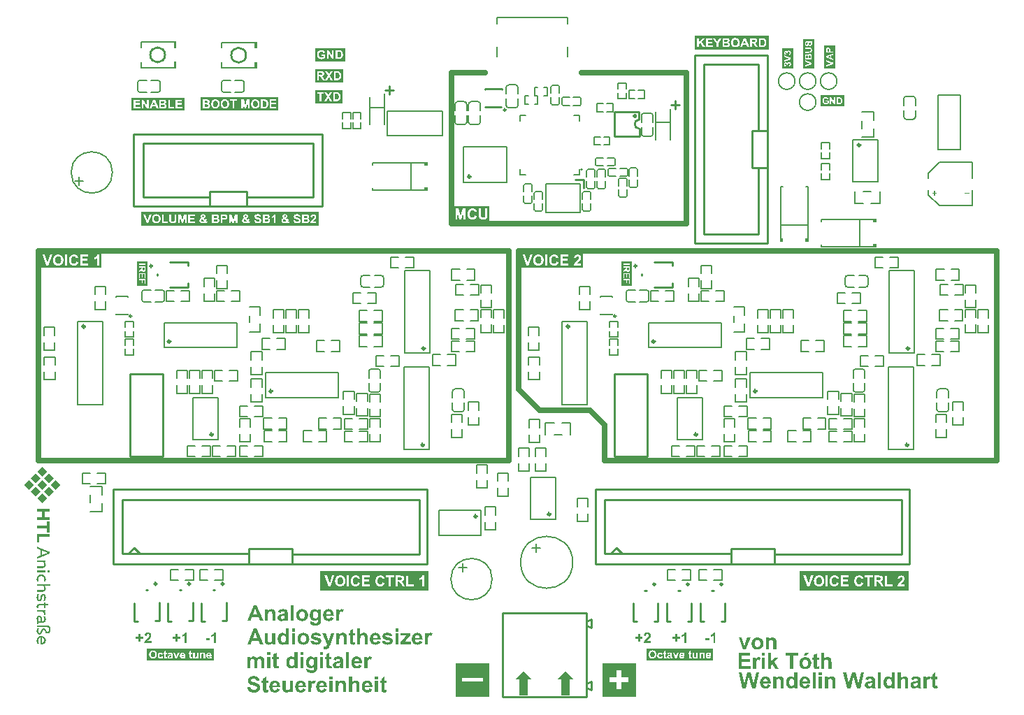
<source format=gbr>
%TF.GenerationSoftware,Altium Limited,Altium Designer,24.8.2 (39)*%
G04 Layer_Color=65535*
%FSLAX45Y45*%
%MOMM*%
%TF.SameCoordinates,55E81912-07CE-4C71-A4AC-877ABC84EAD1*%
%TF.FilePolarity,Positive*%
%TF.FileFunction,Legend,Top*%
%TF.Part,Single*%
G01*
G75*
%TA.AperFunction,NonConductor*%
%ADD88C,0.25400*%
%ADD89C,0.20000*%
%ADD90C,0.15240*%
%ADD91C,0.15200*%
%ADD92C,0.30000*%
%ADD93C,0.15001*%
%ADD94C,0.63500*%
%ADD95C,0.12700*%
%ADD96C,0.20320*%
%ADD97C,0.15199*%
G36*
X2002990Y8021241D02*
X1972510D01*
Y8099740D01*
X2002990D01*
Y8021241D01*
D02*
G37*
G36*
X2984072Y8017881D02*
X2953592D01*
Y8096379D01*
X2984072D01*
Y8017881D01*
D02*
G37*
G36*
X2002990Y7776261D02*
X1972510D01*
Y7854759D01*
X2002990D01*
Y7776261D01*
D02*
G37*
G36*
X2984072Y7772900D02*
X2953592D01*
Y7851399D01*
X2984072D01*
Y7772900D01*
D02*
G37*
G36*
X4529640Y7421369D02*
X4514441D01*
Y7467089D01*
X4529640D01*
Y7421369D01*
D02*
G37*
G36*
X7993240Y7239599D02*
X7978040D01*
Y7285319D01*
X7993240D01*
Y7239599D01*
D02*
G37*
G36*
X7572388Y7219038D02*
X7579235Y7212191D01*
X7582941Y7203244D01*
Y7198403D01*
Y7193561D01*
X7579235Y7184615D01*
X7572388Y7177768D01*
X7563442Y7174062D01*
X7553758D01*
X7544812Y7177768D01*
X7537965Y7184615D01*
X7534259Y7193561D01*
Y7198403D01*
Y7203244D01*
X7537965Y7212191D01*
X7544812Y7219038D01*
X7553758Y7222744D01*
X7563442D01*
X7572388Y7219038D01*
D02*
G37*
G36*
X5050114Y6598841D02*
X5004394D01*
Y6640040D01*
X5050114D01*
Y6598841D01*
D02*
G37*
G36*
Y6289560D02*
X5004394D01*
Y6330759D01*
X5050114D01*
Y6289560D01*
D02*
G37*
G36*
X11607662Y6255113D02*
X11550063D01*
Y6269512D01*
X11607662D01*
Y6255113D01*
D02*
G37*
G36*
X11195880Y6268800D02*
X11216200D01*
Y6254400D01*
X11195880D01*
Y6232800D01*
X11181481D01*
Y6254400D01*
X11158600D01*
Y6268800D01*
X11181481D01*
Y6290400D01*
X11195880D01*
Y6268800D01*
D02*
G37*
G36*
X10485714Y5913041D02*
X10439994D01*
Y5954240D01*
X10485714D01*
Y5913041D01*
D02*
G37*
G36*
X9664240Y5671286D02*
X9623041D01*
Y5717006D01*
X9664240D01*
Y5671286D01*
D02*
G37*
G36*
X9354959D02*
X9313760D01*
Y5717006D01*
X9354959D01*
Y5671286D01*
D02*
G37*
G36*
X10485714Y5603760D02*
X10439994D01*
Y5644959D01*
X10485714D01*
Y5603760D01*
D02*
G37*
G36*
X382714Y2943718D02*
X384349D01*
Y2942082D01*
X385985D01*
Y2940446D01*
X387621D01*
Y2938810D01*
X389257D01*
Y2937175D01*
X390892D01*
Y2935539D01*
X392528D01*
Y2933903D01*
X394164D01*
Y2932268D01*
X395799D01*
Y2930632D01*
X397435D01*
Y2928996D01*
X399071D01*
Y2927360D01*
X400707D01*
Y2925725D01*
X402342D01*
Y2924089D01*
X403978D01*
Y2922453D01*
X405614D01*
Y2920818D01*
X407249D01*
Y2919182D01*
X408885D01*
Y2917546D01*
X410521D01*
Y2915911D01*
X412156D01*
Y2914275D01*
X413792D01*
Y2912639D01*
X415428D01*
Y2911004D01*
X417063D01*
Y2909368D01*
X418699D01*
Y2907732D01*
X420335D01*
Y2906097D01*
X421970D01*
Y2904461D01*
X423606D01*
Y2902825D01*
X425242D01*
Y2901190D01*
X426877D01*
Y2899554D01*
X428513D01*
Y2897918D01*
X430149D01*
Y2896282D01*
X431785D01*
Y2894647D01*
X433420D01*
Y2893011D01*
X435056D01*
Y2891375D01*
X436692D01*
Y2889740D01*
X438327D01*
Y2888104D01*
X439963D01*
Y2886468D01*
X438327D01*
Y2884833D01*
X436692D01*
Y2883197D01*
X435056D01*
Y2881561D01*
X433420D01*
Y2879926D01*
X431785D01*
Y2878290D01*
X430149D01*
Y2876654D01*
X428513D01*
Y2875018D01*
X426877D01*
Y2873383D01*
X425242D01*
Y2871747D01*
X423606D01*
Y2870111D01*
X421970D01*
Y2868476D01*
X420335D01*
Y2866840D01*
X418699D01*
Y2865204D01*
X417063D01*
Y2863569D01*
X415428D01*
Y2861933D01*
X413792D01*
Y2860297D01*
X412156D01*
Y2858662D01*
X410521D01*
Y2857026D01*
X408885D01*
Y2855390D01*
X407249D01*
Y2853755D01*
X405614D01*
Y2852119D01*
X403978D01*
Y2850483D01*
X402342D01*
Y2848847D01*
X400707D01*
Y2847212D01*
X399071D01*
Y2845576D01*
X397435D01*
Y2843940D01*
X395799D01*
Y2842305D01*
X394164D01*
Y2840669D01*
X392528D01*
Y2839033D01*
X390892D01*
Y2837398D01*
X389257D01*
Y2835762D01*
X387621D01*
Y2834126D01*
X385985D01*
Y2832491D01*
X384349D01*
Y2830855D01*
X382714D01*
Y2829219D01*
X381078D01*
Y2827584D01*
X379442D01*
Y2829219D01*
X377807D01*
Y2830855D01*
X376171D01*
Y2832491D01*
X374535D01*
Y2834126D01*
X372900D01*
Y2835762D01*
X371264D01*
Y2837398D01*
X369628D01*
Y2839033D01*
X367993D01*
Y2840669D01*
X366357D01*
Y2842305D01*
X364721D01*
Y2843940D01*
X363086D01*
Y2845576D01*
X361450D01*
Y2847212D01*
X359814D01*
Y2848847D01*
X358179D01*
Y2850483D01*
X356543D01*
Y2852119D01*
X354907D01*
Y2853755D01*
X353272D01*
Y2855390D01*
X351636D01*
Y2857026D01*
X350000D01*
Y2858662D01*
X348365D01*
Y2860297D01*
X346729D01*
Y2861933D01*
X345093D01*
Y2863569D01*
X343457D01*
Y2865204D01*
X341822D01*
Y2866840D01*
X340186D01*
Y2868476D01*
X338550D01*
Y2870111D01*
X336915D01*
Y2871747D01*
X335279D01*
Y2873383D01*
X333643D01*
Y2875018D01*
X332007D01*
Y2876654D01*
X330372D01*
Y2878290D01*
X328736D01*
Y2879926D01*
X327100D01*
Y2881561D01*
X325465D01*
Y2883197D01*
X323829D01*
Y2884833D01*
X322193D01*
Y2888104D01*
X323829D01*
Y2889740D01*
X325465D01*
Y2891375D01*
X327100D01*
Y2893011D01*
X328736D01*
Y2894647D01*
X330372D01*
Y2896282D01*
X332007D01*
Y2897918D01*
X333643D01*
Y2899554D01*
X335279D01*
Y2901190D01*
X336915D01*
Y2902825D01*
X338550D01*
Y2904461D01*
X340186D01*
Y2906097D01*
X341822D01*
Y2907732D01*
X343457D01*
Y2909368D01*
X345093D01*
Y2911004D01*
X346729D01*
Y2912639D01*
X348365D01*
Y2914275D01*
X350000D01*
Y2915911D01*
X351636D01*
Y2917546D01*
X353272D01*
Y2919182D01*
X354907D01*
Y2920818D01*
X356543D01*
Y2922453D01*
X358179D01*
Y2924089D01*
X359814D01*
Y2925725D01*
X361450D01*
Y2927360D01*
X363086D01*
Y2928996D01*
X364721D01*
Y2930632D01*
X366357D01*
Y2932268D01*
X367993D01*
Y2933903D01*
X369628D01*
Y2935539D01*
X371264D01*
Y2937175D01*
X372900D01*
Y2938810D01*
X374535D01*
Y2940446D01*
X376171D01*
Y2942082D01*
X377807D01*
Y2943718D01*
X379442D01*
Y2945353D01*
X382714D01*
Y2943718D01*
D02*
G37*
G36*
X461227Y2865204D02*
X462863D01*
Y2863569D01*
X464498D01*
Y2861933D01*
X466134D01*
Y2860297D01*
X467770D01*
Y2858662D01*
X469405D01*
Y2857026D01*
X471041D01*
Y2855390D01*
X472677D01*
Y2853755D01*
X474312D01*
Y2852119D01*
X475948D01*
Y2850483D01*
X477584D01*
Y2848847D01*
X479220D01*
Y2847212D01*
X480855D01*
Y2845576D01*
X482491D01*
Y2843940D01*
X484127D01*
Y2842305D01*
X485762D01*
Y2840669D01*
X487398D01*
Y2839033D01*
X489034D01*
Y2837398D01*
X490669D01*
Y2835762D01*
X492305D01*
Y2834126D01*
X493941D01*
Y2832491D01*
X495576D01*
Y2830855D01*
X497212D01*
Y2829219D01*
X498848D01*
Y2827584D01*
X500483D01*
Y2825948D01*
X502119D01*
Y2824312D01*
X503755D01*
Y2822677D01*
X505390D01*
Y2821041D01*
X507026D01*
Y2819405D01*
X508662D01*
Y2817769D01*
X510298D01*
Y2816134D01*
X511933D01*
Y2814498D01*
X513569D01*
Y2812862D01*
X515205D01*
Y2811227D01*
X516840D01*
Y2809591D01*
X518476D01*
Y2807955D01*
X520112D01*
Y2806320D01*
X518476D01*
Y2804684D01*
X516840D01*
Y2803048D01*
X515205D01*
Y2801412D01*
X513569D01*
Y2799777D01*
X511933D01*
Y2798141D01*
X510298D01*
Y2796505D01*
X508662D01*
Y2794870D01*
X507026D01*
Y2793234D01*
X505390D01*
Y2791598D01*
X503755D01*
Y2789963D01*
X502119D01*
Y2788327D01*
X500483D01*
Y2786691D01*
X498848D01*
Y2785056D01*
X497212D01*
Y2783420D01*
X495576D01*
Y2781784D01*
X493941D01*
Y2780149D01*
X492305D01*
Y2778513D01*
X490669D01*
Y2776877D01*
X489034D01*
Y2775242D01*
X487398D01*
Y2773606D01*
X485762D01*
Y2771970D01*
X484127D01*
Y2770335D01*
X482491D01*
Y2768699D01*
X480855D01*
Y2767063D01*
X479220D01*
Y2765428D01*
X477584D01*
Y2763792D01*
X475948D01*
Y2762156D01*
X474312D01*
Y2760520D01*
X472677D01*
Y2758885D01*
X471041D01*
Y2757249D01*
X469405D01*
Y2755613D01*
X467770D01*
Y2753978D01*
X466134D01*
Y2752342D01*
X464498D01*
Y2750706D01*
X462863D01*
Y2749070D01*
X457956D01*
Y2750706D01*
X456320D01*
Y2752342D01*
X454684D01*
Y2753978D01*
X453048D01*
Y2755613D01*
X451413D01*
Y2757249D01*
X449777D01*
Y2758885D01*
X448141D01*
Y2760520D01*
X446506D01*
Y2762156D01*
X444870D01*
Y2763792D01*
X443234D01*
Y2765428D01*
X441599D01*
Y2767063D01*
X439963D01*
Y2768699D01*
X438327D01*
Y2770335D01*
X436692D01*
Y2771970D01*
X435056D01*
Y2773606D01*
X433420D01*
Y2775242D01*
X431785D01*
Y2776877D01*
X430149D01*
Y2778513D01*
X428513D01*
Y2780149D01*
X426877D01*
Y2781784D01*
X425242D01*
Y2783420D01*
X423606D01*
Y2785056D01*
X421970D01*
Y2786691D01*
X420335D01*
Y2788327D01*
X418699D01*
Y2789963D01*
X417063D01*
Y2791598D01*
X415428D01*
Y2793234D01*
X413792D01*
Y2794870D01*
X412156D01*
Y2796505D01*
X410521D01*
Y2798141D01*
X408885D01*
Y2799777D01*
X407249D01*
Y2801412D01*
X405614D01*
Y2803048D01*
X403978D01*
Y2804684D01*
X402342D01*
Y2809591D01*
X403978D01*
Y2811227D01*
X405614D01*
Y2812862D01*
X407249D01*
Y2814498D01*
X408885D01*
Y2816134D01*
X410521D01*
Y2817769D01*
X412156D01*
Y2819405D01*
X413792D01*
Y2821041D01*
X415428D01*
Y2822677D01*
X417063D01*
Y2824312D01*
X418699D01*
Y2825948D01*
X420335D01*
Y2827584D01*
X421970D01*
Y2829219D01*
X423606D01*
Y2830855D01*
X425242D01*
Y2832491D01*
X426877D01*
Y2834126D01*
X428513D01*
Y2835762D01*
X430149D01*
Y2837398D01*
X431785D01*
Y2839033D01*
X433420D01*
Y2840669D01*
X435056D01*
Y2842305D01*
X436692D01*
Y2843940D01*
X438327D01*
Y2845576D01*
X439963D01*
Y2847212D01*
X441599D01*
Y2848847D01*
X443234D01*
Y2850483D01*
X444870D01*
Y2852119D01*
X446506D01*
Y2853755D01*
X448141D01*
Y2855390D01*
X449777D01*
Y2857026D01*
X451413D01*
Y2858662D01*
X453048D01*
Y2860297D01*
X454684D01*
Y2861933D01*
X456320D01*
Y2863569D01*
X457956D01*
Y2865204D01*
X459591D01*
Y2866840D01*
X461227D01*
Y2865204D01*
D02*
G37*
G36*
X302565Y2863569D02*
X304201D01*
Y2861933D01*
X305837D01*
Y2860297D01*
X307472D01*
Y2858662D01*
X309108D01*
Y2857026D01*
X310744D01*
Y2855390D01*
X312379D01*
Y2853755D01*
X314015D01*
Y2852119D01*
X315651D01*
Y2850483D01*
X317286D01*
Y2848847D01*
X318922D01*
Y2847212D01*
X320558D01*
Y2845576D01*
X322193D01*
Y2843940D01*
X323829D01*
Y2842305D01*
X325465D01*
Y2840669D01*
X327100D01*
Y2839033D01*
X328736D01*
Y2837398D01*
X330372D01*
Y2835762D01*
X332007D01*
Y2834126D01*
X333643D01*
Y2832491D01*
X335279D01*
Y2830855D01*
X336915D01*
Y2829219D01*
X338550D01*
Y2827584D01*
X340186D01*
Y2825948D01*
X341822D01*
Y2824312D01*
X343457D01*
Y2822677D01*
X345093D01*
Y2821041D01*
X346729D01*
Y2819405D01*
X348365D01*
Y2817769D01*
X350000D01*
Y2816134D01*
X351636D01*
Y2814498D01*
X353272D01*
Y2812862D01*
X354907D01*
Y2811227D01*
X356543D01*
Y2809591D01*
X358179D01*
Y2807955D01*
X359814D01*
Y2806320D01*
X358179D01*
Y2804684D01*
X356543D01*
Y2803048D01*
X354907D01*
Y2801412D01*
X353272D01*
Y2799777D01*
X351636D01*
Y2798141D01*
X350000D01*
Y2796505D01*
X348365D01*
Y2794870D01*
X346729D01*
Y2793234D01*
X345093D01*
Y2791598D01*
X343457D01*
Y2789963D01*
X341822D01*
Y2788327D01*
X340186D01*
Y2786691D01*
X338550D01*
Y2785056D01*
X336915D01*
Y2783420D01*
X335279D01*
Y2781784D01*
X333643D01*
Y2780149D01*
X332007D01*
Y2778513D01*
X330372D01*
Y2776877D01*
X328736D01*
Y2775242D01*
X327100D01*
Y2773606D01*
X325465D01*
Y2771970D01*
X323829D01*
Y2770335D01*
X322193D01*
Y2768699D01*
X320558D01*
Y2767063D01*
X318922D01*
Y2765428D01*
X317286D01*
Y2763792D01*
X315651D01*
Y2762156D01*
X314015D01*
Y2760520D01*
X312379D01*
Y2758885D01*
X310744D01*
Y2757249D01*
X309108D01*
Y2755613D01*
X307472D01*
Y2753978D01*
X305837D01*
Y2752342D01*
X304201D01*
Y2750706D01*
X302565D01*
Y2749070D01*
X299294D01*
Y2750706D01*
X297658D01*
Y2752342D01*
X296023D01*
Y2753978D01*
X294387D01*
Y2755613D01*
X292751D01*
Y2757249D01*
X291115D01*
Y2758885D01*
X289480D01*
Y2760520D01*
X287844D01*
Y2762156D01*
X286208D01*
Y2763792D01*
X284573D01*
Y2765428D01*
X282937D01*
Y2767063D01*
X281301D01*
Y2768699D01*
X279666D01*
Y2770335D01*
X278030D01*
Y2771970D01*
X276394D01*
Y2773606D01*
X274758D01*
Y2775242D01*
X273123D01*
Y2776877D01*
X271487D01*
Y2778513D01*
X269851D01*
Y2780149D01*
X268216D01*
Y2781784D01*
X266580D01*
Y2783420D01*
X264944D01*
Y2785056D01*
X263309D01*
Y2786691D01*
X261673D01*
Y2788327D01*
X260037D01*
Y2789963D01*
X258402D01*
Y2791598D01*
X256766D01*
Y2793234D01*
X255130D01*
Y2794870D01*
X253495D01*
Y2796505D01*
X251859D01*
Y2798141D01*
X250223D01*
Y2799777D01*
X248588D01*
Y2801412D01*
X246952D01*
Y2803048D01*
X245316D01*
Y2804684D01*
X243680D01*
Y2806320D01*
X242045D01*
Y2807955D01*
X243680D01*
Y2809591D01*
X245316D01*
Y2811227D01*
X246952D01*
Y2812862D01*
X248588D01*
Y2814498D01*
X250223D01*
Y2816134D01*
X251859D01*
Y2817769D01*
X253495D01*
Y2819405D01*
X255130D01*
Y2821041D01*
X256766D01*
Y2822677D01*
X258402D01*
Y2824312D01*
X260037D01*
Y2825948D01*
X261673D01*
Y2827584D01*
X263309D01*
Y2829219D01*
X264944D01*
Y2830855D01*
X266580D01*
Y2832491D01*
X268216D01*
Y2834126D01*
X269851D01*
Y2835762D01*
X271487D01*
Y2837398D01*
X273123D01*
Y2839033D01*
X274758D01*
Y2840669D01*
X276394D01*
Y2842305D01*
X278030D01*
Y2843940D01*
X279666D01*
Y2845576D01*
X281301D01*
Y2847212D01*
X282937D01*
Y2848847D01*
X284573D01*
Y2850483D01*
X286208D01*
Y2852119D01*
X287844D01*
Y2853755D01*
X289480D01*
Y2855390D01*
X291115D01*
Y2857026D01*
X292751D01*
Y2858662D01*
X294387D01*
Y2860297D01*
X296023D01*
Y2861933D01*
X297658D01*
Y2863569D01*
X299294D01*
Y2865204D01*
X302565D01*
Y2863569D01*
D02*
G37*
G36*
X541376Y2785056D02*
X543011D01*
Y2783420D01*
X544647D01*
Y2781784D01*
X546283D01*
Y2780149D01*
X547918D01*
Y2778513D01*
X549554D01*
Y2776877D01*
X551190D01*
Y2775242D01*
X552825D01*
Y2773606D01*
X554461D01*
Y2771970D01*
X556097D01*
Y2770335D01*
X557732D01*
Y2768699D01*
X559368D01*
Y2767063D01*
X561004D01*
Y2765428D01*
X562639D01*
Y2763792D01*
X564275D01*
Y2762156D01*
X565911D01*
Y2760520D01*
X567547D01*
Y2758885D01*
X569182D01*
Y2757249D01*
X570818D01*
Y2755613D01*
X572454D01*
Y2753978D01*
X574089D01*
Y2752342D01*
X575725D01*
Y2750706D01*
X577361D01*
Y2749070D01*
X578997D01*
Y2747435D01*
X580632D01*
Y2745799D01*
X582268D01*
Y2744163D01*
X583904D01*
Y2742528D01*
X585539D01*
Y2740892D01*
X587175D01*
Y2739256D01*
X588811D01*
Y2737621D01*
X590446D01*
Y2735985D01*
X592082D01*
Y2734349D01*
X593718D01*
Y2732714D01*
X595353D01*
Y2731078D01*
X596989D01*
Y2729442D01*
X598625D01*
Y2726171D01*
X596989D01*
Y2724535D01*
X595353D01*
Y2722900D01*
X593718D01*
Y2721264D01*
X592082D01*
Y2719628D01*
X590446D01*
Y2717993D01*
X588811D01*
Y2716357D01*
X587175D01*
Y2714721D01*
X585539D01*
Y2713086D01*
X583904D01*
Y2711450D01*
X582268D01*
Y2709814D01*
X580632D01*
Y2708178D01*
X578997D01*
Y2706543D01*
X577361D01*
Y2704907D01*
X575725D01*
Y2703271D01*
X574089D01*
Y2701636D01*
X572454D01*
Y2700000D01*
X570818D01*
Y2698364D01*
X569182D01*
Y2696728D01*
X567547D01*
Y2695093D01*
X565911D01*
Y2693457D01*
X564275D01*
Y2691821D01*
X562639D01*
Y2690186D01*
X561004D01*
Y2688550D01*
X559368D01*
Y2686914D01*
X557732D01*
Y2685279D01*
X556097D01*
Y2683643D01*
X554461D01*
Y2682007D01*
X552825D01*
Y2680372D01*
X551190D01*
Y2678736D01*
X549554D01*
Y2677100D01*
X547918D01*
Y2675465D01*
X546283D01*
Y2673829D01*
X544647D01*
Y2672193D01*
X543011D01*
Y2670558D01*
X541376D01*
Y2668922D01*
X538104D01*
Y2670558D01*
X536469D01*
Y2672193D01*
X534833D01*
Y2673829D01*
X533197D01*
Y2675465D01*
X531562D01*
Y2677100D01*
X529926D01*
Y2678736D01*
X528290D01*
Y2680372D01*
X526655D01*
Y2682007D01*
X525019D01*
Y2683643D01*
X523383D01*
Y2685279D01*
X521747D01*
Y2686914D01*
X520112D01*
Y2688550D01*
X518476D01*
Y2690186D01*
X516840D01*
Y2691821D01*
X515205D01*
Y2693457D01*
X513569D01*
Y2695093D01*
X511933D01*
Y2696728D01*
X510298D01*
Y2698364D01*
X508662D01*
Y2700000D01*
X507026D01*
Y2701636D01*
X505390D01*
Y2703271D01*
X503755D01*
Y2704907D01*
X502119D01*
Y2706543D01*
X500483D01*
Y2708178D01*
X498848D01*
Y2709814D01*
X497212D01*
Y2711450D01*
X495576D01*
Y2713086D01*
X493941D01*
Y2714721D01*
X492305D01*
Y2716357D01*
X490669D01*
Y2717993D01*
X489034D01*
Y2719628D01*
X487398D01*
Y2721264D01*
X485762D01*
Y2722900D01*
X484127D01*
Y2724535D01*
X482491D01*
Y2726171D01*
X480855D01*
Y2727807D01*
X482491D01*
Y2729442D01*
X484127D01*
Y2731078D01*
X485762D01*
Y2732714D01*
X487398D01*
Y2734349D01*
X489034D01*
Y2735985D01*
X490669D01*
Y2737621D01*
X492305D01*
Y2739256D01*
X493941D01*
Y2740892D01*
X495576D01*
Y2742528D01*
X497212D01*
Y2744163D01*
X498848D01*
Y2745799D01*
X500483D01*
Y2747435D01*
X502119D01*
Y2749070D01*
X503755D01*
Y2750706D01*
X505390D01*
Y2752342D01*
X507026D01*
Y2753978D01*
X508662D01*
Y2755613D01*
X510298D01*
Y2757249D01*
X511933D01*
Y2758885D01*
X513569D01*
Y2760520D01*
X515205D01*
Y2762156D01*
X516840D01*
Y2763792D01*
X518476D01*
Y2765428D01*
X520112D01*
Y2767063D01*
X521747D01*
Y2768699D01*
X523383D01*
Y2770335D01*
X525019D01*
Y2771970D01*
X526655D01*
Y2773606D01*
X528290D01*
Y2775242D01*
X529926D01*
Y2776877D01*
X531562D01*
Y2778513D01*
X533197D01*
Y2780149D01*
X534833D01*
Y2781784D01*
X536469D01*
Y2783420D01*
X538104D01*
Y2785056D01*
X539740D01*
Y2786691D01*
X541376D01*
Y2785056D01*
D02*
G37*
G36*
X381078D02*
X382714D01*
Y2783420D01*
X384349D01*
Y2781784D01*
X385985D01*
Y2780149D01*
X387621D01*
Y2778513D01*
X389257D01*
Y2776877D01*
X390892D01*
Y2775242D01*
X392528D01*
Y2773606D01*
X394164D01*
Y2771970D01*
X395799D01*
Y2770335D01*
X397435D01*
Y2768699D01*
X399071D01*
Y2767063D01*
X400707D01*
Y2765428D01*
X402342D01*
Y2763792D01*
X403978D01*
Y2762156D01*
X405614D01*
Y2760520D01*
X407249D01*
Y2758885D01*
X408885D01*
Y2757249D01*
X410521D01*
Y2755613D01*
X412156D01*
Y2753978D01*
X413792D01*
Y2752342D01*
X415428D01*
Y2750706D01*
X417063D01*
Y2749070D01*
X418699D01*
Y2747435D01*
X420335D01*
Y2745799D01*
X421970D01*
Y2744163D01*
X423606D01*
Y2742528D01*
X425242D01*
Y2740892D01*
X426877D01*
Y2739256D01*
X428513D01*
Y2737621D01*
X430149D01*
Y2735985D01*
X431785D01*
Y2734349D01*
X433420D01*
Y2732714D01*
X435056D01*
Y2731078D01*
X436692D01*
Y2729442D01*
X438327D01*
Y2727807D01*
X439963D01*
Y2726171D01*
X438327D01*
Y2724535D01*
X436692D01*
Y2722900D01*
X435056D01*
Y2721264D01*
X433420D01*
Y2719628D01*
X431785D01*
Y2717993D01*
X430149D01*
Y2716357D01*
X428513D01*
Y2714721D01*
X426877D01*
Y2713086D01*
X425242D01*
Y2711450D01*
X423606D01*
Y2709814D01*
X421970D01*
Y2708178D01*
X420335D01*
Y2706543D01*
X418699D01*
Y2704907D01*
X417063D01*
Y2703271D01*
X415428D01*
Y2701636D01*
X413792D01*
Y2700000D01*
X412156D01*
Y2698364D01*
X410521D01*
Y2696728D01*
X408885D01*
Y2695093D01*
X407249D01*
Y2693457D01*
X405614D01*
Y2691821D01*
X403978D01*
Y2690186D01*
X402342D01*
Y2688550D01*
X400707D01*
Y2686914D01*
X399071D01*
Y2685279D01*
X397435D01*
Y2683643D01*
X395799D01*
Y2682007D01*
X394164D01*
Y2680372D01*
X392528D01*
Y2678736D01*
X390892D01*
Y2677100D01*
X389257D01*
Y2675465D01*
X387621D01*
Y2673829D01*
X385985D01*
Y2672193D01*
X384349D01*
Y2670558D01*
X382714D01*
Y2668922D01*
X379442D01*
Y2670558D01*
X377807D01*
Y2672193D01*
X376171D01*
Y2673829D01*
X374535D01*
Y2675465D01*
X372900D01*
Y2677100D01*
X371264D01*
Y2678736D01*
X369628D01*
Y2680372D01*
X367993D01*
Y2682007D01*
X366357D01*
Y2683643D01*
X364721D01*
Y2685279D01*
X363086D01*
Y2686914D01*
X361450D01*
Y2688550D01*
X359814D01*
Y2690186D01*
X358179D01*
Y2691821D01*
X356543D01*
Y2693457D01*
X354907D01*
Y2695093D01*
X353272D01*
Y2696728D01*
X351636D01*
Y2698364D01*
X350000D01*
Y2700000D01*
X348365D01*
Y2701636D01*
X346729D01*
Y2703271D01*
X345093D01*
Y2704907D01*
X343457D01*
Y2706543D01*
X341822D01*
Y2708178D01*
X340186D01*
Y2709814D01*
X338550D01*
Y2711450D01*
X336915D01*
Y2713086D01*
X335279D01*
Y2714721D01*
X333643D01*
Y2716357D01*
X332007D01*
Y2717993D01*
X330372D01*
Y2719628D01*
X328736D01*
Y2721264D01*
X327100D01*
Y2722900D01*
X325465D01*
Y2724535D01*
X323829D01*
Y2726171D01*
X322193D01*
Y2729442D01*
X323829D01*
Y2731078D01*
X325465D01*
Y2732714D01*
X327100D01*
Y2734349D01*
X328736D01*
Y2735985D01*
X330372D01*
Y2737621D01*
X332007D01*
Y2739256D01*
X333643D01*
Y2740892D01*
X335279D01*
Y2742528D01*
X336915D01*
Y2744163D01*
X338550D01*
Y2745799D01*
X340186D01*
Y2747435D01*
X341822D01*
Y2749070D01*
X343457D01*
Y2750706D01*
X345093D01*
Y2752342D01*
X346729D01*
Y2753978D01*
X348365D01*
Y2755613D01*
X350000D01*
Y2757249D01*
X351636D01*
Y2758885D01*
X353272D01*
Y2760520D01*
X354907D01*
Y2762156D01*
X356543D01*
Y2763792D01*
X358179D01*
Y2765428D01*
X359814D01*
Y2767063D01*
X361450D01*
Y2768699D01*
X363086D01*
Y2770335D01*
X364721D01*
Y2771970D01*
X366357D01*
Y2773606D01*
X367993D01*
Y2775242D01*
X369628D01*
Y2776877D01*
X371264D01*
Y2778513D01*
X372900D01*
Y2780149D01*
X374535D01*
Y2781784D01*
X376171D01*
Y2783420D01*
X377807D01*
Y2785056D01*
X379442D01*
Y2786691D01*
X381078D01*
Y2785056D01*
D02*
G37*
G36*
X222416D02*
X224052D01*
Y2783420D01*
X225688D01*
Y2781784D01*
X227324D01*
Y2780149D01*
X228959D01*
Y2778513D01*
X230595D01*
Y2776877D01*
X232231D01*
Y2775242D01*
X233866D01*
Y2773606D01*
X235502D01*
Y2771970D01*
X237138D01*
Y2770335D01*
X238773D01*
Y2768699D01*
X240409D01*
Y2767063D01*
X242045D01*
Y2765428D01*
X243680D01*
Y2763792D01*
X245316D01*
Y2762156D01*
X246952D01*
Y2760520D01*
X248588D01*
Y2758885D01*
X250223D01*
Y2757249D01*
X251859D01*
Y2755613D01*
X253495D01*
Y2753978D01*
X255130D01*
Y2752342D01*
X256766D01*
Y2750706D01*
X258402D01*
Y2749070D01*
X260037D01*
Y2747435D01*
X261673D01*
Y2745799D01*
X263309D01*
Y2744163D01*
X264944D01*
Y2742528D01*
X266580D01*
Y2740892D01*
X268216D01*
Y2739256D01*
X269851D01*
Y2737621D01*
X271487D01*
Y2735985D01*
X273123D01*
Y2734349D01*
X274758D01*
Y2732714D01*
X276394D01*
Y2731078D01*
X278030D01*
Y2729442D01*
X279666D01*
Y2726171D01*
X278030D01*
Y2724535D01*
X276394D01*
Y2722900D01*
X274758D01*
Y2721264D01*
X273123D01*
Y2719628D01*
X271487D01*
Y2717993D01*
X269851D01*
Y2716357D01*
X268216D01*
Y2714721D01*
X266580D01*
Y2713086D01*
X264944D01*
Y2711450D01*
X263309D01*
Y2709814D01*
X261673D01*
Y2708178D01*
X260037D01*
Y2706543D01*
X258402D01*
Y2704907D01*
X256766D01*
Y2703271D01*
X255130D01*
Y2701636D01*
X253495D01*
Y2700000D01*
X251859D01*
Y2698364D01*
X250223D01*
Y2696728D01*
X248588D01*
Y2695093D01*
X246952D01*
Y2693457D01*
X245316D01*
Y2691821D01*
X243680D01*
Y2690186D01*
X242045D01*
Y2688550D01*
X240409D01*
Y2686914D01*
X238773D01*
Y2685279D01*
X237138D01*
Y2683643D01*
X235502D01*
Y2682007D01*
X233866D01*
Y2680372D01*
X232231D01*
Y2678736D01*
X230595D01*
Y2677100D01*
X228959D01*
Y2675465D01*
X227324D01*
Y2673829D01*
X225688D01*
Y2672193D01*
X224052D01*
Y2670558D01*
X222416D01*
Y2668922D01*
X220781D01*
Y2670558D01*
X219145D01*
Y2672193D01*
X217509D01*
Y2673829D01*
X215874D01*
Y2675465D01*
X214238D01*
Y2677100D01*
X212602D01*
Y2678736D01*
X210967D01*
Y2680372D01*
X209331D01*
Y2682007D01*
X207695D01*
Y2683643D01*
X206060D01*
Y2685279D01*
X204424D01*
Y2686914D01*
X202788D01*
Y2688550D01*
X201153D01*
Y2690186D01*
X199517D01*
Y2691821D01*
X197881D01*
Y2693457D01*
X196245D01*
Y2695093D01*
X194610D01*
Y2696728D01*
X192974D01*
Y2698364D01*
X191338D01*
Y2700000D01*
X189703D01*
Y2701636D01*
X188067D01*
Y2703271D01*
X186431D01*
Y2704907D01*
X184796D01*
Y2706543D01*
X183160D01*
Y2708178D01*
X181524D01*
Y2709814D01*
X179889D01*
Y2711450D01*
X178253D01*
Y2713086D01*
X176617D01*
Y2714721D01*
X174982D01*
Y2716357D01*
X173346D01*
Y2717993D01*
X171710D01*
Y2719628D01*
X170075D01*
Y2721264D01*
X168439D01*
Y2722900D01*
X166803D01*
Y2724535D01*
X165167D01*
Y2726171D01*
X163532D01*
Y2729442D01*
X165167D01*
Y2731078D01*
X166803D01*
Y2732714D01*
X168439D01*
Y2734349D01*
X170075D01*
Y2735985D01*
X171710D01*
Y2737621D01*
X173346D01*
Y2739256D01*
X174982D01*
Y2740892D01*
X176617D01*
Y2742528D01*
X178253D01*
Y2744163D01*
X179889D01*
Y2745799D01*
X181524D01*
Y2747435D01*
X183160D01*
Y2749070D01*
X184796D01*
Y2750706D01*
X186431D01*
Y2752342D01*
X188067D01*
Y2753978D01*
X189703D01*
Y2755613D01*
X191338D01*
Y2757249D01*
X192974D01*
Y2758885D01*
X194610D01*
Y2760520D01*
X196245D01*
Y2762156D01*
X197881D01*
Y2763792D01*
X199517D01*
Y2765428D01*
X201153D01*
Y2767063D01*
X202788D01*
Y2768699D01*
X204424D01*
Y2770335D01*
X206060D01*
Y2771970D01*
X207695D01*
Y2773606D01*
X209331D01*
Y2775242D01*
X210967D01*
Y2776877D01*
X212602D01*
Y2778513D01*
X214238D01*
Y2780149D01*
X215874D01*
Y2781784D01*
X217509D01*
Y2783420D01*
X219145D01*
Y2785056D01*
X220781D01*
Y2786691D01*
X222416D01*
Y2785056D01*
D02*
G37*
G36*
X461227Y2704907D02*
X462863D01*
Y2703271D01*
X464498D01*
Y2701636D01*
X466134D01*
Y2700000D01*
X467770D01*
Y2698364D01*
X469405D01*
Y2696728D01*
X471041D01*
Y2695093D01*
X472677D01*
Y2693457D01*
X474312D01*
Y2691821D01*
X475948D01*
Y2690186D01*
X477584D01*
Y2688550D01*
X479220D01*
Y2686914D01*
X480855D01*
Y2685279D01*
X482491D01*
Y2683643D01*
X484127D01*
Y2682007D01*
X485762D01*
Y2680372D01*
X487398D01*
Y2678736D01*
X489034D01*
Y2677100D01*
X490669D01*
Y2675465D01*
X492305D01*
Y2673829D01*
X493941D01*
Y2672193D01*
X495576D01*
Y2670558D01*
X497212D01*
Y2668922D01*
X498848D01*
Y2667286D01*
X500483D01*
Y2665650D01*
X502119D01*
Y2664015D01*
X503755D01*
Y2662379D01*
X505390D01*
Y2660743D01*
X507026D01*
Y2659108D01*
X508662D01*
Y2657472D01*
X510298D01*
Y2655836D01*
X511933D01*
Y2654201D01*
X513569D01*
Y2652565D01*
X515205D01*
Y2650929D01*
X516840D01*
Y2649294D01*
X518476D01*
Y2646022D01*
X516840D01*
Y2644387D01*
X515205D01*
Y2642751D01*
X513569D01*
Y2641115D01*
X511933D01*
Y2639479D01*
X510298D01*
Y2637844D01*
X508662D01*
Y2636208D01*
X507026D01*
Y2634572D01*
X505390D01*
Y2632937D01*
X503755D01*
Y2631301D01*
X502119D01*
Y2629665D01*
X500483D01*
Y2628030D01*
X498848D01*
Y2626394D01*
X497212D01*
Y2624758D01*
X495576D01*
Y2623123D01*
X493941D01*
Y2621487D01*
X492305D01*
Y2619851D01*
X490669D01*
Y2618215D01*
X489034D01*
Y2616580D01*
X487398D01*
Y2614944D01*
X485762D01*
Y2613308D01*
X484127D01*
Y2611673D01*
X482491D01*
Y2610037D01*
X480855D01*
Y2608401D01*
X479220D01*
Y2606766D01*
X477584D01*
Y2605130D01*
X475948D01*
Y2603494D01*
X474312D01*
Y2601859D01*
X472677D01*
Y2600223D01*
X471041D01*
Y2598587D01*
X469405D01*
Y2596952D01*
X467770D01*
Y2595316D01*
X466134D01*
Y2593680D01*
X464498D01*
Y2592045D01*
X462863D01*
Y2590409D01*
X461227D01*
Y2588773D01*
X459591D01*
Y2590409D01*
X457956D01*
Y2592045D01*
X456320D01*
Y2593680D01*
X454684D01*
Y2595316D01*
X453048D01*
Y2596952D01*
X451413D01*
Y2598587D01*
X449777D01*
Y2600223D01*
X448141D01*
Y2601859D01*
X446506D01*
Y2603494D01*
X444870D01*
Y2605130D01*
X443234D01*
Y2606766D01*
X441599D01*
Y2608401D01*
X439963D01*
Y2610037D01*
X438327D01*
Y2611673D01*
X436692D01*
Y2613308D01*
X435056D01*
Y2614944D01*
X433420D01*
Y2616580D01*
X431785D01*
Y2618215D01*
X430149D01*
Y2619851D01*
X428513D01*
Y2621487D01*
X426877D01*
Y2623123D01*
X425242D01*
Y2624758D01*
X423606D01*
Y2626394D01*
X421970D01*
Y2628030D01*
X420335D01*
Y2629665D01*
X418699D01*
Y2631301D01*
X417063D01*
Y2632937D01*
X415428D01*
Y2634572D01*
X413792D01*
Y2636208D01*
X412156D01*
Y2637844D01*
X410521D01*
Y2639479D01*
X408885D01*
Y2641115D01*
X407249D01*
Y2642751D01*
X405614D01*
Y2644387D01*
X403978D01*
Y2646022D01*
X402342D01*
Y2649294D01*
X403978D01*
Y2650929D01*
X405614D01*
Y2652565D01*
X407249D01*
Y2654201D01*
X408885D01*
Y2655836D01*
X410521D01*
Y2657472D01*
X412156D01*
Y2659108D01*
X413792D01*
Y2660743D01*
X415428D01*
Y2662379D01*
X417063D01*
Y2664015D01*
X418699D01*
Y2665650D01*
X420335D01*
Y2667286D01*
X421970D01*
Y2668922D01*
X423606D01*
Y2670558D01*
X425242D01*
Y2672193D01*
X426877D01*
Y2673829D01*
X428513D01*
Y2675465D01*
X430149D01*
Y2677100D01*
X431785D01*
Y2678736D01*
X433420D01*
Y2680372D01*
X435056D01*
Y2682007D01*
X436692D01*
Y2683643D01*
X438327D01*
Y2685279D01*
X439963D01*
Y2686914D01*
X441599D01*
Y2688550D01*
X443234D01*
Y2690186D01*
X444870D01*
Y2691821D01*
X446506D01*
Y2693457D01*
X448141D01*
Y2695093D01*
X449777D01*
Y2696728D01*
X451413D01*
Y2698364D01*
X453048D01*
Y2700000D01*
X454684D01*
Y2701636D01*
X456320D01*
Y2703271D01*
X457956D01*
Y2704907D01*
X459591D01*
Y2706543D01*
X461227D01*
Y2704907D01*
D02*
G37*
G36*
X302565D02*
X304201D01*
Y2703271D01*
X305837D01*
Y2701636D01*
X307472D01*
Y2700000D01*
X309108D01*
Y2698364D01*
X310744D01*
Y2696728D01*
X312379D01*
Y2695093D01*
X314015D01*
Y2693457D01*
X315651D01*
Y2691821D01*
X317286D01*
Y2690186D01*
X318922D01*
Y2688550D01*
X320558D01*
Y2686914D01*
X322193D01*
Y2685279D01*
X323829D01*
Y2683643D01*
X325465D01*
Y2682007D01*
X327100D01*
Y2680372D01*
X328736D01*
Y2678736D01*
X330372D01*
Y2677100D01*
X332007D01*
Y2675465D01*
X333643D01*
Y2673829D01*
X335279D01*
Y2672193D01*
X336915D01*
Y2670558D01*
X338550D01*
Y2668922D01*
X340186D01*
Y2667286D01*
X341822D01*
Y2665650D01*
X343457D01*
Y2664015D01*
X345093D01*
Y2662379D01*
X346729D01*
Y2660743D01*
X348365D01*
Y2659108D01*
X350000D01*
Y2657472D01*
X351636D01*
Y2655836D01*
X353272D01*
Y2654201D01*
X354907D01*
Y2652565D01*
X356543D01*
Y2650929D01*
X358179D01*
Y2649294D01*
X359814D01*
Y2646022D01*
X358179D01*
Y2644387D01*
X356543D01*
Y2642751D01*
X354907D01*
Y2641115D01*
X353272D01*
Y2639479D01*
X351636D01*
Y2637844D01*
X350000D01*
Y2636208D01*
X348365D01*
Y2634572D01*
X346729D01*
Y2632937D01*
X345093D01*
Y2631301D01*
X343457D01*
Y2629665D01*
X341822D01*
Y2628030D01*
X340186D01*
Y2626394D01*
X338550D01*
Y2624758D01*
X336915D01*
Y2623123D01*
X335279D01*
Y2621487D01*
X333643D01*
Y2619851D01*
X332007D01*
Y2618215D01*
X330372D01*
Y2616580D01*
X328736D01*
Y2614944D01*
X327100D01*
Y2613308D01*
X325465D01*
Y2611673D01*
X323829D01*
Y2610037D01*
X322193D01*
Y2608401D01*
X320558D01*
Y2606766D01*
X318922D01*
Y2605130D01*
X317286D01*
Y2603494D01*
X315651D01*
Y2601859D01*
X314015D01*
Y2600223D01*
X312379D01*
Y2598587D01*
X310744D01*
Y2596952D01*
X309108D01*
Y2595316D01*
X307472D01*
Y2593680D01*
X305837D01*
Y2592045D01*
X304201D01*
Y2590409D01*
X302565D01*
Y2588773D01*
X300930D01*
Y2590409D01*
X299294D01*
Y2592045D01*
X297658D01*
Y2593680D01*
X296023D01*
Y2595316D01*
X294387D01*
Y2596952D01*
X292751D01*
Y2598587D01*
X291115D01*
Y2600223D01*
X289480D01*
Y2601859D01*
X287844D01*
Y2603494D01*
X286208D01*
Y2605130D01*
X284573D01*
Y2606766D01*
X282937D01*
Y2608401D01*
X281301D01*
Y2610037D01*
X279666D01*
Y2611673D01*
X278030D01*
Y2613308D01*
X276394D01*
Y2614944D01*
X274758D01*
Y2616580D01*
X273123D01*
Y2618215D01*
X271487D01*
Y2619851D01*
X269851D01*
Y2621487D01*
X268216D01*
Y2623123D01*
X266580D01*
Y2624758D01*
X264944D01*
Y2626394D01*
X263309D01*
Y2628030D01*
X261673D01*
Y2629665D01*
X260037D01*
Y2631301D01*
X258402D01*
Y2632937D01*
X256766D01*
Y2634572D01*
X255130D01*
Y2636208D01*
X253495D01*
Y2637844D01*
X251859D01*
Y2639479D01*
X250223D01*
Y2641115D01*
X248588D01*
Y2642751D01*
X246952D01*
Y2644387D01*
X245316D01*
Y2646022D01*
X243680D01*
Y2647658D01*
X242045D01*
Y2649294D01*
X243680D01*
Y2650929D01*
X245316D01*
Y2652565D01*
X246952D01*
Y2654201D01*
X248588D01*
Y2655836D01*
X250223D01*
Y2657472D01*
X251859D01*
Y2659108D01*
X253495D01*
Y2660743D01*
X255130D01*
Y2662379D01*
X256766D01*
Y2664015D01*
X258402D01*
Y2665650D01*
X260037D01*
Y2667286D01*
X261673D01*
Y2668922D01*
X263309D01*
Y2670558D01*
X264944D01*
Y2672193D01*
X266580D01*
Y2673829D01*
X268216D01*
Y2675465D01*
X269851D01*
Y2677100D01*
X271487D01*
Y2678736D01*
X273123D01*
Y2680372D01*
X274758D01*
Y2682007D01*
X276394D01*
Y2683643D01*
X278030D01*
Y2685279D01*
X279666D01*
Y2686914D01*
X281301D01*
Y2688550D01*
X282937D01*
Y2690186D01*
X284573D01*
Y2691821D01*
X286208D01*
Y2693457D01*
X287844D01*
Y2695093D01*
X289480D01*
Y2696728D01*
X291115D01*
Y2698364D01*
X292751D01*
Y2700000D01*
X294387D01*
Y2701636D01*
X296023D01*
Y2703271D01*
X297658D01*
Y2704907D01*
X299294D01*
Y2706543D01*
X302565D01*
Y2704907D01*
D02*
G37*
G36*
X382714Y2624758D02*
X384349D01*
Y2623123D01*
X385985D01*
Y2621487D01*
X387621D01*
Y2619851D01*
X389257D01*
Y2618215D01*
X390892D01*
Y2616580D01*
X392528D01*
Y2614944D01*
X394164D01*
Y2613308D01*
X395799D01*
Y2611673D01*
X397435D01*
Y2610037D01*
X399071D01*
Y2608401D01*
X400707D01*
Y2606766D01*
X402342D01*
Y2605130D01*
X403978D01*
Y2603494D01*
X405614D01*
Y2601859D01*
X407249D01*
Y2600223D01*
X408885D01*
Y2598587D01*
X410521D01*
Y2596952D01*
X412156D01*
Y2595316D01*
X413792D01*
Y2593680D01*
X415428D01*
Y2592045D01*
X417063D01*
Y2590409D01*
X418699D01*
Y2588773D01*
X420335D01*
Y2587137D01*
X421970D01*
Y2585502D01*
X423606D01*
Y2583866D01*
X425242D01*
Y2582230D01*
X426877D01*
Y2580595D01*
X428513D01*
Y2578959D01*
X430149D01*
Y2577323D01*
X431785D01*
Y2575688D01*
X433420D01*
Y2574052D01*
X435056D01*
Y2572416D01*
X436692D01*
Y2570780D01*
X438327D01*
Y2569145D01*
X439963D01*
Y2567509D01*
X438327D01*
Y2565873D01*
X436692D01*
Y2564238D01*
X435056D01*
Y2562602D01*
X433420D01*
Y2560966D01*
X431785D01*
Y2559331D01*
X430149D01*
Y2557695D01*
X428513D01*
Y2556059D01*
X426877D01*
Y2554424D01*
X425242D01*
Y2552788D01*
X423606D01*
Y2551152D01*
X421970D01*
Y2549517D01*
X420335D01*
Y2547881D01*
X418699D01*
Y2546245D01*
X417063D01*
Y2544610D01*
X415428D01*
Y2542974D01*
X413792D01*
Y2541338D01*
X412156D01*
Y2539703D01*
X410521D01*
Y2538067D01*
X408885D01*
Y2536431D01*
X407249D01*
Y2534796D01*
X405614D01*
Y2533160D01*
X403978D01*
Y2531524D01*
X402342D01*
Y2529888D01*
X400707D01*
Y2528253D01*
X399071D01*
Y2526617D01*
X397435D01*
Y2524981D01*
X395799D01*
Y2523346D01*
X394164D01*
Y2521710D01*
X392528D01*
Y2520074D01*
X390892D01*
Y2518438D01*
X389257D01*
Y2516803D01*
X387621D01*
Y2515167D01*
X385985D01*
Y2513531D01*
X384349D01*
Y2511896D01*
X382714D01*
Y2510260D01*
X379442D01*
Y2511896D01*
X377807D01*
Y2513531D01*
X376171D01*
Y2515167D01*
X374535D01*
Y2516803D01*
X372900D01*
Y2518438D01*
X371264D01*
Y2520074D01*
X369628D01*
Y2521710D01*
X367993D01*
Y2523346D01*
X366357D01*
Y2524981D01*
X364721D01*
Y2526617D01*
X363086D01*
Y2528253D01*
X361450D01*
Y2529888D01*
X359814D01*
Y2531524D01*
X358179D01*
Y2533160D01*
X356543D01*
Y2534796D01*
X354907D01*
Y2536431D01*
X353272D01*
Y2538067D01*
X351636D01*
Y2539703D01*
X350000D01*
Y2541338D01*
X348365D01*
Y2542974D01*
X346729D01*
Y2544610D01*
X345093D01*
Y2546245D01*
X343457D01*
Y2547881D01*
X341822D01*
Y2549517D01*
X340186D01*
Y2551152D01*
X338550D01*
Y2552788D01*
X336915D01*
Y2554424D01*
X335279D01*
Y2556059D01*
X333643D01*
Y2557695D01*
X332007D01*
Y2559331D01*
X330372D01*
Y2560966D01*
X328736D01*
Y2562602D01*
X327100D01*
Y2564238D01*
X325465D01*
Y2565873D01*
X323829D01*
Y2567509D01*
X322193D01*
Y2569145D01*
X323829D01*
Y2570780D01*
X325465D01*
Y2572416D01*
X327100D01*
Y2574052D01*
X328736D01*
Y2575688D01*
X330372D01*
Y2577323D01*
X332007D01*
Y2578959D01*
X333643D01*
Y2580595D01*
X335279D01*
Y2582230D01*
X336915D01*
Y2583866D01*
X338550D01*
Y2585502D01*
X340186D01*
Y2587137D01*
X341822D01*
Y2588773D01*
X343457D01*
Y2590409D01*
X345093D01*
Y2592045D01*
X346729D01*
Y2593680D01*
X348365D01*
Y2595316D01*
X350000D01*
Y2596952D01*
X351636D01*
Y2598587D01*
X353272D01*
Y2600223D01*
X354907D01*
Y2601859D01*
X356543D01*
Y2603494D01*
X358179D01*
Y2605130D01*
X359814D01*
Y2606766D01*
X361450D01*
Y2608401D01*
X363086D01*
Y2610037D01*
X364721D01*
Y2611673D01*
X366357D01*
Y2613308D01*
X367993D01*
Y2614944D01*
X369628D01*
Y2616580D01*
X371264D01*
Y2618215D01*
X372900D01*
Y2619851D01*
X374535D01*
Y2621487D01*
X376171D01*
Y2623123D01*
X377807D01*
Y2624758D01*
X379442D01*
Y2626394D01*
X382714D01*
Y2624758D01*
D02*
G37*
G36*
X468922Y2439219D02*
X470558D01*
Y2406506D01*
X468922D01*
Y2404870D01*
X410037D01*
Y2398327D01*
Y2396691D01*
Y2339442D01*
X468922D01*
Y2337807D01*
X470558D01*
Y2305093D01*
X315167D01*
Y2339442D01*
X378959D01*
Y2404870D01*
X315167D01*
Y2440855D01*
X468922D01*
Y2439219D01*
D02*
G37*
G36*
Y2287100D02*
X470558D01*
Y2154610D01*
X468922D01*
Y2152974D01*
X439480D01*
Y2203680D01*
X315167D01*
Y2238030D01*
X439480D01*
Y2288736D01*
X468922D01*
Y2287100D01*
D02*
G37*
G36*
X470558Y2103903D02*
X468922D01*
Y2102268D01*
X344610D01*
Y2035204D01*
X315167D01*
Y2136617D01*
X470558D01*
Y2103903D01*
D02*
G37*
G36*
X318439Y1977955D02*
X323346D01*
Y1976320D01*
X326617D01*
Y1974684D01*
X329889D01*
Y1973048D01*
X334796D01*
Y1971413D01*
X338067D01*
Y1969777D01*
X342974D01*
Y1968141D01*
X346245D01*
Y1966506D01*
X351152D01*
Y1964870D01*
X354424D01*
Y1963234D01*
X357695D01*
Y1961599D01*
X362602D01*
Y1959963D01*
X365874D01*
Y1958327D01*
X370781D01*
Y1956692D01*
X374052D01*
Y1955056D01*
X378959D01*
Y1953420D01*
X382231D01*
Y1951784D01*
X385502D01*
Y1950149D01*
X390409D01*
Y1948513D01*
X393680D01*
Y1946877D01*
X398587D01*
Y1945242D01*
X401859D01*
Y1943606D01*
X406766D01*
Y1941970D01*
X410037D01*
Y1940334D01*
X413309D01*
Y1938699D01*
X418216D01*
Y1937063D01*
X421487D01*
Y1935427D01*
X426394D01*
Y1933792D01*
X429666D01*
Y1932156D01*
X434573D01*
Y1930520D01*
X437844D01*
Y1928885D01*
X441115D01*
Y1927249D01*
X446022D01*
Y1925613D01*
X449294D01*
Y1923978D01*
X454201D01*
Y1922342D01*
X457472D01*
Y1920706D01*
X460744D01*
Y1919071D01*
X465651D01*
Y1917435D01*
X468922D01*
Y1915799D01*
X470558D01*
Y1897807D01*
X468922D01*
Y1896171D01*
X467286D01*
Y1894535D01*
X462379D01*
Y1892900D01*
X459108D01*
Y1891264D01*
X454201D01*
Y1889628D01*
X450930D01*
Y1887993D01*
X447658D01*
Y1886357D01*
X442751D01*
Y1884721D01*
X439480D01*
Y1883085D01*
X434573D01*
Y1881450D01*
X431301D01*
Y1879814D01*
X426394D01*
Y1878178D01*
X423123D01*
Y1876543D01*
X419851D01*
Y1874907D01*
X414944D01*
Y1873271D01*
X411673D01*
Y1871636D01*
X406766D01*
Y1870000D01*
X403494D01*
Y1868364D01*
X398587D01*
Y1866729D01*
X395316D01*
Y1865093D01*
X392045D01*
Y1863457D01*
X387138D01*
Y1861822D01*
X383866D01*
Y1860186D01*
X378959D01*
Y1858550D01*
X375688D01*
Y1856914D01*
X370781D01*
Y1855279D01*
X367509D01*
Y1853643D01*
X364238D01*
Y1852007D01*
X359331D01*
Y1850372D01*
X356059D01*
Y1848736D01*
X351152D01*
Y1847100D01*
X347881D01*
Y1845465D01*
X344610D01*
Y1843829D01*
X339703D01*
Y1842193D01*
X336431D01*
Y1840558D01*
X331524D01*
Y1838922D01*
X328253D01*
Y1837286D01*
X323346D01*
Y1835651D01*
X320075D01*
Y1834015D01*
X316803D01*
Y1832379D01*
X315167D01*
Y1855279D01*
X316803D01*
Y1856914D01*
X321710D01*
Y1858550D01*
X324982D01*
Y1860186D01*
X329889D01*
Y1861822D01*
X333160D01*
Y1863457D01*
X338067D01*
Y1865093D01*
X341338D01*
Y1866729D01*
X346245D01*
Y1868364D01*
X349517D01*
Y1870000D01*
X354424D01*
Y1871636D01*
X357695D01*
Y1941970D01*
X354424D01*
Y1943606D01*
X351152D01*
Y1945242D01*
X346245D01*
Y1946877D01*
X342974D01*
Y1948513D01*
X338067D01*
Y1950149D01*
X334796D01*
Y1951784D01*
X329889D01*
Y1953420D01*
X326617D01*
Y1955056D01*
X321710D01*
Y1956692D01*
X318439D01*
Y1958327D01*
X315167D01*
Y1979591D01*
X318439D01*
Y1977955D01*
D02*
G37*
G36*
X419851Y1796394D02*
X408402D01*
Y1793123D01*
X410037D01*
Y1791487D01*
X411673D01*
Y1789851D01*
X413309D01*
Y1786580D01*
X414944D01*
Y1784944D01*
X416580D01*
Y1781673D01*
X418216D01*
Y1776766D01*
X419851D01*
Y1773494D01*
X421487D01*
Y1765316D01*
X423123D01*
Y1752230D01*
X421487D01*
Y1745688D01*
X419851D01*
Y1740781D01*
X418216D01*
Y1737509D01*
X416580D01*
Y1735874D01*
X414944D01*
Y1734238D01*
X413309D01*
Y1732602D01*
X411673D01*
Y1730967D01*
X410037D01*
Y1729331D01*
X408402D01*
Y1727695D01*
X405130D01*
Y1726060D01*
X401859D01*
Y1724424D01*
X396952D01*
Y1722788D01*
X387138D01*
Y1721153D01*
X315167D01*
Y1742416D01*
X390409D01*
Y1744052D01*
X395316D01*
Y1745688D01*
X396952D01*
Y1747323D01*
X398587D01*
Y1748959D01*
X400223D01*
Y1750595D01*
X401859D01*
Y1753866D01*
X403494D01*
Y1773494D01*
X401859D01*
Y1776766D01*
X400223D01*
Y1780037D01*
X398587D01*
Y1783309D01*
X396952D01*
Y1786580D01*
X395316D01*
Y1788216D01*
X393680D01*
Y1789851D01*
X392045D01*
Y1791487D01*
X390409D01*
Y1793123D01*
X388773D01*
Y1794758D01*
X387138D01*
Y1796394D01*
X315167D01*
Y1816022D01*
X419851D01*
Y1796394D01*
D02*
G37*
G36*
Y1668810D02*
X315167D01*
Y1690074D01*
X419851D01*
Y1668810D01*
D02*
G37*
G36*
X460744Y1691710D02*
X464015D01*
Y1690074D01*
X465651D01*
Y1688439D01*
X467286D01*
Y1686803D01*
X468922D01*
Y1681896D01*
X470558D01*
Y1676989D01*
X468922D01*
Y1672082D01*
X467286D01*
Y1670446D01*
X465651D01*
Y1668810D01*
X464015D01*
Y1667175D01*
X460744D01*
Y1665539D01*
X450930D01*
Y1667175D01*
X447658D01*
Y1668810D01*
X446022D01*
Y1670446D01*
X444387D01*
Y1673718D01*
X442751D01*
Y1685167D01*
X444387D01*
Y1688439D01*
X446022D01*
Y1690074D01*
X449294D01*
Y1691710D01*
X452565D01*
Y1693346D01*
X460744D01*
Y1691710D01*
D02*
G37*
G36*
X372416Y1642639D02*
X382231D01*
Y1641004D01*
X387138D01*
Y1639368D01*
X390409D01*
Y1637732D01*
X393680D01*
Y1636097D01*
X396952D01*
Y1634461D01*
X398587D01*
Y1632825D01*
X401859D01*
Y1631190D01*
X403494D01*
Y1629554D01*
X405130D01*
Y1627918D01*
X406766D01*
Y1626282D01*
X408402D01*
Y1624647D01*
X410037D01*
Y1623011D01*
X411673D01*
Y1619740D01*
X413309D01*
Y1618104D01*
X414944D01*
Y1614833D01*
X416580D01*
Y1611561D01*
X418216D01*
Y1606654D01*
X419851D01*
Y1601747D01*
X421487D01*
Y1593569D01*
X423123D01*
Y1577212D01*
X421487D01*
Y1569033D01*
X419851D01*
Y1564126D01*
X418216D01*
Y1559219D01*
X416580D01*
Y1555948D01*
X395316D01*
Y1557584D01*
X396952D01*
Y1560855D01*
X398587D01*
Y1564126D01*
X400223D01*
Y1567398D01*
X401859D01*
Y1572305D01*
X403494D01*
Y1582119D01*
X405130D01*
Y1590297D01*
X403494D01*
Y1598476D01*
X401859D01*
Y1603383D01*
X400223D01*
Y1606654D01*
X398587D01*
Y1608290D01*
X396952D01*
Y1609926D01*
X395316D01*
Y1611561D01*
X393680D01*
Y1613197D01*
X392045D01*
Y1614833D01*
X390409D01*
Y1616468D01*
X388773D01*
Y1618104D01*
X385502D01*
Y1619740D01*
X382231D01*
Y1621375D01*
X377324D01*
Y1623011D01*
X356059D01*
Y1621375D01*
X351152D01*
Y1619740D01*
X347881D01*
Y1618104D01*
X346245D01*
Y1616468D01*
X342974D01*
Y1614833D01*
X341338D01*
Y1613197D01*
X339703D01*
Y1611561D01*
X338067D01*
Y1608290D01*
X336431D01*
Y1606654D01*
X334796D01*
Y1603383D01*
X333160D01*
Y1598476D01*
X331524D01*
Y1590297D01*
X329889D01*
Y1580483D01*
X331524D01*
Y1570669D01*
X333160D01*
Y1567398D01*
X334796D01*
Y1564126D01*
X336431D01*
Y1560855D01*
X338067D01*
Y1557584D01*
X339703D01*
Y1554312D01*
X320075D01*
Y1555948D01*
X318439D01*
Y1559219D01*
X316803D01*
Y1564126D01*
X315167D01*
Y1569033D01*
X313532D01*
Y1577212D01*
X311896D01*
Y1593569D01*
X313532D01*
Y1603383D01*
X315167D01*
Y1608290D01*
X316803D01*
Y1613197D01*
X318439D01*
Y1616468D01*
X320075D01*
Y1618104D01*
X321710D01*
Y1621375D01*
X323346D01*
Y1623011D01*
X324982D01*
Y1624647D01*
X326617D01*
Y1626282D01*
X328253D01*
Y1627918D01*
X329889D01*
Y1629554D01*
X331524D01*
Y1631190D01*
X333160D01*
Y1632825D01*
X334796D01*
Y1634461D01*
X336431D01*
Y1636097D01*
X339703D01*
Y1637732D01*
X342974D01*
Y1639368D01*
X346245D01*
Y1641004D01*
X352788D01*
Y1642639D01*
X360967D01*
Y1644275D01*
X372416D01*
Y1642639D01*
D02*
G37*
G36*
X477100Y1526505D02*
X478736D01*
Y1508513D01*
X408402D01*
Y1505242D01*
X410037D01*
Y1503606D01*
X411673D01*
Y1501970D01*
X413309D01*
Y1498699D01*
X414944D01*
Y1497063D01*
X416580D01*
Y1493792D01*
X418216D01*
Y1488885D01*
X419851D01*
Y1485613D01*
X421487D01*
Y1477435D01*
X423123D01*
Y1464349D01*
X421487D01*
Y1457807D01*
X419851D01*
Y1452900D01*
X418216D01*
Y1449628D01*
X416580D01*
Y1447993D01*
X414944D01*
Y1446357D01*
X413309D01*
Y1444721D01*
X411673D01*
Y1443086D01*
X410037D01*
Y1441450D01*
X408402D01*
Y1439814D01*
X405130D01*
Y1438178D01*
X401859D01*
Y1436543D01*
X396952D01*
Y1434907D01*
X387138D01*
Y1433271D01*
X315167D01*
Y1454535D01*
X392045D01*
Y1456171D01*
X395316D01*
Y1457807D01*
X396952D01*
Y1459442D01*
X398587D01*
Y1461078D01*
X400223D01*
Y1462714D01*
X401859D01*
Y1465985D01*
X403494D01*
Y1483978D01*
X401859D01*
Y1488885D01*
X400223D01*
Y1492156D01*
X398587D01*
Y1495428D01*
X396952D01*
Y1497063D01*
X395316D01*
Y1500335D01*
X393680D01*
Y1501970D01*
X392045D01*
Y1503606D01*
X390409D01*
Y1505242D01*
X388773D01*
Y1506877D01*
X387138D01*
Y1508513D01*
X315167D01*
Y1528141D01*
X477100D01*
Y1526505D01*
D02*
G37*
G36*
X398587Y1405465D02*
X403494D01*
Y1403829D01*
X406766D01*
Y1402193D01*
X408402D01*
Y1400558D01*
X410037D01*
Y1398922D01*
X411673D01*
Y1397286D01*
X413309D01*
Y1395650D01*
X414944D01*
Y1394015D01*
X416580D01*
Y1390743D01*
X418216D01*
Y1385836D01*
X419851D01*
Y1380929D01*
X421487D01*
Y1372751D01*
X423123D01*
Y1367844D01*
Y1366208D01*
Y1354758D01*
X421487D01*
Y1344944D01*
X419851D01*
Y1338401D01*
X418216D01*
Y1333494D01*
X416580D01*
Y1328587D01*
X414944D01*
Y1326952D01*
X413309D01*
Y1325316D01*
X395316D01*
Y1330223D01*
X396952D01*
Y1333494D01*
X398587D01*
Y1336766D01*
X400223D01*
Y1341673D01*
X401859D01*
Y1348215D01*
X403494D01*
Y1358030D01*
X405130D01*
Y1371115D01*
X403494D01*
Y1379294D01*
X401859D01*
Y1382565D01*
X400223D01*
Y1384201D01*
X398587D01*
Y1385836D01*
X395316D01*
Y1387472D01*
X387138D01*
Y1385836D01*
X385502D01*
Y1384201D01*
X383866D01*
Y1382565D01*
X382231D01*
Y1379294D01*
X380595D01*
Y1372751D01*
X378959D01*
Y1362937D01*
X377324D01*
Y1353123D01*
X375688D01*
Y1344944D01*
X374052D01*
Y1340037D01*
X372416D01*
Y1336766D01*
X370781D01*
Y1333494D01*
X369145D01*
Y1330223D01*
X367509D01*
Y1328587D01*
X365874D01*
Y1326952D01*
X364238D01*
Y1325316D01*
X362602D01*
Y1323680D01*
X359331D01*
Y1322045D01*
X354424D01*
Y1320409D01*
X338067D01*
Y1322045D01*
X333160D01*
Y1323680D01*
X329889D01*
Y1325316D01*
X326617D01*
Y1326952D01*
X324982D01*
Y1328587D01*
X323346D01*
Y1330223D01*
X321710D01*
Y1333494D01*
X320075D01*
Y1335130D01*
X318439D01*
Y1338401D01*
X316803D01*
Y1343308D01*
X315167D01*
Y1348215D01*
X313532D01*
Y1356394D01*
X311896D01*
Y1374387D01*
X313532D01*
Y1385836D01*
X315167D01*
Y1392379D01*
X316803D01*
Y1397286D01*
X318439D01*
Y1400558D01*
X320075D01*
Y1403829D01*
X341338D01*
Y1402193D01*
X339703D01*
Y1398922D01*
X338067D01*
Y1395650D01*
X336431D01*
Y1392379D01*
X334796D01*
Y1387472D01*
X333160D01*
Y1380929D01*
X331524D01*
Y1371115D01*
X329889D01*
Y1356394D01*
X331524D01*
Y1349851D01*
X333160D01*
Y1346580D01*
X334796D01*
Y1343308D01*
X336431D01*
Y1341673D01*
X339703D01*
Y1340037D01*
X347881D01*
Y1341673D01*
X351152D01*
Y1343308D01*
X352788D01*
Y1344944D01*
X354424D01*
Y1348215D01*
X356059D01*
Y1354758D01*
X357695D01*
Y1362937D01*
X359331D01*
Y1374387D01*
X360967D01*
Y1380929D01*
X362602D01*
Y1387472D01*
X364238D01*
Y1390743D01*
X365874D01*
Y1394015D01*
X367509D01*
Y1397286D01*
X369145D01*
Y1398922D01*
X370781D01*
Y1400558D01*
X372416D01*
Y1402193D01*
X374052D01*
Y1403829D01*
X377324D01*
Y1405465D01*
X380595D01*
Y1407100D01*
X398587D01*
Y1405465D01*
D02*
G37*
G36*
X419851Y1287695D02*
X447658D01*
Y1286059D01*
X449294D01*
Y1279517D01*
X450930D01*
Y1269703D01*
X452565D01*
Y1268067D01*
X450930D01*
Y1266431D01*
X419851D01*
Y1235353D01*
X401859D01*
Y1266431D01*
X341338D01*
Y1264796D01*
X336431D01*
Y1263160D01*
X334796D01*
Y1261524D01*
X333160D01*
Y1259889D01*
X331524D01*
Y1254981D01*
X329889D01*
Y1248439D01*
X331524D01*
Y1240260D01*
X333160D01*
Y1236989D01*
X334796D01*
Y1235353D01*
X315167D01*
Y1240260D01*
X313532D01*
Y1248439D01*
X311896D01*
Y1259889D01*
X313532D01*
Y1266431D01*
X315167D01*
Y1271338D01*
X316803D01*
Y1272974D01*
X318439D01*
Y1276245D01*
X320075D01*
Y1277881D01*
X321710D01*
Y1279517D01*
X323346D01*
Y1281152D01*
X326617D01*
Y1282788D01*
X329889D01*
Y1284424D01*
X336431D01*
Y1286059D01*
X349517D01*
Y1287695D01*
X401859D01*
Y1305688D01*
X419851D01*
Y1287695D01*
D02*
G37*
G36*
Y1192825D02*
X405130D01*
Y1191190D01*
X406766D01*
Y1189554D01*
X408402D01*
Y1187918D01*
X410037D01*
Y1186282D01*
X411673D01*
Y1184647D01*
X413309D01*
Y1183011D01*
X414944D01*
Y1179740D01*
X416580D01*
Y1178104D01*
X418216D01*
Y1173197D01*
X419851D01*
Y1168290D01*
X421487D01*
Y1155204D01*
X419851D01*
Y1153569D01*
X401859D01*
Y1168290D01*
X400223D01*
Y1174833D01*
X398587D01*
Y1178104D01*
X396952D01*
Y1181375D01*
X395316D01*
Y1183011D01*
X393680D01*
Y1184647D01*
X392045D01*
Y1186282D01*
X390409D01*
Y1187918D01*
X388773D01*
Y1189554D01*
X385502D01*
Y1191190D01*
X383866D01*
Y1192825D01*
X315167D01*
Y1212454D01*
X419851D01*
Y1192825D01*
D02*
G37*
G36*
X352788Y1142119D02*
X357695D01*
Y1140483D01*
X360967D01*
Y1138848D01*
X362602D01*
Y1137212D01*
X364238D01*
Y1135576D01*
X365874D01*
Y1133940D01*
X367509D01*
Y1132305D01*
X369145D01*
Y1129033D01*
X370781D01*
Y1125762D01*
X372416D01*
Y1122491D01*
X374052D01*
Y1115948D01*
X375688D01*
Y1101227D01*
X377324D01*
Y1099591D01*
X375688D01*
Y1084870D01*
X374052D01*
Y1078327D01*
X387138D01*
Y1079963D01*
X393680D01*
Y1081599D01*
X396952D01*
Y1083234D01*
X398587D01*
Y1084870D01*
X400223D01*
Y1086506D01*
X401859D01*
Y1089777D01*
X403494D01*
Y1097955D01*
X405130D01*
Y1111041D01*
X403494D01*
Y1119219D01*
X401859D01*
Y1124126D01*
X400223D01*
Y1127398D01*
X398587D01*
Y1130669D01*
X396952D01*
Y1133940D01*
X395316D01*
Y1137212D01*
X413309D01*
Y1135576D01*
X414944D01*
Y1132305D01*
X416580D01*
Y1129033D01*
X418216D01*
Y1124126D01*
X419851D01*
Y1119219D01*
X421487D01*
Y1109405D01*
X423123D01*
Y1093048D01*
X421487D01*
Y1084870D01*
X419851D01*
Y1079963D01*
X418216D01*
Y1075056D01*
X416580D01*
Y1073420D01*
X414944D01*
Y1070149D01*
X413309D01*
Y1068513D01*
X411673D01*
Y1066877D01*
X410037D01*
Y1065241D01*
X406766D01*
Y1063606D01*
X403494D01*
Y1061970D01*
X400223D01*
Y1060334D01*
X393680D01*
Y1058699D01*
X334796D01*
Y1057063D01*
X331524D01*
Y1055427D01*
X329889D01*
Y1047249D01*
X331524D01*
Y1045613D01*
X329889D01*
Y1043978D01*
X315167D01*
Y1045613D01*
X313532D01*
Y1063606D01*
X315167D01*
Y1068513D01*
X316803D01*
Y1070149D01*
X318439D01*
Y1071784D01*
X320075D01*
Y1073420D01*
X321710D01*
Y1075056D01*
X323346D01*
Y1076691D01*
X321710D01*
Y1079963D01*
X320075D01*
Y1081599D01*
X318439D01*
Y1084870D01*
X316803D01*
Y1089777D01*
X315167D01*
Y1093048D01*
X313532D01*
Y1101227D01*
X311896D01*
Y1114312D01*
X313532D01*
Y1122491D01*
X315167D01*
Y1127398D01*
X316803D01*
Y1129033D01*
X318439D01*
Y1132305D01*
X320075D01*
Y1133940D01*
X321710D01*
Y1135576D01*
X323346D01*
Y1137212D01*
X324982D01*
Y1138848D01*
X326617D01*
Y1140483D01*
X329889D01*
Y1142119D01*
X333160D01*
Y1143755D01*
X352788D01*
Y1142119D01*
D02*
G37*
G36*
X446022Y1022714D02*
X454201D01*
Y1021078D01*
X457472D01*
Y1019442D01*
X462379D01*
Y1017807D01*
X464015D01*
Y1016171D01*
X465651D01*
Y1014535D01*
X468922D01*
Y1012900D01*
X470558D01*
Y1009628D01*
X472193D01*
Y1007992D01*
X473829D01*
Y1004721D01*
X475465D01*
Y1001450D01*
X477100D01*
Y998178D01*
X478736D01*
Y991636D01*
X480372D01*
Y962193D01*
X478736D01*
Y955650D01*
X477100D01*
Y952379D01*
X475465D01*
Y947472D01*
X473829D01*
Y945836D01*
X472193D01*
Y942565D01*
X470558D01*
Y940929D01*
X468922D01*
Y939294D01*
X467286D01*
Y937658D01*
X465651D01*
Y936022D01*
X462379D01*
Y934386D01*
X459108D01*
Y932751D01*
X455837D01*
Y931115D01*
X449294D01*
Y929479D01*
X432937D01*
Y931115D01*
X424758D01*
Y932751D01*
X419851D01*
Y934386D01*
X418216D01*
Y939294D01*
X416580D01*
Y949108D01*
X414944D01*
Y954015D01*
X413309D01*
Y958922D01*
X411673D01*
Y962193D01*
X410037D01*
Y963829D01*
X408402D01*
Y967100D01*
X405130D01*
Y968736D01*
X400223D01*
Y970372D01*
X396952D01*
Y968736D01*
X392045D01*
Y967100D01*
X390409D01*
Y965465D01*
X388773D01*
Y963829D01*
X387138D01*
Y962193D01*
X385502D01*
Y958922D01*
X383866D01*
Y954015D01*
X382231D01*
Y950743D01*
X380595D01*
Y945836D01*
X378959D01*
Y940929D01*
X377324D01*
Y937658D01*
X375688D01*
Y934386D01*
X374052D01*
Y931115D01*
X372416D01*
Y929479D01*
X370781D01*
Y926208D01*
X369145D01*
Y924572D01*
X367509D01*
Y922937D01*
X365874D01*
Y921301D01*
X362602D01*
Y919665D01*
X360967D01*
Y918030D01*
X356059D01*
Y916394D01*
X347881D01*
Y914758D01*
X342974D01*
Y916394D01*
X334796D01*
Y918030D01*
X329889D01*
Y919665D01*
X328253D01*
Y921301D01*
X324982D01*
Y922937D01*
X323346D01*
Y924572D01*
X321710D01*
Y927844D01*
X320075D01*
Y929479D01*
X318439D01*
Y932751D01*
X316803D01*
Y936022D01*
X315167D01*
Y940929D01*
X313532D01*
Y947472D01*
X311896D01*
Y962193D01*
X313532D01*
Y972007D01*
X315167D01*
Y976914D01*
X316803D01*
Y981822D01*
X318439D01*
Y986729D01*
X320075D01*
Y988364D01*
X341338D01*
Y986729D01*
X339703D01*
Y983457D01*
X338067D01*
Y980186D01*
X336431D01*
Y976914D01*
X334796D01*
Y973643D01*
X333160D01*
Y968736D01*
X331524D01*
Y960558D01*
X329889D01*
Y949108D01*
X331524D01*
Y944201D01*
X333160D01*
Y940929D01*
X334796D01*
Y939294D01*
X336431D01*
Y937658D01*
X339703D01*
Y936022D01*
X351152D01*
Y937658D01*
X354424D01*
Y939294D01*
X356059D01*
Y942565D01*
X357695D01*
Y945836D01*
X359331D01*
Y949108D01*
X360967D01*
Y952379D01*
X362602D01*
Y957286D01*
X364238D01*
Y962193D01*
X365874D01*
Y965465D01*
X367509D01*
Y970372D01*
X369145D01*
Y972007D01*
X370781D01*
Y975279D01*
X372416D01*
Y978550D01*
X374052D01*
Y980186D01*
X375688D01*
Y981822D01*
X377324D01*
Y983457D01*
X378959D01*
Y985093D01*
X382231D01*
Y986729D01*
X385502D01*
Y988364D01*
X392045D01*
Y990000D01*
X401859D01*
Y988364D01*
X408402D01*
Y986729D01*
X411673D01*
Y985093D01*
X414944D01*
Y983457D01*
X416580D01*
Y981822D01*
X418216D01*
Y980186D01*
X419851D01*
Y978550D01*
X421487D01*
Y976914D01*
X423123D01*
Y973643D01*
X424758D01*
Y972007D01*
X426394D01*
Y968736D01*
X428030D01*
Y963829D01*
X429666D01*
Y958922D01*
X431301D01*
Y952379D01*
X432937D01*
Y950743D01*
X437844D01*
Y949108D01*
X444387D01*
Y950743D01*
X450930D01*
Y952379D01*
X454201D01*
Y954015D01*
X455837D01*
Y955650D01*
X457472D01*
Y957286D01*
X459108D01*
Y960558D01*
X460744D01*
Y965465D01*
X462379D01*
Y986729D01*
X460744D01*
Y991636D01*
X459108D01*
Y994907D01*
X457472D01*
Y998178D01*
X455837D01*
Y999814D01*
X452565D01*
Y1001450D01*
X449294D01*
Y1003085D01*
X441115D01*
Y1004721D01*
X315167D01*
Y1024349D01*
X446022D01*
Y1022714D01*
D02*
G37*
G36*
X377324Y896766D02*
X383866D01*
Y895130D01*
X388773D01*
Y893494D01*
X393680D01*
Y891859D01*
X396952D01*
Y890223D01*
X398587D01*
Y888587D01*
X401859D01*
Y886951D01*
X403494D01*
Y885316D01*
X405130D01*
Y883680D01*
X406766D01*
Y882044D01*
X408402D01*
Y880409D01*
X410037D01*
Y878773D01*
X411673D01*
Y877137D01*
X413309D01*
Y873866D01*
X414944D01*
Y872230D01*
X416580D01*
Y868959D01*
X418216D01*
Y865688D01*
X419851D01*
Y860781D01*
X421487D01*
Y852602D01*
X423123D01*
Y837881D01*
X421487D01*
Y831338D01*
X419851D01*
Y826431D01*
X418216D01*
Y823160D01*
X416580D01*
Y819888D01*
X414944D01*
Y816617D01*
X413309D01*
Y814981D01*
X411673D01*
Y813346D01*
X410037D01*
Y811710D01*
X408402D01*
Y810074D01*
X406766D01*
Y808439D01*
X405130D01*
Y806803D01*
X401859D01*
Y805167D01*
X400223D01*
Y803532D01*
X396952D01*
Y801896D01*
X393680D01*
Y800260D01*
X387138D01*
Y798625D01*
X378959D01*
Y796989D01*
X362602D01*
Y798625D01*
X360967D01*
Y878773D01*
X359331D01*
Y877137D01*
X352788D01*
Y875502D01*
X349517D01*
Y873866D01*
X346245D01*
Y872230D01*
X344610D01*
Y870595D01*
X342974D01*
Y868959D01*
X339703D01*
Y865688D01*
X338067D01*
Y864052D01*
X336431D01*
Y860781D01*
X334796D01*
Y859145D01*
X333160D01*
Y854238D01*
X331524D01*
Y846059D01*
X329889D01*
Y832974D01*
X331524D01*
Y824795D01*
X333160D01*
Y819888D01*
X334796D01*
Y816617D01*
X336431D01*
Y813346D01*
X338067D01*
Y810074D01*
X339703D01*
Y806803D01*
X341338D01*
Y805167D01*
X342974D01*
Y803532D01*
X321710D01*
Y805167D01*
X320075D01*
Y808439D01*
X318439D01*
Y813346D01*
X316803D01*
Y818253D01*
X315167D01*
Y823160D01*
X313532D01*
Y832974D01*
X311896D01*
Y849331D01*
X313532D01*
Y857509D01*
X315167D01*
Y862416D01*
X316803D01*
Y867323D01*
X318439D01*
Y870595D01*
X320075D01*
Y873866D01*
X321710D01*
Y875502D01*
X323346D01*
Y877137D01*
X324982D01*
Y880409D01*
X326617D01*
Y882044D01*
X328253D01*
Y883680D01*
X329889D01*
Y885316D01*
X331524D01*
Y886951D01*
X334796D01*
Y888587D01*
X336431D01*
Y890223D01*
X339703D01*
Y891859D01*
X341338D01*
Y893494D01*
X346245D01*
Y895130D01*
X351152D01*
Y896766D01*
X357695D01*
Y898401D01*
X377324D01*
Y896766D01*
D02*
G37*
G36*
X6816399Y374401D02*
X6766399D01*
Y174401D01*
X6666400D01*
Y374401D01*
X6616400D01*
X6716400Y474401D01*
X6816399Y374401D01*
D02*
G37*
G36*
X6308399D02*
X6258399D01*
Y174401D01*
X6158400D01*
Y374401D01*
X6108400D01*
X6208400Y474401D01*
X6308399Y374401D01*
D02*
G37*
G36*
X9229100Y880321D02*
X9232154Y880043D01*
X9235485Y879488D01*
X9239095Y878655D01*
X9242981Y877544D01*
X9246868Y876156D01*
X9247423Y875879D01*
X9248534Y875323D01*
X9250477Y874491D01*
X9252698Y873102D01*
X9255197Y871437D01*
X9257695Y869493D01*
X9260194Y867272D01*
X9262415Y864774D01*
X9262692Y864496D01*
X9263248Y863663D01*
X9264081Y862275D01*
X9265191Y860332D01*
X9266579Y858111D01*
X9267690Y855335D01*
X9268800Y852558D01*
X9269633Y849227D01*
Y848949D01*
X9269911Y847561D01*
X9270466Y845618D01*
X9270743Y842842D01*
X9271299Y839510D01*
X9271576Y835068D01*
X9271854Y830349D01*
Y824519D01*
Y738178D01*
X9234930D01*
Y808972D01*
Y809249D01*
Y810082D01*
Y811193D01*
Y812581D01*
Y814524D01*
Y816468D01*
X9234653Y821187D01*
X9234375Y825907D01*
X9233820Y830904D01*
X9233264Y835068D01*
X9232987Y836734D01*
X9232432Y838122D01*
Y838400D01*
X9231876Y839233D01*
X9231321Y840343D01*
X9230488Y842009D01*
X9227990Y845340D01*
X9226602Y847006D01*
X9224658Y848394D01*
X9224381Y848672D01*
X9223825Y848949D01*
X9222715Y849505D01*
X9221049Y850337D01*
X9219106Y851170D01*
X9217162Y851726D01*
X9214664Y852003D01*
X9211888Y852281D01*
X9210222D01*
X9208556Y852003D01*
X9206335Y851726D01*
X9203559Y850893D01*
X9200783Y850060D01*
X9197729Y848672D01*
X9194675Y847006D01*
X9194397Y846728D01*
X9193565Y846173D01*
X9192176Y844785D01*
X9190511Y843397D01*
X9188845Y841176D01*
X9187179Y838955D01*
X9185514Y835901D01*
X9184403Y832847D01*
Y832570D01*
X9183848Y831181D01*
X9183570Y828960D01*
X9183015Y825629D01*
X9182737Y823686D01*
X9182460Y821187D01*
X9182182Y818688D01*
Y815635D01*
X9181904Y812581D01*
X9181627Y808972D01*
Y805085D01*
Y800921D01*
Y738178D01*
X9144703D01*
Y877544D01*
X9178851D01*
Y857000D01*
X9179128Y857278D01*
X9179683Y858111D01*
X9180794Y859221D01*
X9182182Y860609D01*
X9183848Y862553D01*
X9186069Y864496D01*
X9188567Y866717D01*
X9191344Y868938D01*
X9194397Y870881D01*
X9198006Y873102D01*
X9201616Y875046D01*
X9205780Y876989D01*
X9210222Y878377D01*
X9214664Y879488D01*
X9219661Y880321D01*
X9224658Y880598D01*
X9226602D01*
X9229100Y880321D01*
D02*
G37*
G36*
X8902894Y738178D02*
X8869580D01*
X8813500Y877544D01*
X8852089D01*
X8878464Y806195D01*
X8885959Y782598D01*
X8886237Y782875D01*
X8886515Y783986D01*
X8887070Y785651D01*
X8887625Y787317D01*
X8889013Y791482D01*
X8889568Y793147D01*
X8889846Y794535D01*
Y794813D01*
X8890124Y795646D01*
X8890401Y796756D01*
X8890957Y798144D01*
X8892067Y802031D01*
X8893733Y806195D01*
X8920384Y877544D01*
X8958141D01*
X8902894Y738178D01*
D02*
G37*
G36*
X9049479Y880321D02*
X9052255Y880043D01*
X9055309Y879488D01*
X9058918Y878932D01*
X9062527Y878100D01*
X9066691Y876989D01*
X9070856Y875601D01*
X9075020Y873935D01*
X9079462Y871992D01*
X9083904Y869493D01*
X9088068Y866717D01*
X9092233Y863663D01*
X9096119Y860054D01*
X9096397Y859777D01*
X9096952Y859221D01*
X9098063Y857833D01*
X9099173Y856445D01*
X9100839Y854224D01*
X9102505Y852003D01*
X9104448Y848949D01*
X9106391Y845895D01*
X9108057Y842286D01*
X9110000Y838400D01*
X9111666Y833958D01*
X9113332Y829516D01*
X9114442Y824519D01*
X9115553Y819521D01*
X9116108Y813969D01*
X9116386Y808139D01*
Y807861D01*
Y806751D01*
Y805085D01*
X9116108Y802864D01*
X9115830Y800088D01*
X9115275Y797034D01*
X9114720Y793425D01*
X9113887Y789816D01*
X9112777Y785651D01*
X9111388Y781487D01*
X9109723Y777045D01*
X9107779Y772603D01*
X9105281Y768161D01*
X9102505Y763997D01*
X9099451Y759833D01*
X9095842Y755668D01*
X9095564Y755391D01*
X9095009Y754835D01*
X9093898Y753725D01*
X9092233Y752337D01*
X9090289Y750949D01*
X9087791Y749283D01*
X9085014Y747340D01*
X9081960Y745396D01*
X9078351Y743453D01*
X9074465Y741510D01*
X9070300Y739844D01*
X9065581Y738456D01*
X9060861Y737068D01*
X9055586Y735957D01*
X9050312Y735402D01*
X9044482Y735124D01*
X9042538D01*
X9041150Y735402D01*
X9039484D01*
X9037541Y735680D01*
X9032821Y736235D01*
X9026991Y737345D01*
X9020884Y738733D01*
X9014498Y740954D01*
X9007835Y743731D01*
X9007558D01*
X9007003Y744008D01*
X9006170Y744563D01*
X9005059Y745396D01*
X9002005Y747340D01*
X8998119Y750116D01*
X8993954Y753725D01*
X8989512Y758167D01*
X8985348Y763164D01*
X8981461Y768994D01*
Y769272D01*
X8981184Y769827D01*
X8980628Y770660D01*
X8980073Y772048D01*
X8979518Y773714D01*
X8978685Y775657D01*
X8977852Y777878D01*
X8977019Y780377D01*
X8976187Y783153D01*
X8975354Y786207D01*
X8973966Y793147D01*
X8972855Y801198D01*
X8972577Y809805D01*
Y810082D01*
Y810637D01*
Y811748D01*
X8972855Y812858D01*
Y814524D01*
X8973133Y816468D01*
X8973688Y821187D01*
X8974798Y826462D01*
X8976464Y832292D01*
X8978407Y838677D01*
X8981461Y845063D01*
Y845340D01*
X8982017Y845895D01*
X8982294Y846728D01*
X8983127Y847839D01*
X8985348Y850893D01*
X8988124Y854779D01*
X8991733Y858944D01*
X8996175Y863386D01*
X9001172Y867550D01*
X9007003Y871437D01*
X9007280D01*
X9007835Y871714D01*
X9008668Y872270D01*
X9010056Y872825D01*
X9011445Y873658D01*
X9013388Y874213D01*
X9015609Y875046D01*
X9017830Y876156D01*
X9023382Y877822D01*
X9029768Y879210D01*
X9036708Y880321D01*
X9044204Y880598D01*
X9047258D01*
X9049479Y880321D01*
D02*
G37*
G36*
X9133321Y658112D02*
X9096397D01*
Y692259D01*
X9133321D01*
Y658112D01*
D02*
G37*
G36*
X9629153Y657557D02*
X9606111D01*
X9624434Y696701D01*
X9665522D01*
X9629153Y657557D01*
D02*
G37*
G36*
X9060861Y642288D02*
X9063915Y641732D01*
X9067802Y640899D01*
X9071966Y639511D01*
X9076130Y637846D01*
X9080572Y635347D01*
X9068912Y603420D01*
X9068635Y603698D01*
X9067247Y604253D01*
X9065581Y605364D01*
X9063360Y606474D01*
X9060584Y607585D01*
X9057807Y608695D01*
X9054754Y609250D01*
X9051700Y609528D01*
X9050589D01*
X9048923Y609250D01*
X9047258Y608973D01*
X9045314Y608418D01*
X9043093Y607585D01*
X9040872Y606474D01*
X9038651Y605086D01*
X9038374Y604809D01*
X9037819Y604253D01*
X9036708Y603143D01*
X9035598Y601477D01*
X9034210Y599534D01*
X9032821Y596758D01*
X9031433Y593426D01*
X9030323Y589539D01*
Y588984D01*
X9030045Y588151D01*
X9029768Y587318D01*
Y585930D01*
X9029490Y584265D01*
X9029212Y582044D01*
X9028935Y579545D01*
X9028657Y576769D01*
X9028379Y573160D01*
X9028102Y569551D01*
Y565109D01*
X9027824Y560389D01*
X9027547Y555114D01*
Y549284D01*
Y542899D01*
Y500145D01*
X8990623D01*
Y639511D01*
X9024770D01*
Y619800D01*
X9025048Y620078D01*
X9026158Y621743D01*
X9027824Y624242D01*
X9030045Y627296D01*
X9032266Y630350D01*
X9035042Y633404D01*
X9037541Y636180D01*
X9040317Y638123D01*
X9040595Y638401D01*
X9041428Y638956D01*
X9043093Y639511D01*
X9045037Y640344D01*
X9047258Y641177D01*
X9050034Y642010D01*
X9052810Y642288D01*
X9056142Y642565D01*
X9058363D01*
X9060861Y642288D01*
D02*
G37*
G36*
X9849308Y621188D02*
X9849585Y621466D01*
X9850141Y622021D01*
X9851251Y623132D01*
X9852362Y624520D01*
X9854305Y626185D01*
X9856248Y627851D01*
X9858747Y629795D01*
X9861245Y632015D01*
X9864299Y633959D01*
X9867631Y635902D01*
X9874849Y639234D01*
X9878736Y640622D01*
X9882900Y641732D01*
X9887342Y642288D01*
X9891784Y642565D01*
X9894005D01*
X9896503Y642288D01*
X9899557Y642010D01*
X9903166Y641455D01*
X9906775Y640344D01*
X9910940Y639234D01*
X9914826Y637568D01*
X9915382Y637290D01*
X9916492Y636735D01*
X9918436Y635625D01*
X9920657Y634236D01*
X9923155Y632571D01*
X9925654Y630627D01*
X9928152Y628129D01*
X9930373Y625630D01*
X9930651Y625353D01*
X9931206Y624242D01*
X9932039Y622854D01*
X9933150Y620911D01*
X9934538Y618412D01*
X9935648Y615636D01*
X9936759Y612582D01*
X9937592Y609250D01*
Y608973D01*
X9937869Y607585D01*
X9938147Y605364D01*
X9938702Y602588D01*
X9938980Y598701D01*
X9939257Y593981D01*
X9939535Y588429D01*
Y581766D01*
Y500145D01*
X9902611D01*
Y573437D01*
Y573715D01*
Y574270D01*
Y575381D01*
Y577046D01*
Y578712D01*
Y580655D01*
X9902334Y585097D01*
X9902056Y589817D01*
X9901778Y594537D01*
X9901223Y598423D01*
X9900668Y599811D01*
X9900390Y601199D01*
Y601477D01*
X9899835Y602310D01*
X9899280Y603143D01*
X9898724Y604531D01*
X9896226Y607585D01*
X9894838Y609250D01*
X9892894Y610639D01*
X9892617Y610916D01*
X9892061Y611194D01*
X9890673Y611749D01*
X9889285Y612582D01*
X9887342Y613137D01*
X9885121Y613692D01*
X9882345Y613970D01*
X9879569Y614248D01*
X9877903D01*
X9876237Y613970D01*
X9874016Y613692D01*
X9871517Y613137D01*
X9868741Y612304D01*
X9865965Y611194D01*
X9863189Y609528D01*
X9862911Y609250D01*
X9862078Y608695D01*
X9860690Y607585D01*
X9859302Y606197D01*
X9857359Y604253D01*
X9855693Y602032D01*
X9854027Y599256D01*
X9852639Y596202D01*
Y595925D01*
X9852084Y594537D01*
X9851529Y592593D01*
X9850973Y589539D01*
X9850418Y585930D01*
X9849863Y581211D01*
X9849585Y575936D01*
X9849308Y569828D01*
Y500145D01*
X9812384D01*
Y692259D01*
X9849308D01*
Y621188D01*
D02*
G37*
G36*
X9534484Y659778D02*
X9477849D01*
Y500145D01*
X9438982D01*
Y659778D01*
X9382070D01*
Y692259D01*
X9534484D01*
Y659778D01*
D02*
G37*
G36*
X9206890Y590372D02*
X9249922Y639511D01*
X9295174D01*
X9247423Y588429D01*
X9298506Y500145D01*
X9258806D01*
X9223548Y562610D01*
X9206890Y544565D01*
Y500145D01*
X9169967D01*
Y692259D01*
X9206890D01*
Y590372D01*
D02*
G37*
G36*
X9133321Y500145D02*
X9096397D01*
Y639511D01*
X9133321D01*
Y500145D01*
D02*
G37*
G36*
X8955920Y659778D02*
X8852367D01*
Y617302D01*
X8948702D01*
Y584820D01*
X8852367D01*
Y532627D01*
X8959529D01*
Y500145D01*
X8813500D01*
Y692259D01*
X8955920D01*
Y659778D01*
D02*
G37*
G36*
X9762134Y639511D02*
X9787398D01*
Y610083D01*
X9762134D01*
Y553726D01*
Y553448D01*
Y552893D01*
Y552060D01*
Y550950D01*
Y548174D01*
Y544842D01*
X9762412Y541511D01*
Y538179D01*
Y535681D01*
X9762690Y534570D01*
Y534015D01*
X9762967Y533460D01*
X9763523Y532349D01*
X9764355Y530961D01*
X9766021Y529295D01*
X9766576Y529018D01*
X9767687Y528462D01*
X9769630Y527907D01*
X9772129Y527630D01*
X9773239D01*
X9774350Y527907D01*
X9776015Y528185D01*
X9778236Y528462D01*
X9780735Y529018D01*
X9783789Y529851D01*
X9787120Y530961D01*
X9790452Y502366D01*
X9790174D01*
X9789897Y502088D01*
X9788231Y501533D01*
X9785455Y500700D01*
X9781846Y499867D01*
X9777681Y498757D01*
X9772684Y497924D01*
X9767132Y497369D01*
X9761302Y497091D01*
X9759636D01*
X9757692Y497369D01*
X9755194Y497646D01*
X9752418Y497924D01*
X9749364Y498479D01*
X9746310Y499312D01*
X9743256Y500423D01*
X9742978Y500700D01*
X9741868Y500978D01*
X9740480Y501811D01*
X9738814Y502644D01*
X9734927Y505420D01*
X9732984Y507086D01*
X9731318Y509029D01*
X9731041Y509307D01*
X9730763Y510139D01*
X9730208Y511250D01*
X9729375Y512916D01*
X9728542Y514859D01*
X9727709Y517358D01*
X9726876Y520134D01*
X9726321Y523188D01*
Y523465D01*
X9726044Y524576D01*
Y526242D01*
X9725766Y529018D01*
X9725488Y532627D01*
Y537069D01*
X9725211Y539567D01*
Y542621D01*
Y545675D01*
Y549284D01*
Y610083D01*
X9708276D01*
Y639511D01*
X9725211D01*
Y667273D01*
X9762134Y688928D01*
Y639511D01*
D02*
G37*
G36*
X9627765Y642288D02*
X9630542Y642010D01*
X9633595Y641455D01*
X9637204Y640899D01*
X9640814Y640067D01*
X9644978Y638956D01*
X9649142Y637568D01*
X9653307Y635902D01*
X9657749Y633959D01*
X9662190Y631460D01*
X9666355Y628684D01*
X9670519Y625630D01*
X9674406Y622021D01*
X9674683Y621743D01*
X9675239Y621188D01*
X9676349Y619800D01*
X9677460Y618412D01*
X9679125Y616191D01*
X9680791Y613970D01*
X9682735Y610916D01*
X9684678Y607862D01*
X9686344Y604253D01*
X9688287Y600367D01*
X9689953Y595925D01*
X9691618Y591483D01*
X9692729Y586485D01*
X9693839Y581488D01*
X9694395Y575936D01*
X9694672Y570106D01*
Y569828D01*
Y568718D01*
Y567052D01*
X9694395Y564831D01*
X9694117Y562055D01*
X9693562Y559001D01*
X9693007Y555392D01*
X9692174Y551783D01*
X9691063Y547618D01*
X9689675Y543454D01*
X9688009Y539012D01*
X9686066Y534570D01*
X9683567Y530128D01*
X9680791Y525964D01*
X9677737Y521800D01*
X9674128Y517635D01*
X9673851Y517358D01*
X9673295Y516802D01*
X9672185Y515692D01*
X9670519Y514304D01*
X9668576Y512916D01*
X9666077Y511250D01*
X9663301Y509307D01*
X9660247Y507363D01*
X9656638Y505420D01*
X9652751Y503477D01*
X9648587Y501811D01*
X9643867Y500423D01*
X9639148Y499035D01*
X9633873Y497924D01*
X9628598Y497369D01*
X9622768Y497091D01*
X9620825D01*
X9619437Y497369D01*
X9617771D01*
X9615828Y497646D01*
X9611108Y498202D01*
X9605278Y499312D01*
X9599170Y500700D01*
X9592785Y502921D01*
X9586122Y505697D01*
X9585844D01*
X9585289Y505975D01*
X9584456Y506530D01*
X9583346Y507363D01*
X9580292Y509307D01*
X9576405Y512083D01*
X9572241Y515692D01*
X9567799Y520134D01*
X9563635Y525131D01*
X9559748Y530961D01*
Y531239D01*
X9559470Y531794D01*
X9558915Y532627D01*
X9558360Y534015D01*
X9557805Y535681D01*
X9556972Y537624D01*
X9556139Y539845D01*
X9555306Y542344D01*
X9554473Y545120D01*
X9553640Y548174D01*
X9552252Y555114D01*
X9551142Y563165D01*
X9550864Y571772D01*
Y572049D01*
Y572604D01*
Y573715D01*
X9551142Y574825D01*
Y576491D01*
X9551419Y578434D01*
X9551975Y583154D01*
X9553085Y588429D01*
X9554751Y594259D01*
X9556694Y600644D01*
X9559748Y607030D01*
Y607307D01*
X9560303Y607862D01*
X9560581Y608695D01*
X9561414Y609806D01*
X9563635Y612860D01*
X9566411Y616746D01*
X9570020Y620911D01*
X9574462Y625353D01*
X9579459Y629517D01*
X9585289Y633404D01*
X9585567D01*
X9586122Y633681D01*
X9586955Y634236D01*
X9588343Y634792D01*
X9589731Y635625D01*
X9591674Y636180D01*
X9593895Y637013D01*
X9596116Y638123D01*
X9601669Y639789D01*
X9608054Y641177D01*
X9614995Y642288D01*
X9622491Y642565D01*
X9625544D01*
X9627765Y642288D01*
D02*
G37*
G36*
X9823766Y424521D02*
X9786843D01*
Y458668D01*
X9823766D01*
Y424521D01*
D02*
G37*
G36*
X10705772Y266554D02*
X10671624D01*
Y286820D01*
X10671346Y286265D01*
X10670236Y284877D01*
X10668293Y282656D01*
X10665794Y280157D01*
X10663018Y277381D01*
X10659409Y274327D01*
X10655522Y271551D01*
X10651358Y269053D01*
X10650802Y268775D01*
X10649414Y268220D01*
X10646916Y267387D01*
X10644139Y266276D01*
X10640530Y265166D01*
X10636366Y264333D01*
X10632202Y263778D01*
X10627760Y263500D01*
X10625539D01*
X10623873Y263778D01*
X10621652Y264055D01*
X10619431Y264611D01*
X10616655Y265166D01*
X10613601Y265999D01*
X10610547Y266832D01*
X10607216Y268220D01*
X10603884Y269608D01*
X10600275Y271551D01*
X10596944Y273772D01*
X10593335Y276271D01*
X10590003Y279325D01*
X10586672Y282656D01*
X10586394Y282934D01*
X10585839Y283489D01*
X10585006Y284599D01*
X10584173Y286265D01*
X10582785Y288208D01*
X10581397Y290707D01*
X10579731Y293483D01*
X10578343Y296815D01*
X10576677Y300424D01*
X10575012Y304311D01*
X10573624Y308752D01*
X10572513Y313472D01*
X10571403Y318747D01*
X10570570Y324299D01*
X10570014Y330129D01*
X10569737Y336515D01*
Y336792D01*
Y338180D01*
Y339846D01*
X10570014Y342345D01*
X10570292Y345399D01*
X10570570Y348730D01*
X10571125Y352617D01*
X10571680Y356503D01*
X10573624Y365387D01*
X10575012Y369829D01*
X10576677Y374271D01*
X10578621Y378713D01*
X10580842Y382878D01*
X10583340Y386764D01*
X10586116Y390373D01*
X10586394Y390651D01*
X10586949Y391206D01*
X10587782Y392039D01*
X10589170Y393427D01*
X10590836Y394815D01*
X10592779Y396203D01*
X10595000Y397869D01*
X10597777Y399813D01*
X10600553Y401478D01*
X10603884Y403144D01*
X10610825Y406198D01*
X10614989Y407308D01*
X10619154Y408141D01*
X10623595Y408696D01*
X10628315Y408974D01*
X10630536D01*
X10632202Y408696D01*
X10634145Y408419D01*
X10636644Y407864D01*
X10639142Y407308D01*
X10642196Y406475D01*
X10645250Y405643D01*
X10648581Y404254D01*
X10651913Y402589D01*
X10655244Y400923D01*
X10658853Y398424D01*
X10662185Y395926D01*
X10665516Y392872D01*
X10668848Y389540D01*
Y458668D01*
X10705772D01*
Y266554D01*
D02*
G37*
G36*
X9526711D02*
X9492563D01*
Y286820D01*
X9492286Y286265D01*
X9491175Y284877D01*
X9489232Y282656D01*
X9486733Y280157D01*
X9483957Y277381D01*
X9480348Y274327D01*
X9476461Y271551D01*
X9472297Y269053D01*
X9471742Y268775D01*
X9470354Y268220D01*
X9467855Y267387D01*
X9465079Y266276D01*
X9461470Y265166D01*
X9457305Y264333D01*
X9453141Y263778D01*
X9448699Y263500D01*
X9446478D01*
X9444812Y263778D01*
X9442591Y264055D01*
X9440371Y264611D01*
X9437594Y265166D01*
X9434540Y265999D01*
X9431487Y266832D01*
X9428155Y268220D01*
X9424824Y269608D01*
X9421215Y271551D01*
X9417883Y273772D01*
X9414274Y276271D01*
X9410943Y279325D01*
X9407611Y282656D01*
X9407333Y282934D01*
X9406778Y283489D01*
X9405945Y284599D01*
X9405113Y286265D01*
X9403724Y288208D01*
X9402336Y290707D01*
X9400671Y293483D01*
X9399282Y296815D01*
X9397617Y300424D01*
X9395951Y304311D01*
X9394563Y308752D01*
X9393452Y313472D01*
X9392342Y318747D01*
X9391509Y324299D01*
X9390954Y330129D01*
X9390676Y336515D01*
Y336792D01*
Y338180D01*
Y339846D01*
X9390954Y342345D01*
X9391231Y345399D01*
X9391509Y348730D01*
X9392064Y352617D01*
X9392620Y356503D01*
X9394563Y365387D01*
X9395951Y369829D01*
X9397617Y374271D01*
X9399560Y378713D01*
X9401781Y382878D01*
X9404280Y386764D01*
X9407056Y390373D01*
X9407333Y390651D01*
X9407889Y391206D01*
X9408722Y392039D01*
X9410110Y393427D01*
X9411775Y394815D01*
X9413719Y396203D01*
X9415940Y397869D01*
X9418716Y399813D01*
X9421492Y401478D01*
X9424824Y403144D01*
X9431764Y406198D01*
X9435929Y407308D01*
X9440093Y408141D01*
X9444535Y408696D01*
X9449254Y408974D01*
X9451475D01*
X9453141Y408696D01*
X9455084Y408419D01*
X9457583Y407864D01*
X9460082Y407308D01*
X9463136Y406475D01*
X9466189Y405643D01*
X9469521Y404254D01*
X9472852Y402589D01*
X9476184Y400923D01*
X9479793Y398424D01*
X9483124Y395926D01*
X9486456Y392872D01*
X9489787Y389540D01*
Y458668D01*
X9526711D01*
Y266554D01*
D02*
G37*
G36*
X11124148Y408696D02*
X11127202Y408141D01*
X11131088Y407308D01*
X11135253Y405920D01*
X11139417Y404254D01*
X11143859Y401756D01*
X11132199Y369829D01*
X11131921Y370107D01*
X11130533Y370662D01*
X11128868Y371773D01*
X11126647Y372883D01*
X11123870Y373994D01*
X11121094Y375104D01*
X11118040Y375659D01*
X11114986Y375937D01*
X11113876D01*
X11112210Y375659D01*
X11110544Y375382D01*
X11108601Y374827D01*
X11106380Y373994D01*
X11104159Y372883D01*
X11101938Y371495D01*
X11101661Y371217D01*
X11101105Y370662D01*
X11099995Y369552D01*
X11098884Y367886D01*
X11097496Y365943D01*
X11096108Y363166D01*
X11094720Y359835D01*
X11093610Y355948D01*
Y355393D01*
X11093332Y354560D01*
X11093054Y353727D01*
Y352339D01*
X11092777Y350673D01*
X11092499Y348452D01*
X11092221Y345954D01*
X11091944Y343178D01*
X11091666Y339569D01*
X11091389Y335959D01*
Y331517D01*
X11091111Y326798D01*
X11090833Y321523D01*
Y315693D01*
Y309308D01*
Y266554D01*
X11053910D01*
Y405920D01*
X11088057D01*
Y386209D01*
X11088335Y386487D01*
X11089445Y388152D01*
X11091111Y390651D01*
X11093332Y393705D01*
X11095553Y396759D01*
X11098329Y399813D01*
X11100828Y402589D01*
X11103604Y404532D01*
X11103882Y404810D01*
X11104714Y405365D01*
X11106380Y405920D01*
X11108323Y406753D01*
X11110544Y407586D01*
X11113321Y408419D01*
X11116097Y408696D01*
X11119428Y408974D01*
X11121649D01*
X11124148Y408696D01*
D02*
G37*
G36*
X9945643D02*
X9948696Y408419D01*
X9952028Y407864D01*
X9955637Y407031D01*
X9959524Y405920D01*
X9963410Y404532D01*
X9963966Y404254D01*
X9965076Y403699D01*
X9967019Y402866D01*
X9969240Y401478D01*
X9971739Y399813D01*
X9974238Y397869D01*
X9976736Y395648D01*
X9978957Y393150D01*
X9979235Y392872D01*
X9979790Y392039D01*
X9980623Y390651D01*
X9981733Y388708D01*
X9983122Y386487D01*
X9984232Y383710D01*
X9985342Y380934D01*
X9986175Y377603D01*
Y377325D01*
X9986453Y375937D01*
X9987008Y373994D01*
X9987286Y371217D01*
X9987841Y367886D01*
X9988119Y363444D01*
X9988396Y358724D01*
Y352894D01*
Y266554D01*
X9951473D01*
Y337348D01*
Y337625D01*
Y338458D01*
Y339569D01*
Y340957D01*
Y342900D01*
Y344843D01*
X9951195Y349563D01*
X9950917Y354283D01*
X9950362Y359280D01*
X9949807Y363444D01*
X9949529Y365110D01*
X9948974Y366498D01*
Y366775D01*
X9948419Y367608D01*
X9947864Y368719D01*
X9947031Y370385D01*
X9944532Y373716D01*
X9943144Y375382D01*
X9941201Y376770D01*
X9940923Y377048D01*
X9940368Y377325D01*
X9939257Y377880D01*
X9937592Y378713D01*
X9935648Y379546D01*
X9933705Y380101D01*
X9931206Y380379D01*
X9928430Y380657D01*
X9926764D01*
X9925099Y380379D01*
X9922878Y380101D01*
X9920101Y379268D01*
X9917325Y378436D01*
X9914271Y377048D01*
X9911217Y375382D01*
X9910940Y375104D01*
X9910107Y374549D01*
X9908719Y373161D01*
X9907053Y371773D01*
X9905387Y369552D01*
X9903722Y367331D01*
X9902056Y364277D01*
X9900945Y361223D01*
Y360945D01*
X9900390Y359557D01*
X9900113Y357336D01*
X9899557Y354005D01*
X9899280Y352062D01*
X9899002Y349563D01*
X9898724Y347064D01*
Y344010D01*
X9898447Y340957D01*
X9898169Y337348D01*
Y333461D01*
Y329297D01*
Y266554D01*
X9861245D01*
Y405920D01*
X9895393D01*
Y385376D01*
X9895671Y385654D01*
X9896226Y386487D01*
X9897336Y387597D01*
X9898724Y388985D01*
X9900390Y390929D01*
X9902611Y392872D01*
X9905110Y395093D01*
X9907886Y397314D01*
X9910940Y399257D01*
X9914549Y401478D01*
X9918158Y403422D01*
X9922322Y405365D01*
X9926764Y406753D01*
X9931206Y407864D01*
X9936203Y408696D01*
X9941201Y408974D01*
X9943144D01*
X9945643Y408696D01*
D02*
G37*
G36*
X9318772D02*
X9321826Y408419D01*
X9325157Y407864D01*
X9328766Y407031D01*
X9332653Y405920D01*
X9336540Y404532D01*
X9337095Y404254D01*
X9338206Y403699D01*
X9340149Y402866D01*
X9342370Y401478D01*
X9344869Y399813D01*
X9347367Y397869D01*
X9349866Y395648D01*
X9352087Y393150D01*
X9352364Y392872D01*
X9352920Y392039D01*
X9353752Y390651D01*
X9354863Y388708D01*
X9356251Y386487D01*
X9357362Y383710D01*
X9358472Y380934D01*
X9359305Y377603D01*
Y377325D01*
X9359583Y375937D01*
X9360138Y373994D01*
X9360415Y371217D01*
X9360971Y367886D01*
X9361248Y363444D01*
X9361526Y358724D01*
Y352894D01*
Y266554D01*
X9324602D01*
Y337348D01*
Y337625D01*
Y338458D01*
Y339569D01*
Y340957D01*
Y342900D01*
Y344843D01*
X9324325Y349563D01*
X9324047Y354283D01*
X9323492Y359280D01*
X9322936Y363444D01*
X9322659Y365110D01*
X9322104Y366498D01*
Y366775D01*
X9321548Y367608D01*
X9320993Y368719D01*
X9320160Y370385D01*
X9317662Y373716D01*
X9316273Y375382D01*
X9314330Y376770D01*
X9314052Y377048D01*
X9313497Y377325D01*
X9312387Y377880D01*
X9310721Y378713D01*
X9308778Y379546D01*
X9306834Y380101D01*
X9304336Y380379D01*
X9301560Y380657D01*
X9299894D01*
X9298228Y380379D01*
X9296007Y380101D01*
X9293231Y379268D01*
X9290455Y378436D01*
X9287401Y377048D01*
X9284347Y375382D01*
X9284069Y375104D01*
X9283236Y374549D01*
X9281848Y373161D01*
X9280183Y371773D01*
X9278517Y369552D01*
X9276851Y367331D01*
X9275185Y364277D01*
X9274075Y361223D01*
Y360945D01*
X9273520Y359557D01*
X9273242Y357336D01*
X9272687Y354005D01*
X9272409Y352062D01*
X9272132Y349563D01*
X9271854Y347064D01*
Y344010D01*
X9271576Y340957D01*
X9271299Y337348D01*
Y333461D01*
Y329297D01*
Y266554D01*
X9234375D01*
Y405920D01*
X9268522D01*
Y385376D01*
X9268800Y385654D01*
X9269355Y386487D01*
X9270466Y387597D01*
X9271854Y388985D01*
X9273520Y390929D01*
X9275741Y392872D01*
X9278239Y395093D01*
X9281015Y397314D01*
X9284069Y399257D01*
X9287678Y401478D01*
X9291287Y403422D01*
X9295452Y405365D01*
X9299894Y406753D01*
X9304336Y407864D01*
X9309333Y408696D01*
X9314330Y408974D01*
X9316273D01*
X9318772Y408696D01*
D02*
G37*
G36*
X10287673Y266554D02*
X10245752D01*
X10207995Y410085D01*
X10169683Y266554D01*
X10127485D01*
X10081955Y458668D01*
X10121655D01*
X10150528Y326520D01*
X10185508Y458668D01*
X10232148D01*
X10265463Y324299D01*
X10294891Y458668D01*
X10334036D01*
X10287673Y266554D01*
D02*
G37*
G36*
X9019218D02*
X8977297D01*
X8939540Y410085D01*
X8901229Y266554D01*
X8859030D01*
X8813500Y458668D01*
X8853200D01*
X8882073Y326520D01*
X8917053Y458668D01*
X8963694D01*
X8997008Y324299D01*
X9026436Y458668D01*
X9065581D01*
X9019218Y266554D01*
D02*
G37*
G36*
X10966459Y408696D02*
X10968680D01*
X10974232Y408141D01*
X10980062Y407586D01*
X10986170Y406475D01*
X10992000Y404810D01*
X10994498Y403977D01*
X10996997Y402866D01*
X10997275D01*
X10997552Y402589D01*
X10998940Y401756D01*
X11001161Y400645D01*
X11003660Y398980D01*
X11006714Y396759D01*
X11009490Y394260D01*
X11011989Y391206D01*
X11014210Y388152D01*
X11014487Y387597D01*
X11015042Y386487D01*
X11015875Y383988D01*
X11016153Y382600D01*
X11016708Y380657D01*
X11017263Y378713D01*
X11017541Y376215D01*
X11018096Y373438D01*
X11018374Y370385D01*
X11018652Y367053D01*
X11018929Y363444D01*
X11019207Y359557D01*
Y355115D01*
X11018652Y312084D01*
Y311806D01*
Y311251D01*
Y310418D01*
Y309030D01*
Y305699D01*
X11018929Y301812D01*
Y297370D01*
X11019484Y292928D01*
X11019762Y288486D01*
X11020317Y284877D01*
Y284599D01*
X11020595Y283489D01*
X11021150Y281546D01*
X11021705Y279325D01*
X11022816Y276548D01*
X11023926Y273494D01*
X11025314Y270163D01*
X11026980Y266554D01*
X10990612D01*
Y266832D01*
X10990334Y267109D01*
X10990057Y268220D01*
X10989501Y269330D01*
X10988946Y270718D01*
X10988391Y272662D01*
X10987836Y274883D01*
X10987003Y277381D01*
Y277659D01*
X10986725Y277936D01*
X10986447Y279047D01*
X10985892Y280435D01*
X10985615Y281546D01*
X10985059Y281268D01*
X10983949Y280157D01*
X10982005Y278492D01*
X10979507Y276548D01*
X10976453Y274327D01*
X10973122Y271829D01*
X10969235Y269885D01*
X10965348Y267942D01*
X10964793Y267664D01*
X10963405Y267387D01*
X10961184Y266554D01*
X10958408Y265721D01*
X10955076Y264888D01*
X10951189Y264333D01*
X10946747Y263778D01*
X10942306Y263500D01*
X10940362D01*
X10938696Y263778D01*
X10937031D01*
X10934810Y264055D01*
X10930090Y264888D01*
X10924538Y266276D01*
X10918985Y268220D01*
X10913433Y270996D01*
X10908436Y274883D01*
Y275160D01*
X10907880Y275438D01*
X10906492Y277104D01*
X10904549Y279602D01*
X10902328Y282934D01*
X10900107Y287098D01*
X10898164Y292095D01*
X10896776Y297925D01*
X10896498Y300979D01*
X10896220Y304311D01*
Y304866D01*
Y306254D01*
X10896498Y308475D01*
X10897053Y311251D01*
X10897608Y314583D01*
X10898441Y317914D01*
X10899829Y321523D01*
X10901773Y325132D01*
X10902050Y325687D01*
X10902883Y326798D01*
X10903994Y328464D01*
X10905937Y330407D01*
X10907880Y332628D01*
X10910657Y335127D01*
X10913710Y337348D01*
X10917320Y339291D01*
X10917875Y339569D01*
X10919263Y340124D01*
X10921484Y340957D01*
X10924815Y342345D01*
X10928980Y343733D01*
X10933977Y345121D01*
X10940085Y346509D01*
X10946747Y347897D01*
X10947025D01*
X10947858Y348175D01*
X10949246Y348452D01*
X10950912Y348730D01*
X10953133Y349008D01*
X10955631Y349563D01*
X10961184Y350951D01*
X10967014Y352339D01*
X10973122Y353727D01*
X10978396Y355393D01*
X10980895Y356226D01*
X10982838Y357059D01*
Y360668D01*
Y361223D01*
Y362334D01*
X10982561Y364277D01*
X10982283Y366775D01*
X10981450Y369274D01*
X10980617Y371773D01*
X10979229Y373994D01*
X10977286Y375937D01*
X10977008Y376215D01*
X10976175Y376770D01*
X10974787Y377325D01*
X10972844Y378436D01*
X10970068Y379268D01*
X10966736Y379824D01*
X10962572Y380379D01*
X10957575Y380657D01*
X10955909D01*
X10954243Y380379D01*
X10952022Y380101D01*
X10949524Y379546D01*
X10946747Y378991D01*
X10944249Y377880D01*
X10942028Y376492D01*
X10941750Y376215D01*
X10941195Y375659D01*
X10940085Y374827D01*
X10938974Y373438D01*
X10937308Y371495D01*
X10935920Y368996D01*
X10934532Y366220D01*
X10933144Y362889D01*
X10900107Y368996D01*
Y369274D01*
X10900385Y369829D01*
X10900662Y370940D01*
X10901217Y372328D01*
X10901773Y373994D01*
X10902606Y375937D01*
X10904549Y380379D01*
X10907325Y385099D01*
X10910657Y390096D01*
X10914543Y394815D01*
X10919263Y398980D01*
X10919541D01*
X10919818Y399535D01*
X10920651Y399813D01*
X10921761Y400645D01*
X10923427Y401201D01*
X10925093Y402033D01*
X10927314Y403144D01*
X10929535Y403977D01*
X10932311Y404810D01*
X10935365Y405920D01*
X10938696Y406753D01*
X10942583Y407308D01*
X10946470Y408141D01*
X10950912Y408419D01*
X10955354Y408974D01*
X10964515D01*
X10966459Y408696D01*
D02*
G37*
G36*
X10778509Y387597D02*
X10778786Y387875D01*
X10779341Y388430D01*
X10780452Y389540D01*
X10781562Y390929D01*
X10783506Y392594D01*
X10785449Y394260D01*
X10787948Y396203D01*
X10790446Y398424D01*
X10793500Y400368D01*
X10796832Y402311D01*
X10804050Y405643D01*
X10807936Y407031D01*
X10812101Y408141D01*
X10816543Y408696D01*
X10820985Y408974D01*
X10823206D01*
X10825704Y408696D01*
X10828758Y408419D01*
X10832367Y407864D01*
X10835976Y406753D01*
X10840141Y405643D01*
X10844027Y403977D01*
X10844583Y403699D01*
X10845693Y403144D01*
X10847636Y402033D01*
X10849857Y400645D01*
X10852356Y398980D01*
X10854855Y397036D01*
X10857353Y394538D01*
X10859574Y392039D01*
X10859852Y391761D01*
X10860407Y390651D01*
X10861240Y389263D01*
X10862350Y387320D01*
X10863738Y384821D01*
X10864849Y382045D01*
X10865959Y378991D01*
X10866792Y375659D01*
Y375382D01*
X10867070Y373994D01*
X10867348Y371773D01*
X10867903Y368996D01*
X10868180Y365110D01*
X10868458Y360390D01*
X10868736Y354838D01*
Y348175D01*
Y266554D01*
X10831812D01*
Y339846D01*
Y340124D01*
Y340679D01*
Y341790D01*
Y343455D01*
Y345121D01*
Y347064D01*
X10831534Y351506D01*
X10831257Y356226D01*
X10830979Y360945D01*
X10830424Y364832D01*
X10829869Y366220D01*
X10829591Y367608D01*
Y367886D01*
X10829036Y368719D01*
X10828481Y369552D01*
X10827925Y370940D01*
X10825427Y373994D01*
X10824039Y375659D01*
X10822095Y377048D01*
X10821818Y377325D01*
X10821262Y377603D01*
X10819874Y378158D01*
X10818486Y378991D01*
X10816543Y379546D01*
X10814322Y380101D01*
X10811546Y380379D01*
X10808769Y380657D01*
X10807104D01*
X10805438Y380379D01*
X10803217Y380101D01*
X10800718Y379546D01*
X10797942Y378713D01*
X10795166Y377603D01*
X10792390Y375937D01*
X10792112Y375659D01*
X10791279Y375104D01*
X10789891Y373994D01*
X10788503Y372606D01*
X10786560Y370662D01*
X10784894Y368441D01*
X10783228Y365665D01*
X10781840Y362611D01*
Y362334D01*
X10781285Y360945D01*
X10780730Y359002D01*
X10780174Y355948D01*
X10779619Y352339D01*
X10779064Y347620D01*
X10778786Y342345D01*
X10778509Y336237D01*
Y266554D01*
X10741585D01*
Y458668D01*
X10778509D01*
Y387597D01*
D02*
G37*
G36*
X10540031Y266554D02*
X10503108D01*
Y458668D01*
X10540031D01*
Y266554D01*
D02*
G37*
G36*
X10414268Y408696D02*
X10416489D01*
X10422042Y408141D01*
X10427872Y407586D01*
X10433980Y406475D01*
X10439810Y404810D01*
X10442308Y403977D01*
X10444807Y402866D01*
X10445085D01*
X10445362Y402589D01*
X10446750Y401756D01*
X10448971Y400645D01*
X10451470Y398980D01*
X10454524Y396759D01*
X10457300Y394260D01*
X10459798Y391206D01*
X10462019Y388152D01*
X10462297Y387597D01*
X10462852Y386487D01*
X10463685Y383988D01*
X10463963Y382600D01*
X10464518Y380657D01*
X10465073Y378713D01*
X10465351Y376215D01*
X10465906Y373438D01*
X10466184Y370385D01*
X10466461Y367053D01*
X10466739Y363444D01*
X10467017Y359557D01*
Y355115D01*
X10466461Y312084D01*
Y311806D01*
Y311251D01*
Y310418D01*
Y309030D01*
Y305699D01*
X10466739Y301812D01*
Y297370D01*
X10467294Y292928D01*
X10467572Y288486D01*
X10468127Y284877D01*
Y284599D01*
X10468405Y283489D01*
X10468960Y281546D01*
X10469515Y279325D01*
X10470626Y276548D01*
X10471736Y273494D01*
X10473124Y270163D01*
X10474790Y266554D01*
X10438422D01*
Y266832D01*
X10438144Y267109D01*
X10437866Y268220D01*
X10437311Y269330D01*
X10436756Y270718D01*
X10436201Y272662D01*
X10435645Y274883D01*
X10434813Y277381D01*
Y277659D01*
X10434535Y277936D01*
X10434257Y279047D01*
X10433702Y280435D01*
X10433424Y281546D01*
X10432869Y281268D01*
X10431759Y280157D01*
X10429815Y278492D01*
X10427317Y276548D01*
X10424263Y274327D01*
X10420931Y271829D01*
X10417045Y269885D01*
X10413158Y267942D01*
X10412603Y267664D01*
X10411215Y267387D01*
X10408994Y266554D01*
X10406217Y265721D01*
X10402886Y264888D01*
X10398999Y264333D01*
X10394557Y263778D01*
X10390115Y263500D01*
X10388172D01*
X10386506Y263778D01*
X10384841D01*
X10382620Y264055D01*
X10377900Y264888D01*
X10372348Y266276D01*
X10366795Y268220D01*
X10361243Y270996D01*
X10356245Y274883D01*
Y275160D01*
X10355690Y275438D01*
X10354302Y277104D01*
X10352359Y279602D01*
X10350138Y282934D01*
X10347917Y287098D01*
X10345973Y292095D01*
X10344585Y297925D01*
X10344308Y300979D01*
X10344030Y304311D01*
Y304866D01*
Y306254D01*
X10344308Y308475D01*
X10344863Y311251D01*
X10345418Y314583D01*
X10346251Y317914D01*
X10347639Y321523D01*
X10349583Y325132D01*
X10349860Y325687D01*
X10350693Y326798D01*
X10351804Y328464D01*
X10353747Y330407D01*
X10355690Y332628D01*
X10358466Y335127D01*
X10361520Y337348D01*
X10365129Y339291D01*
X10365685Y339569D01*
X10367073Y340124D01*
X10369294Y340957D01*
X10372625Y342345D01*
X10376790Y343733D01*
X10381787Y345121D01*
X10387894Y346509D01*
X10394557Y347897D01*
X10394835D01*
X10395668Y348175D01*
X10397056Y348452D01*
X10398722Y348730D01*
X10400943Y349008D01*
X10403441Y349563D01*
X10408994Y350951D01*
X10414824Y352339D01*
X10420931Y353727D01*
X10426206Y355393D01*
X10428705Y356226D01*
X10430648Y357059D01*
Y360668D01*
Y361223D01*
Y362334D01*
X10430371Y364277D01*
X10430093Y366775D01*
X10429260Y369274D01*
X10428427Y371773D01*
X10427039Y373994D01*
X10425096Y375937D01*
X10424818Y376215D01*
X10423985Y376770D01*
X10422597Y377325D01*
X10420654Y378436D01*
X10417878Y379268D01*
X10414546Y379824D01*
X10410382Y380379D01*
X10405385Y380657D01*
X10403719D01*
X10402053Y380379D01*
X10399832Y380101D01*
X10397334Y379546D01*
X10394557Y378991D01*
X10392059Y377880D01*
X10389838Y376492D01*
X10389560Y376215D01*
X10389005Y375659D01*
X10387894Y374827D01*
X10386784Y373438D01*
X10385118Y371495D01*
X10383730Y368996D01*
X10382342Y366220D01*
X10380954Y362889D01*
X10347917Y368996D01*
Y369274D01*
X10348194Y369829D01*
X10348472Y370940D01*
X10349027Y372328D01*
X10349583Y373994D01*
X10350415Y375937D01*
X10352359Y380379D01*
X10355135Y385099D01*
X10358466Y390096D01*
X10362353Y394815D01*
X10367073Y398980D01*
X10367350D01*
X10367628Y399535D01*
X10368461Y399813D01*
X10369571Y400645D01*
X10371237Y401201D01*
X10372903Y402033D01*
X10375124Y403144D01*
X10377345Y403977D01*
X10380121Y404810D01*
X10383175Y405920D01*
X10386506Y406753D01*
X10390393Y407308D01*
X10394280Y408141D01*
X10398722Y408419D01*
X10403164Y408974D01*
X10412325D01*
X10414268Y408696D01*
D02*
G37*
G36*
X9823766Y266554D02*
X9786843D01*
Y405920D01*
X9823766D01*
Y266554D01*
D02*
G37*
G36*
X9749086D02*
X9712162D01*
Y458668D01*
X9749086D01*
Y266554D01*
D02*
G37*
G36*
X11198551Y405920D02*
X11223814D01*
Y376492D01*
X11198551D01*
Y320135D01*
Y319857D01*
Y319302D01*
Y318469D01*
Y317359D01*
Y314583D01*
Y311251D01*
X11198828Y307920D01*
Y304588D01*
Y302090D01*
X11199106Y300979D01*
Y300424D01*
X11199383Y299869D01*
X11199939Y298758D01*
X11200772Y297370D01*
X11202437Y295704D01*
X11202993Y295427D01*
X11204103Y294871D01*
X11206046Y294316D01*
X11208545Y294039D01*
X11209656D01*
X11210766Y294316D01*
X11212432Y294594D01*
X11214653Y294871D01*
X11217151Y295427D01*
X11220205Y296260D01*
X11223537Y297370D01*
X11226868Y268775D01*
X11226590D01*
X11226313Y268497D01*
X11224647Y267942D01*
X11221871Y267109D01*
X11218262Y266276D01*
X11214097Y265166D01*
X11209100Y264333D01*
X11203548Y263778D01*
X11197718Y263500D01*
X11196052D01*
X11194109Y263778D01*
X11191610Y264055D01*
X11188834Y264333D01*
X11185780Y264888D01*
X11182726Y265721D01*
X11179672Y266832D01*
X11179395Y267109D01*
X11178284Y267387D01*
X11176896Y268220D01*
X11175230Y269053D01*
X11171344Y271829D01*
X11169400Y273494D01*
X11167735Y275438D01*
X11167457Y275715D01*
X11167179Y276548D01*
X11166624Y277659D01*
X11165791Y279325D01*
X11164958Y281268D01*
X11164126Y283767D01*
X11163293Y286543D01*
X11162737Y289597D01*
Y289874D01*
X11162460Y290985D01*
Y292650D01*
X11162182Y295427D01*
X11161905Y299036D01*
Y303478D01*
X11161627Y305976D01*
Y309030D01*
Y312084D01*
Y315693D01*
Y376492D01*
X11144692D01*
Y405920D01*
X11161627D01*
Y433682D01*
X11198551Y455337D01*
Y405920D01*
D02*
G37*
G36*
X9621102Y408696D02*
X9623601Y408419D01*
X9626655Y407864D01*
X9629986Y407308D01*
X9633595Y406475D01*
X9637482Y405365D01*
X9641369Y403977D01*
X9645533Y402311D01*
X9649697Y400090D01*
X9653584Y397869D01*
X9657471Y395093D01*
X9661358Y391761D01*
X9664689Y388152D01*
X9664967Y387875D01*
X9665522Y387320D01*
X9666355Y385931D01*
X9667465Y384266D01*
X9668853Y382045D01*
X9670242Y379546D01*
X9671907Y376215D01*
X9673573Y372606D01*
X9675239Y368441D01*
X9676904Y363722D01*
X9678293Y358724D01*
X9679681Y352894D01*
X9680791Y346787D01*
X9681624Y340124D01*
X9682179Y333183D01*
Y325410D01*
X9590009D01*
Y325132D01*
Y324577D01*
Y323744D01*
X9590286Y322634D01*
X9590564Y319857D01*
X9591119Y315971D01*
X9592230Y312084D01*
X9593895Y307642D01*
X9595839Y303478D01*
X9598615Y299869D01*
X9598893Y299591D01*
X9600281Y298480D01*
X9601947Y297092D01*
X9604445Y295427D01*
X9607499Y293761D01*
X9611386Y292373D01*
X9615550Y291262D01*
X9619992Y290985D01*
X9621380D01*
X9623046Y291262D01*
X9624989Y291540D01*
X9627210Y292095D01*
X9629709Y292928D01*
X9632207Y294039D01*
X9634428Y295704D01*
X9634706Y295982D01*
X9635539Y296537D01*
X9636649Y297648D01*
X9637760Y299313D01*
X9639425Y301534D01*
X9640814Y304033D01*
X9642202Y307364D01*
X9643590Y310973D01*
X9680236Y304866D01*
Y304588D01*
X9679958Y304033D01*
X9679403Y302922D01*
X9678848Y301534D01*
X9678015Y299869D01*
X9677182Y297925D01*
X9674683Y293483D01*
X9671630Y288486D01*
X9667743Y283211D01*
X9663023Y278492D01*
X9657749Y274050D01*
X9657471D01*
X9657193Y273494D01*
X9656083Y273217D01*
X9654972Y272384D01*
X9653584Y271551D01*
X9651641Y270718D01*
X9649697Y269885D01*
X9647199Y268775D01*
X9641646Y266832D01*
X9635261Y265166D01*
X9627765Y264055D01*
X9619714Y263500D01*
X9618049D01*
X9616383Y263778D01*
X9613884D01*
X9610830Y264333D01*
X9607221Y264888D01*
X9603335Y265443D01*
X9599448Y266554D01*
X9595006Y267664D01*
X9590564Y269330D01*
X9586122Y271274D01*
X9581680Y273494D01*
X9577238Y276271D01*
X9573074Y279325D01*
X9569465Y282934D01*
X9565856Y287098D01*
X9565578Y287376D01*
X9565300Y287931D01*
X9564745Y289041D01*
X9563635Y290429D01*
X9562802Y292373D01*
X9561691Y294594D01*
X9560303Y297092D01*
X9559193Y300146D01*
X9557805Y303478D01*
X9556694Y307087D01*
X9555306Y310973D01*
X9554473Y315415D01*
X9553640Y319857D01*
X9552807Y324577D01*
X9552530Y329852D01*
X9552252Y335127D01*
Y335404D01*
Y336515D01*
Y338458D01*
X9552530Y340957D01*
X9552807Y343733D01*
X9553085Y347064D01*
X9553640Y350673D01*
X9554473Y354838D01*
X9556694Y363444D01*
X9558082Y367886D01*
X9559748Y372606D01*
X9561969Y377048D01*
X9564468Y381212D01*
X9567244Y385376D01*
X9570298Y389263D01*
X9570575Y389540D01*
X9571130Y390096D01*
X9572241Y391206D01*
X9573629Y392317D01*
X9575295Y393705D01*
X9577516Y395371D01*
X9580014Y397314D01*
X9582791Y399257D01*
X9585844Y400923D01*
X9589454Y402866D01*
X9593063Y404532D01*
X9597227Y405920D01*
X9601391Y407031D01*
X9606111Y408141D01*
X9610830Y408696D01*
X9615828Y408974D01*
X9618881D01*
X9621102Y408696D01*
D02*
G37*
G36*
X9143593D02*
X9146091Y408419D01*
X9149145Y407864D01*
X9152476Y407308D01*
X9156086Y406475D01*
X9159972Y405365D01*
X9163859Y403977D01*
X9168023Y402311D01*
X9172188Y400090D01*
X9176074Y397869D01*
X9179961Y395093D01*
X9183848Y391761D01*
X9187179Y388152D01*
X9187457Y387875D01*
X9188012Y387320D01*
X9188845Y385931D01*
X9189955Y384266D01*
X9191344Y382045D01*
X9192732Y379546D01*
X9194397Y376215D01*
X9196063Y372606D01*
X9197729Y368441D01*
X9199395Y363722D01*
X9200783Y358724D01*
X9202171Y352894D01*
X9203281Y346787D01*
X9204114Y340124D01*
X9204669Y333183D01*
Y325410D01*
X9112499D01*
Y325132D01*
Y324577D01*
Y323744D01*
X9112777Y322634D01*
X9113054Y319857D01*
X9113609Y315971D01*
X9114720Y312084D01*
X9116386Y307642D01*
X9118329Y303478D01*
X9121105Y299869D01*
X9121383Y299591D01*
X9122771Y298480D01*
X9124437Y297092D01*
X9126935Y295427D01*
X9129989Y293761D01*
X9133876Y292373D01*
X9138040Y291262D01*
X9142482Y290985D01*
X9143870D01*
X9145536Y291262D01*
X9147479Y291540D01*
X9149700Y292095D01*
X9152199Y292928D01*
X9154697Y294039D01*
X9156918Y295704D01*
X9157196Y295982D01*
X9158029Y296537D01*
X9159139Y297648D01*
X9160250Y299313D01*
X9161916Y301534D01*
X9163304Y304033D01*
X9164692Y307364D01*
X9166080Y310973D01*
X9202726Y304866D01*
Y304588D01*
X9202448Y304033D01*
X9201893Y302922D01*
X9201338Y301534D01*
X9200505Y299869D01*
X9199672Y297925D01*
X9197174Y293483D01*
X9194120Y288486D01*
X9190233Y283211D01*
X9185514Y278492D01*
X9180239Y274050D01*
X9179961D01*
X9179683Y273494D01*
X9178573Y273217D01*
X9177462Y272384D01*
X9176074Y271551D01*
X9174131Y270718D01*
X9172188Y269885D01*
X9169689Y268775D01*
X9164137Y266832D01*
X9157751Y265166D01*
X9150256Y264055D01*
X9142204Y263500D01*
X9140539D01*
X9138873Y263778D01*
X9136374D01*
X9133321Y264333D01*
X9129711Y264888D01*
X9125825Y265443D01*
X9121938Y266554D01*
X9117496Y267664D01*
X9113054Y269330D01*
X9108612Y271274D01*
X9104170Y273494D01*
X9099728Y276271D01*
X9095564Y279325D01*
X9091955Y282934D01*
X9088346Y287098D01*
X9088068Y287376D01*
X9087791Y287931D01*
X9087235Y289041D01*
X9086125Y290429D01*
X9085292Y292373D01*
X9084181Y294594D01*
X9082793Y297092D01*
X9081683Y300146D01*
X9080295Y303478D01*
X9079184Y307087D01*
X9077796Y310973D01*
X9076963Y315415D01*
X9076130Y319857D01*
X9075298Y324577D01*
X9075020Y329852D01*
X9074742Y335127D01*
Y335404D01*
Y336515D01*
Y338458D01*
X9075020Y340957D01*
X9075298Y343733D01*
X9075575Y347064D01*
X9076130Y350673D01*
X9076963Y354838D01*
X9079184Y363444D01*
X9080572Y367886D01*
X9082238Y372606D01*
X9084459Y377048D01*
X9086958Y381212D01*
X9089734Y385376D01*
X9092788Y389263D01*
X9093065Y389540D01*
X9093621Y390096D01*
X9094731Y391206D01*
X9096119Y392317D01*
X9097785Y393705D01*
X9100006Y395371D01*
X9102505Y397314D01*
X9105281Y399257D01*
X9108335Y400923D01*
X9111944Y402866D01*
X9115553Y404532D01*
X9119717Y405920D01*
X9123881Y407031D01*
X9128601Y408141D01*
X9133321Y408696D01*
X9138318Y408974D01*
X9141372D01*
X9143593Y408696D01*
D02*
G37*
G36*
X5791200Y165100D02*
X5384800D01*
Y571500D01*
X5791200D01*
Y165100D01*
D02*
G37*
G36*
X4010912Y1224377D02*
X4013966Y1223822D01*
X4017852Y1222989D01*
X4022017Y1221601D01*
X4026181Y1219935D01*
X4030623Y1217436D01*
X4018963Y1185510D01*
X4018685Y1185788D01*
X4017297Y1186343D01*
X4015631Y1187453D01*
X4013410Y1188564D01*
X4010634Y1189674D01*
X4007858Y1190785D01*
X4004804Y1191340D01*
X4001750Y1191618D01*
X4000640D01*
X3998974Y1191340D01*
X3997308Y1191062D01*
X3995365Y1190507D01*
X3993144Y1189674D01*
X3990923Y1188564D01*
X3988702Y1187176D01*
X3988424Y1186898D01*
X3987869Y1186343D01*
X3986759Y1185232D01*
X3985648Y1183567D01*
X3984260Y1181623D01*
X3982872Y1178847D01*
X3981484Y1175516D01*
X3980373Y1171629D01*
Y1171074D01*
X3980096Y1170241D01*
X3979818Y1169408D01*
Y1168020D01*
X3979540Y1166354D01*
X3979263Y1164133D01*
X3978985Y1161634D01*
X3978708Y1158858D01*
X3978430Y1155249D01*
X3978152Y1151640D01*
Y1147198D01*
X3977875Y1142479D01*
X3977597Y1137204D01*
Y1131374D01*
Y1124988D01*
Y1082235D01*
X3940673D01*
Y1221601D01*
X3974821D01*
Y1201890D01*
X3975098Y1202167D01*
X3976209Y1203833D01*
X3977875Y1206332D01*
X3980096Y1209385D01*
X3982317Y1212439D01*
X3985093Y1215493D01*
X3987591Y1218269D01*
X3990368Y1220213D01*
X3990645Y1220490D01*
X3991478Y1221046D01*
X3993144Y1221601D01*
X3995087Y1222434D01*
X3997308Y1223267D01*
X4000084Y1224099D01*
X4002861Y1224377D01*
X4006192Y1224655D01*
X4008413D01*
X4010912Y1224377D01*
D02*
G37*
G36*
X3160556D02*
X3163609Y1224099D01*
X3166941Y1223544D01*
X3170550Y1222711D01*
X3174437Y1221601D01*
X3178323Y1220213D01*
X3178879Y1219935D01*
X3179989Y1219380D01*
X3181932Y1218547D01*
X3184153Y1217159D01*
X3186652Y1215493D01*
X3189151Y1213550D01*
X3191649Y1211329D01*
X3193870Y1208830D01*
X3194148Y1208553D01*
X3194703Y1207720D01*
X3195536Y1206332D01*
X3196646Y1204388D01*
X3198034Y1202167D01*
X3199145Y1199391D01*
X3200255Y1196615D01*
X3201088Y1193283D01*
Y1193006D01*
X3201366Y1191618D01*
X3201921Y1189674D01*
X3202199Y1186898D01*
X3202754Y1183567D01*
X3203032Y1179125D01*
X3203309Y1174405D01*
Y1168575D01*
Y1082235D01*
X3166386D01*
Y1153028D01*
Y1153306D01*
Y1154139D01*
Y1155249D01*
Y1156637D01*
Y1158581D01*
Y1160524D01*
X3166108Y1165244D01*
X3165830Y1169963D01*
X3165275Y1174960D01*
X3164720Y1179125D01*
X3164442Y1180790D01*
X3163887Y1182178D01*
Y1182456D01*
X3163332Y1183289D01*
X3162777Y1184399D01*
X3161944Y1186065D01*
X3159445Y1189397D01*
X3158057Y1191062D01*
X3156114Y1192450D01*
X3155836Y1192728D01*
X3155281Y1193006D01*
X3154170Y1193561D01*
X3152504Y1194394D01*
X3150561Y1195227D01*
X3148618Y1195782D01*
X3146119Y1196060D01*
X3143343Y1196337D01*
X3141677D01*
X3140011Y1196060D01*
X3137791Y1195782D01*
X3135014Y1194949D01*
X3132238Y1194116D01*
X3129184Y1192728D01*
X3126130Y1191062D01*
X3125853Y1190785D01*
X3125020Y1190230D01*
X3123632Y1188841D01*
X3121966Y1187453D01*
X3120300Y1185232D01*
X3118635Y1183011D01*
X3116969Y1179958D01*
X3115858Y1176904D01*
Y1176626D01*
X3115303Y1175238D01*
X3115026Y1173017D01*
X3114470Y1169685D01*
X3114193Y1167742D01*
X3113915Y1165244D01*
X3113637Y1162745D01*
Y1159691D01*
X3113360Y1156637D01*
X3113082Y1153028D01*
Y1149141D01*
Y1144977D01*
Y1082235D01*
X3076158D01*
Y1221601D01*
X3110306D01*
Y1201057D01*
X3110584Y1201334D01*
X3111139Y1202167D01*
X3112249Y1203278D01*
X3113637Y1204666D01*
X3115303Y1206609D01*
X3117524Y1208553D01*
X3120023Y1210774D01*
X3122799Y1212995D01*
X3125853Y1214938D01*
X3129462Y1217159D01*
X3133071Y1219102D01*
X3137235Y1221046D01*
X3141677Y1222434D01*
X3146119Y1223544D01*
X3151116Y1224377D01*
X3156114Y1224655D01*
X3158057D01*
X3160556Y1224377D01*
D02*
G37*
G36*
X3426795Y1082235D02*
X3389871D01*
Y1274349D01*
X3426795D01*
Y1082235D01*
D02*
G37*
G36*
X3301032Y1224377D02*
X3303253D01*
X3308806Y1223822D01*
X3314636Y1223267D01*
X3320743Y1222156D01*
X3326573Y1220490D01*
X3329072Y1219657D01*
X3331571Y1218547D01*
X3331848D01*
X3332126Y1218269D01*
X3333514Y1217436D01*
X3335735Y1216326D01*
X3338234Y1214660D01*
X3341287Y1212439D01*
X3344064Y1209941D01*
X3346562Y1206887D01*
X3348783Y1203833D01*
X3349061Y1203278D01*
X3349616Y1202167D01*
X3350449Y1199669D01*
X3350727Y1198281D01*
X3351282Y1196337D01*
X3351837Y1194394D01*
X3352115Y1191895D01*
X3352670Y1189119D01*
X3352948Y1186065D01*
X3353225Y1182734D01*
X3353503Y1179125D01*
X3353780Y1175238D01*
Y1170796D01*
X3353225Y1127765D01*
Y1127487D01*
Y1126932D01*
Y1126099D01*
Y1124711D01*
Y1121379D01*
X3353503Y1117493D01*
Y1113051D01*
X3354058Y1108609D01*
X3354336Y1104167D01*
X3354891Y1100558D01*
Y1100280D01*
X3355169Y1099170D01*
X3355724Y1097226D01*
X3356279Y1095005D01*
X3357390Y1092229D01*
X3358500Y1089175D01*
X3359888Y1085844D01*
X3361554Y1082235D01*
X3325185D01*
Y1082512D01*
X3324908Y1082790D01*
X3324630Y1083900D01*
X3324075Y1085011D01*
X3323520Y1086399D01*
X3322964Y1088342D01*
X3322409Y1090563D01*
X3321576Y1093062D01*
Y1093339D01*
X3321299Y1093617D01*
X3321021Y1094728D01*
X3320466Y1096116D01*
X3320188Y1097226D01*
X3319633Y1096949D01*
X3318522Y1095838D01*
X3316579Y1094172D01*
X3314080Y1092229D01*
X3311027Y1090008D01*
X3307695Y1087509D01*
X3303808Y1085566D01*
X3299922Y1083623D01*
X3299367Y1083345D01*
X3297978Y1083067D01*
X3295757Y1082235D01*
X3292981Y1081402D01*
X3289650Y1080569D01*
X3285763Y1080014D01*
X3281321Y1079458D01*
X3276879Y1079181D01*
X3274936D01*
X3273270Y1079458D01*
X3271604D01*
X3269383Y1079736D01*
X3264664Y1080569D01*
X3259111Y1081957D01*
X3253559Y1083900D01*
X3248006Y1086677D01*
X3243009Y1090563D01*
Y1090841D01*
X3242454Y1091118D01*
X3241066Y1092784D01*
X3239123Y1095283D01*
X3236902Y1098614D01*
X3234681Y1102779D01*
X3232737Y1107776D01*
X3231349Y1113606D01*
X3231072Y1116660D01*
X3230794Y1119991D01*
Y1120546D01*
Y1121935D01*
X3231072Y1124155D01*
X3231627Y1126932D01*
X3232182Y1130263D01*
X3233015Y1133595D01*
X3234403Y1137204D01*
X3236346Y1140813D01*
X3236624Y1141368D01*
X3237457Y1142479D01*
X3238567Y1144144D01*
X3240511Y1146088D01*
X3242454Y1148309D01*
X3245230Y1150807D01*
X3248284Y1153028D01*
X3251893Y1154972D01*
X3252448Y1155249D01*
X3253837Y1155804D01*
X3256057Y1156637D01*
X3259389Y1158025D01*
X3263553Y1159413D01*
X3268550Y1160802D01*
X3274658Y1162190D01*
X3281321Y1163578D01*
X3281599D01*
X3282432Y1163855D01*
X3283820Y1164133D01*
X3285485Y1164411D01*
X3287706Y1164688D01*
X3290205Y1165244D01*
X3295757Y1166632D01*
X3301588Y1168020D01*
X3307695Y1169408D01*
X3312970Y1171074D01*
X3315469Y1171906D01*
X3317412Y1172739D01*
Y1176348D01*
Y1176904D01*
Y1178014D01*
X3317134Y1179958D01*
X3316857Y1182456D01*
X3316024Y1184955D01*
X3315191Y1187453D01*
X3313803Y1189674D01*
X3311860Y1191618D01*
X3311582Y1191895D01*
X3310749Y1192450D01*
X3309361Y1193006D01*
X3307418Y1194116D01*
X3304641Y1194949D01*
X3301310Y1195504D01*
X3297146Y1196060D01*
X3292148Y1196337D01*
X3290483D01*
X3288817Y1196060D01*
X3286596Y1195782D01*
X3284097Y1195227D01*
X3281321Y1194671D01*
X3278822Y1193561D01*
X3276602Y1192173D01*
X3276324Y1191895D01*
X3275769Y1191340D01*
X3274658Y1190507D01*
X3273548Y1189119D01*
X3271882Y1187176D01*
X3270494Y1184677D01*
X3269106Y1181901D01*
X3267718Y1178569D01*
X3234681Y1184677D01*
Y1184955D01*
X3234958Y1185510D01*
X3235236Y1186620D01*
X3235791Y1188009D01*
X3236346Y1189674D01*
X3237179Y1191618D01*
X3239123Y1196060D01*
X3241899Y1200779D01*
X3245230Y1205776D01*
X3249117Y1210496D01*
X3253837Y1214660D01*
X3254114D01*
X3254392Y1215216D01*
X3255225Y1215493D01*
X3256335Y1216326D01*
X3258001Y1216881D01*
X3259667Y1217714D01*
X3261888Y1218825D01*
X3264109Y1219657D01*
X3266885Y1220490D01*
X3269939Y1221601D01*
X3273270Y1222434D01*
X3277157Y1222989D01*
X3281043Y1223822D01*
X3285485Y1224099D01*
X3289927Y1224655D01*
X3299089D01*
X3301032Y1224377D01*
D02*
G37*
G36*
X3056170Y1082235D02*
X3014249D01*
X2997591Y1125821D01*
X2920412D01*
X2904588Y1082235D01*
X2863500D01*
X2937903Y1274349D01*
X2978991D01*
X3056170Y1082235D01*
D02*
G37*
G36*
X3851001Y1224377D02*
X3853500Y1224099D01*
X3856554Y1223544D01*
X3859885Y1222989D01*
X3863494Y1222156D01*
X3867381Y1221046D01*
X3871268Y1219657D01*
X3875432Y1217992D01*
X3879597Y1215771D01*
X3883483Y1213550D01*
X3887370Y1210774D01*
X3891257Y1207442D01*
X3894588Y1203833D01*
X3894866Y1203555D01*
X3895421Y1203000D01*
X3896254Y1201612D01*
X3897364Y1199946D01*
X3898752Y1197725D01*
X3900141Y1195227D01*
X3901806Y1191895D01*
X3903472Y1188286D01*
X3905138Y1184122D01*
X3906803Y1179402D01*
X3908192Y1174405D01*
X3909580Y1168575D01*
X3910690Y1162467D01*
X3911523Y1155804D01*
X3912078Y1148864D01*
Y1141090D01*
X3819908D01*
Y1140813D01*
Y1140258D01*
Y1139425D01*
X3820185Y1138314D01*
X3820463Y1135538D01*
X3821018Y1131651D01*
X3822129Y1127765D01*
X3823794Y1123323D01*
X3825738Y1119158D01*
X3828514Y1115549D01*
X3828792Y1115272D01*
X3830180Y1114161D01*
X3831846Y1112773D01*
X3834344Y1111107D01*
X3837398Y1109442D01*
X3841285Y1108053D01*
X3845449Y1106943D01*
X3849891Y1106665D01*
X3851279D01*
X3852945Y1106943D01*
X3854888Y1107221D01*
X3857109Y1107776D01*
X3859608Y1108609D01*
X3862106Y1109719D01*
X3864327Y1111385D01*
X3864605Y1111662D01*
X3865438Y1112218D01*
X3866548Y1113328D01*
X3867659Y1114994D01*
X3869324Y1117215D01*
X3870713Y1119714D01*
X3872101Y1123045D01*
X3873489Y1126654D01*
X3910135Y1120546D01*
Y1120269D01*
X3909857Y1119714D01*
X3909302Y1118603D01*
X3908747Y1117215D01*
X3907914Y1115549D01*
X3907081Y1113606D01*
X3904582Y1109164D01*
X3901529Y1104167D01*
X3897642Y1098892D01*
X3892922Y1094172D01*
X3887648Y1089730D01*
X3887370D01*
X3887092Y1089175D01*
X3885982Y1088897D01*
X3884871Y1088065D01*
X3883483Y1087232D01*
X3881540Y1086399D01*
X3879597Y1085566D01*
X3877098Y1084456D01*
X3871545Y1082512D01*
X3865160Y1080846D01*
X3857664Y1079736D01*
X3849613Y1079181D01*
X3847948D01*
X3846282Y1079458D01*
X3843783D01*
X3840729Y1080014D01*
X3837120Y1080569D01*
X3833234Y1081124D01*
X3829347Y1082235D01*
X3824905Y1083345D01*
X3820463Y1085011D01*
X3816021Y1086954D01*
X3811579Y1089175D01*
X3807137Y1091951D01*
X3802973Y1095005D01*
X3799364Y1098614D01*
X3795755Y1102779D01*
X3795477Y1103056D01*
X3795199Y1103611D01*
X3794644Y1104722D01*
X3793534Y1106110D01*
X3792701Y1108053D01*
X3791590Y1110274D01*
X3790202Y1112773D01*
X3789092Y1115827D01*
X3787704Y1119158D01*
X3786593Y1122767D01*
X3785205Y1126654D01*
X3784372Y1131096D01*
X3783539Y1135538D01*
X3782706Y1140258D01*
X3782429Y1145532D01*
X3782151Y1150807D01*
Y1151085D01*
Y1152195D01*
Y1154139D01*
X3782429Y1156637D01*
X3782706Y1159413D01*
X3782984Y1162745D01*
X3783539Y1166354D01*
X3784372Y1170518D01*
X3786593Y1179125D01*
X3787981Y1183567D01*
X3789647Y1188286D01*
X3791868Y1192728D01*
X3794367Y1196892D01*
X3797143Y1201057D01*
X3800197Y1204943D01*
X3800474Y1205221D01*
X3801029Y1205776D01*
X3802140Y1206887D01*
X3803528Y1207997D01*
X3805194Y1209385D01*
X3807415Y1211051D01*
X3809913Y1212995D01*
X3812690Y1214938D01*
X3815743Y1216604D01*
X3819353Y1218547D01*
X3822962Y1220213D01*
X3827126Y1221601D01*
X3831290Y1222711D01*
X3836010Y1223822D01*
X3840729Y1224377D01*
X3845727Y1224655D01*
X3848780D01*
X3851001Y1224377D01*
D02*
G37*
G36*
X3533124D02*
X3535900Y1224099D01*
X3538954Y1223544D01*
X3542563Y1222989D01*
X3546172Y1222156D01*
X3550337Y1221046D01*
X3554501Y1219657D01*
X3558665Y1217992D01*
X3563107Y1216048D01*
X3567549Y1213550D01*
X3571714Y1210774D01*
X3575878Y1207720D01*
X3579765Y1204111D01*
X3580042Y1203833D01*
X3580598Y1203278D01*
X3581708Y1201890D01*
X3582819Y1200502D01*
X3584484Y1198281D01*
X3586150Y1196060D01*
X3588093Y1193006D01*
X3590037Y1189952D01*
X3591702Y1186343D01*
X3593646Y1182456D01*
X3595312Y1178014D01*
X3596977Y1173572D01*
X3598088Y1168575D01*
X3599198Y1163578D01*
X3599754Y1158025D01*
X3600031Y1152195D01*
Y1151918D01*
Y1150807D01*
Y1149141D01*
X3599754Y1146920D01*
X3599476Y1144144D01*
X3598921Y1141090D01*
X3598365Y1137481D01*
X3597533Y1133872D01*
X3596422Y1129708D01*
X3595034Y1125544D01*
X3593368Y1121102D01*
X3591425Y1116660D01*
X3588926Y1112218D01*
X3586150Y1108053D01*
X3583096Y1103889D01*
X3579487Y1099725D01*
X3579210Y1099447D01*
X3578654Y1098892D01*
X3577544Y1097781D01*
X3575878Y1096393D01*
X3573935Y1095005D01*
X3571436Y1093339D01*
X3568660Y1091396D01*
X3565606Y1089453D01*
X3561997Y1087509D01*
X3558110Y1085566D01*
X3553946Y1083900D01*
X3549226Y1082512D01*
X3544507Y1081124D01*
X3539232Y1080014D01*
X3533957Y1079458D01*
X3528127Y1079181D01*
X3526184D01*
X3524796Y1079458D01*
X3523130D01*
X3521187Y1079736D01*
X3516467Y1080291D01*
X3510637Y1081402D01*
X3504529Y1082790D01*
X3498144Y1085011D01*
X3491481Y1087787D01*
X3491203D01*
X3490648Y1088065D01*
X3489815Y1088620D01*
X3488705Y1089453D01*
X3485651Y1091396D01*
X3481764Y1094172D01*
X3477600Y1097781D01*
X3473158Y1102223D01*
X3468994Y1107221D01*
X3465107Y1113051D01*
Y1113328D01*
X3464829Y1113883D01*
X3464274Y1114716D01*
X3463719Y1116104D01*
X3463164Y1117770D01*
X3462331Y1119714D01*
X3461498Y1121935D01*
X3460665Y1124433D01*
X3459832Y1127209D01*
X3458999Y1130263D01*
X3457611Y1137204D01*
X3456501Y1145255D01*
X3456223Y1153861D01*
Y1154139D01*
Y1154694D01*
Y1155804D01*
X3456501Y1156915D01*
Y1158581D01*
X3456778Y1160524D01*
X3457333Y1165244D01*
X3458444Y1170518D01*
X3460110Y1176348D01*
X3462053Y1182734D01*
X3465107Y1189119D01*
Y1189397D01*
X3465662Y1189952D01*
X3465940Y1190785D01*
X3466773Y1191895D01*
X3468994Y1194949D01*
X3471770Y1198836D01*
X3475379Y1203000D01*
X3479821Y1207442D01*
X3484818Y1211606D01*
X3490648Y1215493D01*
X3490926D01*
X3491481Y1215771D01*
X3492314Y1216326D01*
X3493702Y1216881D01*
X3495090Y1217714D01*
X3497033Y1218269D01*
X3499254Y1219102D01*
X3501475Y1220213D01*
X3507028Y1221878D01*
X3513413Y1223267D01*
X3520354Y1224377D01*
X3527849Y1224655D01*
X3530903D01*
X3533124Y1224377D01*
D02*
G37*
G36*
X3681652D02*
X3683595D01*
X3685539Y1223822D01*
X3688315Y1223544D01*
X3691091Y1222711D01*
X3694145Y1221878D01*
X3697476Y1220490D01*
X3700808Y1219102D01*
X3704417Y1217159D01*
X3708026Y1214938D01*
X3711635Y1212439D01*
X3715244Y1209108D01*
X3718576Y1205776D01*
X3721907Y1201612D01*
Y1221601D01*
X3756332D01*
Y1096393D01*
Y1096116D01*
Y1095283D01*
Y1094172D01*
Y1092507D01*
Y1090286D01*
X3756055Y1088065D01*
X3755777Y1082790D01*
X3755222Y1076682D01*
X3754667Y1070574D01*
X3753556Y1064744D01*
X3753001Y1062246D01*
X3752168Y1059747D01*
X3751890Y1059192D01*
X3751335Y1057804D01*
X3750502Y1055583D01*
X3749114Y1052807D01*
X3747448Y1049753D01*
X3745505Y1046421D01*
X3743284Y1043367D01*
X3740508Y1040591D01*
X3740230Y1040314D01*
X3739120Y1039481D01*
X3737454Y1038093D01*
X3735511Y1036705D01*
X3732734Y1035039D01*
X3729403Y1033095D01*
X3725516Y1031430D01*
X3721074Y1029764D01*
X3720519Y1029486D01*
X3718853Y1029209D01*
X3716355Y1028376D01*
X3712746Y1027821D01*
X3708026Y1026988D01*
X3702751Y1026155D01*
X3696644Y1025877D01*
X3689981Y1025600D01*
X3686649D01*
X3684151Y1025877D01*
X3681374D01*
X3678043Y1026155D01*
X3674434Y1026710D01*
X3670547Y1027265D01*
X3662218Y1028654D01*
X3653890Y1030874D01*
X3650003Y1032263D01*
X3646116Y1033928D01*
X3642785Y1035594D01*
X3639731Y1037815D01*
X3639453Y1038093D01*
X3639176Y1038370D01*
X3637510Y1040036D01*
X3635012Y1042535D01*
X3632513Y1046144D01*
X3629737Y1050586D01*
X3627238Y1055860D01*
X3625572Y1061968D01*
X3625295Y1065300D01*
X3625017Y1068631D01*
Y1068909D01*
Y1070019D01*
Y1071407D01*
X3625295Y1073073D01*
X3667493Y1068076D01*
Y1067798D01*
X3667771Y1066965D01*
X3668049Y1065577D01*
X3668326Y1064189D01*
X3669714Y1060858D01*
X3670825Y1059192D01*
X3672213Y1058081D01*
X3672490Y1057804D01*
X3673323Y1057526D01*
X3674434Y1056693D01*
X3676377Y1056138D01*
X3678598Y1055305D01*
X3681374Y1054472D01*
X3684706Y1054195D01*
X3688593Y1053917D01*
X3691091D01*
X3693590Y1054195D01*
X3696644Y1054472D01*
X3700253Y1055028D01*
X3703862Y1055860D01*
X3707193Y1056971D01*
X3710247Y1058359D01*
X3710525Y1058637D01*
X3711080Y1058914D01*
X3711913Y1059470D01*
X3713023Y1060580D01*
X3714134Y1061968D01*
X3715244Y1063634D01*
X3716355Y1065577D01*
X3717465Y1067798D01*
Y1068076D01*
X3717743Y1068631D01*
X3718021Y1069742D01*
X3718576Y1071685D01*
X3718853Y1073906D01*
X3719131Y1076682D01*
X3719409Y1080291D01*
Y1084456D01*
Y1104722D01*
X3719131Y1104444D01*
X3718576Y1103889D01*
X3717743Y1102779D01*
X3716355Y1101113D01*
X3714967Y1099447D01*
X3713023Y1097504D01*
X3710525Y1095560D01*
X3708026Y1093617D01*
X3705250Y1091396D01*
X3701918Y1089453D01*
X3694978Y1085844D01*
X3691091Y1084456D01*
X3686927Y1083345D01*
X3682485Y1082512D01*
X3677765Y1082235D01*
X3676655D01*
X3674989Y1082512D01*
X3673046D01*
X3670825Y1083067D01*
X3668049Y1083623D01*
X3664995Y1084178D01*
X3661663Y1085288D01*
X3658332Y1086399D01*
X3654723Y1088065D01*
X3650836Y1090008D01*
X3647227Y1092229D01*
X3643618Y1095005D01*
X3640009Y1098059D01*
X3636677Y1101668D01*
X3633346Y1105832D01*
Y1106110D01*
X3632791Y1106665D01*
X3632235Y1107776D01*
X3631402Y1109164D01*
X3630292Y1111107D01*
X3629181Y1113328D01*
X3628071Y1115827D01*
X3626960Y1118881D01*
X3625850Y1121935D01*
X3624740Y1125544D01*
X3623629Y1129430D01*
X3622519Y1133595D01*
X3621130Y1142479D01*
X3620853Y1147476D01*
X3620575Y1152473D01*
Y1152751D01*
Y1154139D01*
Y1155804D01*
X3620853Y1158303D01*
X3621130Y1161079D01*
X3621408Y1164411D01*
X3621963Y1168297D01*
X3622796Y1172184D01*
X3624740Y1181068D01*
X3626128Y1185510D01*
X3627516Y1189952D01*
X3629459Y1194116D01*
X3631680Y1198558D01*
X3634179Y1202445D01*
X3637233Y1206054D01*
X3637510Y1206332D01*
X3638065Y1206887D01*
X3638898Y1207720D01*
X3640286Y1209108D01*
X3641952Y1210496D01*
X3643895Y1211884D01*
X3646116Y1213550D01*
X3648893Y1215493D01*
X3651669Y1217159D01*
X3655000Y1218825D01*
X3661941Y1221878D01*
X3666105Y1222989D01*
X3670270Y1223822D01*
X3674711Y1224377D01*
X3679153Y1224655D01*
X3680264D01*
X3681652Y1224377D01*
D02*
G37*
G36*
X4695250Y953029D02*
X4658326D01*
Y987177D01*
X4695250D01*
Y953029D01*
D02*
G37*
G36*
X3441509D02*
X3404585D01*
Y987177D01*
X3441509D01*
Y953029D01*
D02*
G37*
G36*
X3368494Y795062D02*
X3334347D01*
Y815329D01*
X3334069Y814774D01*
X3332959Y813385D01*
X3331015Y811164D01*
X3328517Y808666D01*
X3325741Y805890D01*
X3322132Y802836D01*
X3318245Y800060D01*
X3314080Y797561D01*
X3313525Y797283D01*
X3312137Y796728D01*
X3309639Y795895D01*
X3306862Y794785D01*
X3303253Y793674D01*
X3299089Y792841D01*
X3294925Y792286D01*
X3290483Y792009D01*
X3288262D01*
X3286596Y792286D01*
X3284375Y792564D01*
X3282154Y793119D01*
X3279378Y793674D01*
X3276324Y794507D01*
X3273270Y795340D01*
X3269939Y796728D01*
X3266607Y798116D01*
X3262998Y800060D01*
X3259667Y802281D01*
X3256057Y804779D01*
X3252726Y807833D01*
X3249395Y811164D01*
X3249117Y811442D01*
X3248562Y811997D01*
X3247729Y813108D01*
X3246896Y814774D01*
X3245508Y816717D01*
X3244120Y819216D01*
X3242454Y821992D01*
X3241066Y825323D01*
X3239400Y828932D01*
X3237734Y832819D01*
X3236346Y837261D01*
X3235236Y841981D01*
X3234125Y847255D01*
X3233292Y852808D01*
X3232737Y858638D01*
X3232460Y865023D01*
Y865301D01*
Y866689D01*
Y868355D01*
X3232737Y870853D01*
X3233015Y873907D01*
X3233292Y877239D01*
X3233848Y881125D01*
X3234403Y885012D01*
X3236346Y893896D01*
X3237734Y898338D01*
X3239400Y902780D01*
X3241344Y907222D01*
X3243565Y911386D01*
X3246063Y915273D01*
X3248839Y918882D01*
X3249117Y919159D01*
X3249672Y919715D01*
X3250505Y920548D01*
X3251893Y921936D01*
X3253559Y923324D01*
X3255502Y924712D01*
X3257723Y926378D01*
X3260499Y928321D01*
X3263276Y929987D01*
X3266607Y931652D01*
X3273548Y934706D01*
X3277712Y935817D01*
X3281876Y936650D01*
X3286318Y937205D01*
X3291038Y937483D01*
X3293259D01*
X3294925Y937205D01*
X3296868Y936927D01*
X3299367Y936372D01*
X3301865Y935817D01*
X3304919Y934984D01*
X3307973Y934151D01*
X3311304Y932763D01*
X3314636Y931097D01*
X3317967Y929431D01*
X3321576Y926933D01*
X3324908Y924434D01*
X3328239Y921380D01*
X3331571Y918049D01*
Y987177D01*
X3368494D01*
Y795062D01*
D02*
G37*
G36*
X5085586Y937205D02*
X5088640Y936650D01*
X5092527Y935817D01*
X5096691Y934429D01*
X5100856Y932763D01*
X5105298Y930264D01*
X5093638Y898338D01*
X5093360Y898615D01*
X5091972Y899171D01*
X5090306Y900281D01*
X5088085Y901392D01*
X5085309Y902502D01*
X5082533Y903613D01*
X5079479Y904168D01*
X5076425Y904445D01*
X5075314D01*
X5073649Y904168D01*
X5071983Y903890D01*
X5070040Y903335D01*
X5067819Y902502D01*
X5065598Y901392D01*
X5063377Y900004D01*
X5063099Y899726D01*
X5062544Y899171D01*
X5061433Y898060D01*
X5060323Y896394D01*
X5058935Y894451D01*
X5057547Y891675D01*
X5056159Y888343D01*
X5055048Y884457D01*
Y883901D01*
X5054770Y883069D01*
X5054493Y882236D01*
Y880848D01*
X5054215Y879182D01*
X5053938Y876961D01*
X5053660Y874462D01*
X5053382Y871686D01*
X5053105Y868077D01*
X5052827Y864468D01*
Y860026D01*
X5052549Y855306D01*
X5052272Y850032D01*
Y844202D01*
Y837816D01*
Y795062D01*
X5015348D01*
Y934429D01*
X5049496D01*
Y914718D01*
X5049773Y914995D01*
X5050884Y916661D01*
X5052549Y919159D01*
X5054770Y922213D01*
X5056991Y925267D01*
X5059768Y928321D01*
X5062266Y931097D01*
X5065042Y933041D01*
X5065320Y933318D01*
X5066153Y933873D01*
X5067819Y934429D01*
X5069762Y935262D01*
X5071983Y936094D01*
X5074759Y936927D01*
X5077535Y937205D01*
X5080867Y937483D01*
X5083088D01*
X5085586Y937205D01*
D02*
G37*
G36*
X4026181D02*
X4029235Y936927D01*
X4032566Y936372D01*
X4036175Y935539D01*
X4040062Y934429D01*
X4043949Y933041D01*
X4044504Y932763D01*
X4045614Y932208D01*
X4047558Y931375D01*
X4049779Y929987D01*
X4052277Y928321D01*
X4054776Y926378D01*
X4057275Y924157D01*
X4059496Y921658D01*
X4059773Y921380D01*
X4060328Y920548D01*
X4061161Y919159D01*
X4062272Y917216D01*
X4063660Y914995D01*
X4064770Y912219D01*
X4065881Y909443D01*
X4066714Y906111D01*
Y905834D01*
X4066991Y904445D01*
X4067547Y902502D01*
X4067824Y899726D01*
X4068379Y896394D01*
X4068657Y891952D01*
X4068935Y887233D01*
Y881403D01*
Y795062D01*
X4032011D01*
Y865856D01*
Y866134D01*
Y866967D01*
Y868077D01*
Y869465D01*
Y871408D01*
Y873352D01*
X4031733Y878071D01*
X4031456Y882791D01*
X4030900Y887788D01*
X4030345Y891952D01*
X4030068Y893618D01*
X4029512Y895006D01*
Y895284D01*
X4028957Y896117D01*
X4028402Y897227D01*
X4027569Y898893D01*
X4025070Y902225D01*
X4023682Y903890D01*
X4021739Y905278D01*
X4021461Y905556D01*
X4020906Y905834D01*
X4019796Y906389D01*
X4018130Y907222D01*
X4016187Y908055D01*
X4014243Y908610D01*
X4011745Y908887D01*
X4008968Y909165D01*
X4007303D01*
X4005637Y908887D01*
X4003416Y908610D01*
X4000640Y907777D01*
X3997863Y906944D01*
X3994810Y905556D01*
X3991756Y903890D01*
X3991478Y903613D01*
X3990645Y903057D01*
X3989257Y901669D01*
X3987591Y900281D01*
X3985926Y898060D01*
X3984260Y895839D01*
X3982594Y892785D01*
X3981484Y889732D01*
Y889454D01*
X3980929Y888066D01*
X3980651Y885845D01*
X3980096Y882513D01*
X3979818Y880570D01*
X3979540Y878071D01*
X3979263Y875573D01*
Y872519D01*
X3978985Y869465D01*
X3978708Y865856D01*
Y861969D01*
Y857805D01*
Y795062D01*
X3941784D01*
Y934429D01*
X3975931D01*
Y913885D01*
X3976209Y914162D01*
X3976764Y914995D01*
X3977875Y916106D01*
X3979263Y917494D01*
X3980929Y919437D01*
X3983150Y921380D01*
X3985648Y923601D01*
X3988424Y925822D01*
X3991478Y927766D01*
X3995087Y929987D01*
X3998696Y931930D01*
X4002861Y933873D01*
X4007303Y935262D01*
X4011745Y936372D01*
X4016742Y937205D01*
X4021739Y937483D01*
X4023682D01*
X4026181Y937205D01*
D02*
G37*
G36*
X4566711D02*
X4569487Y936927D01*
X4572541Y936650D01*
X4575872Y936372D01*
X4582813Y935262D01*
X4589754Y933596D01*
X4596417Y931097D01*
X4599470Y929709D01*
X4602247Y928043D01*
X4602524D01*
X4602802Y927488D01*
X4604468Y926378D01*
X4606966Y924157D01*
X4609742Y921103D01*
X4613074Y917494D01*
X4616128Y912774D01*
X4619182Y907222D01*
X4621402Y900836D01*
X4586700Y894451D01*
Y894729D01*
X4586144Y895839D01*
X4585589Y897227D01*
X4584756Y898893D01*
X4583646Y901114D01*
X4581980Y903057D01*
X4580314Y905001D01*
X4578093Y906666D01*
X4577816Y906944D01*
X4576983Y907499D01*
X4575595Y908055D01*
X4573652Y908887D01*
X4571153Y909720D01*
X4568099Y910553D01*
X4564490Y910831D01*
X4560326Y911108D01*
X4557827D01*
X4555328Y910831D01*
X4552275Y910553D01*
X4548666Y909998D01*
X4545334Y909443D01*
X4542280Y908332D01*
X4539504Y906944D01*
X4539226D01*
X4538949Y906389D01*
X4537561Y905001D01*
X4535895Y902502D01*
X4535617Y901114D01*
X4535340Y899448D01*
Y899171D01*
Y898893D01*
X4535895Y897227D01*
X4537005Y895006D01*
X4537838Y893896D01*
X4538949Y892785D01*
X4539226Y892508D01*
X4540337Y892230D01*
X4540892Y891675D01*
X4542003Y891397D01*
X4543391Y890842D01*
X4545056Y890009D01*
X4547277Y889454D01*
X4549498Y888621D01*
X4552275Y887788D01*
X4555606Y886955D01*
X4559215Y885845D01*
X4563379Y884734D01*
X4568099Y883624D01*
X4573374Y882236D01*
X4573652D01*
X4574762Y881958D01*
X4576150Y881680D01*
X4578093Y881125D01*
X4580592Y880292D01*
X4583368Y879737D01*
X4589476Y877794D01*
X4596417Y875295D01*
X4603079Y872519D01*
X4606411Y870853D01*
X4609465Y869465D01*
X4611963Y867522D01*
X4614462Y865856D01*
X4615017Y865301D01*
X4616405Y864190D01*
X4618071Y861969D01*
X4620292Y858915D01*
X4622513Y855029D01*
X4624179Y850309D01*
X4625567Y844757D01*
X4626122Y838649D01*
Y838371D01*
Y837816D01*
Y836706D01*
X4625844Y835318D01*
X4625567Y833929D01*
X4625289Y831986D01*
X4624179Y827267D01*
X4622235Y822269D01*
X4620847Y819493D01*
X4619459Y816717D01*
X4617516Y813941D01*
X4615295Y811164D01*
X4612796Y808388D01*
X4610020Y805612D01*
X4609742Y805334D01*
X4609187Y805057D01*
X4608354Y804502D01*
X4606966Y803391D01*
X4605300Y802558D01*
X4603357Y801448D01*
X4600858Y800060D01*
X4598082Y798949D01*
X4595028Y797561D01*
X4591419Y796451D01*
X4587533Y795062D01*
X4583368Y794230D01*
X4578649Y793397D01*
X4573652Y792564D01*
X4568377Y792286D01*
X4562824Y792009D01*
X4560048D01*
X4558105Y792286D01*
X4555606D01*
X4552830Y792564D01*
X4549776Y792841D01*
X4546445Y793397D01*
X4539226Y794785D01*
X4531731Y796728D01*
X4524235Y799504D01*
X4520903Y801448D01*
X4517572Y803391D01*
X4517294Y803669D01*
X4516739Y803946D01*
X4515906Y804502D01*
X4515073Y805612D01*
X4512019Y808111D01*
X4508688Y811720D01*
X4505079Y816162D01*
X4501747Y821437D01*
X4498694Y827822D01*
X4496195Y834762D01*
X4533119Y840315D01*
Y839760D01*
X4533674Y838649D01*
X4534229Y836706D01*
X4535062Y834207D01*
X4536450Y831431D01*
X4538116Y828932D01*
X4540059Y826156D01*
X4542558Y823935D01*
X4542835Y823657D01*
X4543946Y823102D01*
X4545612Y822269D01*
X4547833Y821437D01*
X4550609Y820326D01*
X4554218Y819493D01*
X4558105Y818938D01*
X4562824Y818660D01*
X4565045D01*
X4567821Y818938D01*
X4570875Y819216D01*
X4574207Y819771D01*
X4577816Y820881D01*
X4581147Y821992D01*
X4584201Y823657D01*
X4584479Y823935D01*
X4585034Y824490D01*
X4585867Y825323D01*
X4586700Y826434D01*
X4587533Y827822D01*
X4588365Y829488D01*
X4588921Y831431D01*
X4589198Y833652D01*
Y833929D01*
Y834485D01*
X4588921Y836150D01*
X4588088Y838371D01*
X4586422Y840592D01*
X4585867Y841148D01*
X4585034Y841425D01*
X4583924Y842258D01*
X4582258Y842813D01*
X4580037Y843646D01*
X4577538Y844479D01*
X4574207Y845312D01*
X4573652D01*
X4572263Y845867D01*
X4570042Y846422D01*
X4566989Y846978D01*
X4563379Y847811D01*
X4559493Y848921D01*
X4555051Y850032D01*
X4550331Y851420D01*
X4540614Y854196D01*
X4535895Y855584D01*
X4531453Y857250D01*
X4527289Y858638D01*
X4523402Y860304D01*
X4520070Y861969D01*
X4517572Y863357D01*
X4517294Y863635D01*
X4516739Y863913D01*
X4516184Y864468D01*
X4515073Y865578D01*
X4512297Y868077D01*
X4509521Y871686D01*
X4506467Y876128D01*
X4503691Y881403D01*
X4502580Y884457D01*
X4502025Y887788D01*
X4501470Y891120D01*
X4501192Y894729D01*
Y895006D01*
Y895562D01*
Y896394D01*
X4501470Y897783D01*
X4501747Y899171D01*
X4502025Y901114D01*
X4502858Y905278D01*
X4504524Y909998D01*
X4507300Y914995D01*
X4508688Y917771D01*
X4510631Y920270D01*
X4512852Y922769D01*
X4515351Y924990D01*
X4515629Y925267D01*
X4515906Y925545D01*
X4516739Y926100D01*
X4518127Y926933D01*
X4519515Y927766D01*
X4521459Y928876D01*
X4523680Y929987D01*
X4526178Y931375D01*
X4529232Y932485D01*
X4532563Y933596D01*
X4536173Y934706D01*
X4540059Y935539D01*
X4544501Y936372D01*
X4549221Y936927D01*
X4554218Y937483D01*
X4564490D01*
X4566711Y937205D01*
D02*
G37*
G36*
X3701086D02*
X3703862Y936927D01*
X3706916Y936650D01*
X3710247Y936372D01*
X3717188Y935262D01*
X3724128Y933596D01*
X3730791Y931097D01*
X3733845Y929709D01*
X3736621Y928043D01*
X3736899D01*
X3737176Y927488D01*
X3738842Y926378D01*
X3741341Y924157D01*
X3744117Y921103D01*
X3747448Y917494D01*
X3750502Y912774D01*
X3753556Y907222D01*
X3755777Y900836D01*
X3721074Y894451D01*
Y894729D01*
X3720519Y895839D01*
X3719964Y897227D01*
X3719131Y898893D01*
X3718021Y901114D01*
X3716355Y903057D01*
X3714689Y905001D01*
X3712468Y906666D01*
X3712190Y906944D01*
X3711358Y907499D01*
X3709969Y908055D01*
X3708026Y908887D01*
X3705528Y909720D01*
X3702474Y910553D01*
X3698865Y910831D01*
X3694700Y911108D01*
X3692202D01*
X3689703Y910831D01*
X3686649Y910553D01*
X3683040Y909998D01*
X3679709Y909443D01*
X3676655Y908332D01*
X3673879Y906944D01*
X3673601D01*
X3673323Y906389D01*
X3671935Y905001D01*
X3670270Y902502D01*
X3669992Y901114D01*
X3669714Y899448D01*
Y899171D01*
Y898893D01*
X3670270Y897227D01*
X3671380Y895006D01*
X3672213Y893896D01*
X3673323Y892785D01*
X3673601Y892508D01*
X3674711Y892230D01*
X3675267Y891675D01*
X3676377Y891397D01*
X3677765Y890842D01*
X3679431Y890009D01*
X3681652Y889454D01*
X3683873Y888621D01*
X3686649Y887788D01*
X3689981Y886955D01*
X3693590Y885845D01*
X3697754Y884734D01*
X3702474Y883624D01*
X3707748Y882236D01*
X3708026D01*
X3709137Y881958D01*
X3710525Y881680D01*
X3712468Y881125D01*
X3714967Y880292D01*
X3717743Y879737D01*
X3723851Y877794D01*
X3730791Y875295D01*
X3737454Y872519D01*
X3740786Y870853D01*
X3743839Y869465D01*
X3746338Y867522D01*
X3748837Y865856D01*
X3749392Y865301D01*
X3750780Y864190D01*
X3752446Y861969D01*
X3754667Y858915D01*
X3756888Y855029D01*
X3758553Y850309D01*
X3759941Y844757D01*
X3760497Y838649D01*
Y838371D01*
Y837816D01*
Y836706D01*
X3760219Y835318D01*
X3759941Y833929D01*
X3759664Y831986D01*
X3758553Y827267D01*
X3756610Y822269D01*
X3755222Y819493D01*
X3753834Y816717D01*
X3751890Y813941D01*
X3749669Y811164D01*
X3747171Y808388D01*
X3744395Y805612D01*
X3744117Y805334D01*
X3743562Y805057D01*
X3742729Y804502D01*
X3741341Y803391D01*
X3739675Y802558D01*
X3737732Y801448D01*
X3735233Y800060D01*
X3732457Y798949D01*
X3729403Y797561D01*
X3725794Y796451D01*
X3721907Y795062D01*
X3717743Y794230D01*
X3713023Y793397D01*
X3708026Y792564D01*
X3702751Y792286D01*
X3697199Y792009D01*
X3694423D01*
X3692479Y792286D01*
X3689981D01*
X3687204Y792564D01*
X3684151Y792841D01*
X3680819Y793397D01*
X3673601Y794785D01*
X3666105Y796728D01*
X3658609Y799504D01*
X3655278Y801448D01*
X3651946Y803391D01*
X3651669Y803669D01*
X3651114Y803946D01*
X3650281Y804502D01*
X3649448Y805612D01*
X3646394Y808111D01*
X3643063Y811720D01*
X3639453Y816162D01*
X3636122Y821437D01*
X3633068Y827822D01*
X3630570Y834762D01*
X3667493Y840315D01*
Y839760D01*
X3668049Y838649D01*
X3668604Y836706D01*
X3669437Y834207D01*
X3670825Y831431D01*
X3672490Y828932D01*
X3674434Y826156D01*
X3676932Y823935D01*
X3677210Y823657D01*
X3678321Y823102D01*
X3679986Y822269D01*
X3682207Y821437D01*
X3684983Y820326D01*
X3688593Y819493D01*
X3692479Y818938D01*
X3697199Y818660D01*
X3699420D01*
X3702196Y818938D01*
X3705250Y819216D01*
X3708581Y819771D01*
X3712190Y820881D01*
X3715522Y821992D01*
X3718576Y823657D01*
X3718853Y823935D01*
X3719409Y824490D01*
X3720241Y825323D01*
X3721074Y826434D01*
X3721907Y827822D01*
X3722740Y829488D01*
X3723295Y831431D01*
X3723573Y833652D01*
Y833929D01*
Y834485D01*
X3723295Y836150D01*
X3722462Y838371D01*
X3720797Y840592D01*
X3720241Y841148D01*
X3719409Y841425D01*
X3718298Y842258D01*
X3716632Y842813D01*
X3714411Y843646D01*
X3711913Y844479D01*
X3708581Y845312D01*
X3708026D01*
X3706638Y845867D01*
X3704417Y846422D01*
X3701363Y846978D01*
X3697754Y847811D01*
X3693867Y848921D01*
X3689425Y850032D01*
X3684706Y851420D01*
X3674989Y854196D01*
X3670270Y855584D01*
X3665828Y857250D01*
X3661663Y858638D01*
X3657777Y860304D01*
X3654445Y861969D01*
X3651946Y863357D01*
X3651669Y863635D01*
X3651114Y863913D01*
X3650558Y864468D01*
X3649448Y865578D01*
X3646672Y868077D01*
X3643895Y871686D01*
X3640842Y876128D01*
X3638065Y881403D01*
X3636955Y884457D01*
X3636400Y887788D01*
X3635844Y891120D01*
X3635567Y894729D01*
Y895006D01*
Y895562D01*
Y896394D01*
X3635844Y897783D01*
X3636122Y899171D01*
X3636400Y901114D01*
X3637233Y905278D01*
X3638898Y909998D01*
X3641674Y914995D01*
X3643063Y917771D01*
X3645006Y920270D01*
X3647227Y922769D01*
X3649725Y924990D01*
X3650003Y925267D01*
X3650281Y925545D01*
X3651114Y926100D01*
X3652502Y926933D01*
X3653890Y927766D01*
X3655833Y928876D01*
X3658054Y929987D01*
X3660553Y931375D01*
X3663607Y932485D01*
X3666938Y933596D01*
X3670547Y934706D01*
X3674434Y935539D01*
X3678876Y936372D01*
X3683595Y936927D01*
X3688593Y937483D01*
X3698865D01*
X3701086Y937205D01*
D02*
G37*
G36*
X3869324Y800060D02*
X3860441Y776184D01*
X3860163Y775629D01*
X3859608Y774241D01*
X3858497Y772020D01*
X3857387Y769244D01*
X3855999Y766190D01*
X3854333Y763136D01*
X3852667Y760360D01*
X3851001Y757583D01*
X3850724Y757306D01*
X3850169Y756473D01*
X3849336Y755362D01*
X3848225Y753697D01*
X3845171Y750365D01*
X3841007Y747034D01*
X3840729Y746756D01*
X3839897Y746479D01*
X3838786Y745646D01*
X3837120Y744813D01*
X3835177Y743980D01*
X3832956Y742869D01*
X3830180Y741759D01*
X3827126Y740926D01*
X3826848D01*
X3825738Y740649D01*
X3824072Y740093D01*
X3821574Y739816D01*
X3818797Y739260D01*
X3815743Y738705D01*
X3812134Y738428D01*
X3806582D01*
X3804361Y738705D01*
X3801862D01*
X3798531Y738983D01*
X3795199Y739538D01*
X3787704Y740926D01*
X3784372Y769799D01*
X3784650D01*
X3785760Y769521D01*
X3787426Y769244D01*
X3789647Y768966D01*
X3791868Y768411D01*
X3794644Y768133D01*
X3799919Y767855D01*
X3802140D01*
X3804361Y768411D01*
X3807137Y768966D01*
X3810191Y769799D01*
X3813245Y771187D01*
X3816299Y773130D01*
X3818797Y775629D01*
X3819075Y775906D01*
X3819908Y777017D01*
X3821018Y778683D01*
X3822406Y780904D01*
X3823794Y783680D01*
X3825460Y787011D01*
X3826848Y790620D01*
X3828236Y794785D01*
X3775488Y934429D01*
X3814633D01*
X3847670Y835318D01*
X3880429Y934429D01*
X3918464D01*
X3869324Y800060D01*
D02*
G37*
G36*
X3202754Y795062D02*
X3168607D01*
Y815884D01*
X3168329Y815329D01*
X3167218Y813941D01*
X3165553Y811997D01*
X3163054Y809499D01*
X3160278Y806445D01*
X3156669Y803669D01*
X3152782Y800615D01*
X3148340Y798116D01*
X3147785Y797839D01*
X3146119Y797283D01*
X3143621Y796173D01*
X3140289Y795062D01*
X3136402Y793952D01*
X3131960Y792841D01*
X3127241Y792286D01*
X3122244Y792009D01*
X3119745D01*
X3117246Y792286D01*
X3113915Y792841D01*
X3109751Y793397D01*
X3105586Y794507D01*
X3101144Y796173D01*
X3096980Y798116D01*
X3096425Y798394D01*
X3095314Y799227D01*
X3093093Y800615D01*
X3090872Y802558D01*
X3088096Y805057D01*
X3085598Y807833D01*
X3083099Y811442D01*
X3080878Y815329D01*
X3080600Y815884D01*
X3080045Y817272D01*
X3079212Y819771D01*
X3078379Y823380D01*
X3077547Y827822D01*
X3076714Y833097D01*
X3076158Y839204D01*
X3075881Y846145D01*
Y934429D01*
X3112805D01*
Y870298D01*
Y870020D01*
Y868910D01*
Y867522D01*
Y865578D01*
Y863357D01*
Y860859D01*
X3113082Y855029D01*
X3113360Y848643D01*
X3113637Y842813D01*
X3113915Y840315D01*
X3114193Y837816D01*
X3114470Y835873D01*
X3114748Y834485D01*
Y834207D01*
X3115026Y833374D01*
X3115581Y832264D01*
X3116414Y830598D01*
X3117246Y828932D01*
X3118635Y827267D01*
X3120023Y825601D01*
X3121966Y823935D01*
X3122244Y823657D01*
X3123077Y823380D01*
X3124187Y822825D01*
X3125853Y822269D01*
X3127796Y821437D01*
X3130295Y820881D01*
X3132793Y820604D01*
X3135847Y820326D01*
X3137513D01*
X3139179Y820604D01*
X3141400Y820881D01*
X3144176Y821437D01*
X3146952Y822547D01*
X3150006Y823657D01*
X3152782Y825323D01*
X3153060Y825601D01*
X3153893Y826156D01*
X3155281Y827267D01*
X3156946Y828932D01*
X3158612Y830876D01*
X3160278Y832819D01*
X3161944Y835318D01*
X3163054Y838094D01*
Y838371D01*
X3163609Y839760D01*
Y840870D01*
X3163887Y842258D01*
X3164165Y843646D01*
X3164442Y845590D01*
X3164720Y848088D01*
X3164997Y850587D01*
X3165275Y853641D01*
Y857250D01*
X3165553Y861136D01*
X3165830Y865578D01*
Y870298D01*
Y875573D01*
Y934429D01*
X3202754D01*
Y795062D01*
D02*
G37*
G36*
X4838503Y908332D02*
X4785199Y846978D01*
X4766599Y826711D01*
X4767987D01*
X4769097Y826989D01*
X4771596D01*
X4774650Y827267D01*
X4777981D01*
X4781035Y827544D01*
X4842667D01*
Y795062D01*
X4718293D01*
Y824213D01*
X4770208Y883901D01*
X4770486Y884179D01*
X4770763Y884457D01*
X4772429Y886400D01*
X4774650Y888899D01*
X4777426Y891952D01*
X4780480Y895284D01*
X4783811Y898893D01*
X4786588Y901947D01*
X4789364Y904723D01*
X4788253D01*
X4786588Y904445D01*
X4782423D01*
X4779369Y904168D01*
X4772429D01*
X4723290Y903890D01*
Y934429D01*
X4838503D01*
Y908332D01*
D02*
G37*
G36*
X4695250Y795062D02*
X4658326D01*
Y934429D01*
X4695250D01*
Y795062D01*
D02*
G37*
G36*
X4232176Y916106D02*
X4232454Y916383D01*
X4233009Y916938D01*
X4234120Y918049D01*
X4235230Y919437D01*
X4237174Y921103D01*
X4239117Y922769D01*
X4241616Y924712D01*
X4244114Y926933D01*
X4247168Y928876D01*
X4250500Y930820D01*
X4257718Y934151D01*
X4261604Y935539D01*
X4265769Y936650D01*
X4270211Y937205D01*
X4274653Y937483D01*
X4276874D01*
X4279372Y937205D01*
X4282426Y936927D01*
X4286035Y936372D01*
X4289644Y935262D01*
X4293809Y934151D01*
X4297695Y932485D01*
X4298250Y932208D01*
X4299361Y931652D01*
X4301304Y930542D01*
X4303525Y929154D01*
X4306024Y927488D01*
X4308522Y925545D01*
X4311021Y923046D01*
X4313242Y920548D01*
X4313520Y920270D01*
X4314075Y919159D01*
X4314908Y917771D01*
X4316018Y915828D01*
X4317406Y913329D01*
X4318517Y910553D01*
X4319627Y907499D01*
X4320460Y904168D01*
Y903890D01*
X4320738Y902502D01*
X4321015Y900281D01*
X4321571Y897505D01*
X4321848Y893618D01*
X4322126Y888899D01*
X4322404Y883346D01*
Y876683D01*
Y795062D01*
X4285480D01*
Y868355D01*
Y868632D01*
Y869187D01*
Y870298D01*
Y871964D01*
Y873629D01*
Y875573D01*
X4285202Y880015D01*
X4284925Y884734D01*
X4284647Y889454D01*
X4284092Y893341D01*
X4283537Y894729D01*
X4283259Y896117D01*
Y896394D01*
X4282704Y897227D01*
X4282148Y898060D01*
X4281593Y899448D01*
X4279095Y902502D01*
X4277706Y904168D01*
X4275763Y905556D01*
X4275485Y905834D01*
X4274930Y906111D01*
X4273542Y906666D01*
X4272154Y907499D01*
X4270211Y908055D01*
X4267990Y908610D01*
X4265213Y908887D01*
X4262437Y909165D01*
X4260772D01*
X4259106Y908887D01*
X4256885Y908610D01*
X4254386Y908055D01*
X4251610Y907222D01*
X4248834Y906111D01*
X4246058Y904445D01*
X4245780Y904168D01*
X4244947Y903613D01*
X4243559Y902502D01*
X4242171Y901114D01*
X4240227Y899171D01*
X4238562Y896950D01*
X4236896Y894173D01*
X4235508Y891120D01*
Y890842D01*
X4234953Y889454D01*
X4234397Y887511D01*
X4233842Y884457D01*
X4233287Y880848D01*
X4232732Y876128D01*
X4232454Y870853D01*
X4232176Y864746D01*
Y795062D01*
X4195253D01*
Y987177D01*
X4232176D01*
Y916106D01*
D02*
G37*
G36*
X3441509Y795062D02*
X3404585D01*
Y934429D01*
X3441509D01*
Y795062D01*
D02*
G37*
G36*
X3056170D02*
X3014249D01*
X2997591Y838649D01*
X2920412D01*
X2904588Y795062D01*
X2863500D01*
X2937903Y987177D01*
X2978991D01*
X3056170Y795062D01*
D02*
G37*
G36*
X4925676Y937205D02*
X4928175Y936927D01*
X4931229Y936372D01*
X4934560Y935817D01*
X4938169Y934984D01*
X4942056Y933873D01*
X4945943Y932485D01*
X4950107Y930820D01*
X4954271Y928599D01*
X4958158Y926378D01*
X4962045Y923601D01*
X4965931Y920270D01*
X4969263Y916661D01*
X4969540Y916383D01*
X4970096Y915828D01*
X4970929Y914440D01*
X4972039Y912774D01*
X4973427Y910553D01*
X4974815Y908055D01*
X4976481Y904723D01*
X4978147Y901114D01*
X4979812Y896950D01*
X4981478Y892230D01*
X4982866Y887233D01*
X4984254Y881403D01*
X4985365Y875295D01*
X4986198Y868632D01*
X4986753Y861692D01*
Y853918D01*
X4894583D01*
Y853641D01*
Y853085D01*
Y852253D01*
X4894860Y851142D01*
X4895138Y848366D01*
X4895693Y844479D01*
X4896804Y840592D01*
X4898469Y836150D01*
X4900413Y831986D01*
X4903189Y828377D01*
X4903466Y828099D01*
X4904855Y826989D01*
X4906520Y825601D01*
X4909019Y823935D01*
X4912073Y822269D01*
X4915959Y820881D01*
X4920124Y819771D01*
X4924566Y819493D01*
X4925954D01*
X4927620Y819771D01*
X4929563Y820048D01*
X4931784Y820604D01*
X4934282Y821437D01*
X4936781Y822547D01*
X4939002Y824213D01*
X4939280Y824490D01*
X4940113Y825046D01*
X4941223Y826156D01*
X4942334Y827822D01*
X4943999Y830043D01*
X4945387Y832541D01*
X4946775Y835873D01*
X4948164Y839482D01*
X4984810Y833374D01*
Y833097D01*
X4984532Y832541D01*
X4983977Y831431D01*
X4983422Y830043D01*
X4982589Y828377D01*
X4981756Y826434D01*
X4979257Y821992D01*
X4976203Y816995D01*
X4972317Y811720D01*
X4967597Y807000D01*
X4962322Y802558D01*
X4962045D01*
X4961767Y802003D01*
X4960657Y801725D01*
X4959546Y800892D01*
X4958158Y800060D01*
X4956215Y799227D01*
X4954271Y798394D01*
X4951773Y797283D01*
X4946220Y795340D01*
X4939835Y793674D01*
X4932339Y792564D01*
X4924288Y792009D01*
X4922622D01*
X4920957Y792286D01*
X4918458D01*
X4915404Y792841D01*
X4911795Y793397D01*
X4907908Y793952D01*
X4904022Y795062D01*
X4899580Y796173D01*
X4895138Y797839D01*
X4890696Y799782D01*
X4886254Y802003D01*
X4881812Y804779D01*
X4877648Y807833D01*
X4874039Y811442D01*
X4870429Y815606D01*
X4870152Y815884D01*
X4869874Y816439D01*
X4869319Y817550D01*
X4868208Y818938D01*
X4867376Y820881D01*
X4866265Y823102D01*
X4864877Y825601D01*
X4863766Y828655D01*
X4862378Y831986D01*
X4861268Y835595D01*
X4859880Y839482D01*
X4859047Y843924D01*
X4858214Y848366D01*
X4857381Y853085D01*
X4857104Y858360D01*
X4856826Y863635D01*
Y863913D01*
Y865023D01*
Y866967D01*
X4857104Y869465D01*
X4857381Y872241D01*
X4857659Y875573D01*
X4858214Y879182D01*
X4859047Y883346D01*
X4861268Y891952D01*
X4862656Y896394D01*
X4864322Y901114D01*
X4866543Y905556D01*
X4869041Y909720D01*
X4871818Y913885D01*
X4874871Y917771D01*
X4875149Y918049D01*
X4875704Y918604D01*
X4876815Y919715D01*
X4878203Y920825D01*
X4879869Y922213D01*
X4882090Y923879D01*
X4884588Y925822D01*
X4887364Y927766D01*
X4890418Y929431D01*
X4894027Y931375D01*
X4897636Y933041D01*
X4901801Y934429D01*
X4905965Y935539D01*
X4910685Y936650D01*
X4915404Y937205D01*
X4920401Y937483D01*
X4923455D01*
X4925676Y937205D01*
D02*
G37*
G36*
X4417906D02*
X4420404Y936927D01*
X4423458Y936372D01*
X4426789Y935817D01*
X4430399Y934984D01*
X4434285Y933873D01*
X4438172Y932485D01*
X4442336Y930820D01*
X4446501Y928599D01*
X4450387Y926378D01*
X4454274Y923601D01*
X4458161Y920270D01*
X4461492Y916661D01*
X4461770Y916383D01*
X4462325Y915828D01*
X4463158Y914440D01*
X4464268Y912774D01*
X4465657Y910553D01*
X4467045Y908055D01*
X4468710Y904723D01*
X4470376Y901114D01*
X4472042Y896950D01*
X4473708Y892230D01*
X4475096Y887233D01*
X4476484Y881403D01*
X4477594Y875295D01*
X4478427Y868632D01*
X4478982Y861692D01*
Y853918D01*
X4386812D01*
Y853641D01*
Y853085D01*
Y852253D01*
X4387090Y851142D01*
X4387367Y848366D01*
X4387922Y844479D01*
X4389033Y840592D01*
X4390699Y836150D01*
X4392642Y831986D01*
X4395418Y828377D01*
X4395696Y828099D01*
X4397084Y826989D01*
X4398750Y825601D01*
X4401248Y823935D01*
X4404302Y822269D01*
X4408189Y820881D01*
X4412353Y819771D01*
X4416795Y819493D01*
X4418183D01*
X4419849Y819771D01*
X4421792Y820048D01*
X4424013Y820604D01*
X4426512Y821437D01*
X4429010Y822547D01*
X4431231Y824213D01*
X4431509Y824490D01*
X4432342Y825046D01*
X4433452Y826156D01*
X4434563Y827822D01*
X4436229Y830043D01*
X4437617Y832541D01*
X4439005Y835873D01*
X4440393Y839482D01*
X4477039Y833374D01*
Y833097D01*
X4476761Y832541D01*
X4476206Y831431D01*
X4475651Y830043D01*
X4474818Y828377D01*
X4473985Y826434D01*
X4471487Y821992D01*
X4468433Y816995D01*
X4464546Y811720D01*
X4459826Y807000D01*
X4454552Y802558D01*
X4454274D01*
X4453996Y802003D01*
X4452886Y801725D01*
X4451775Y800892D01*
X4450387Y800060D01*
X4448444Y799227D01*
X4446501Y798394D01*
X4444002Y797283D01*
X4438450Y795340D01*
X4432064Y793674D01*
X4424568Y792564D01*
X4416517Y792009D01*
X4414852D01*
X4413186Y792286D01*
X4410687D01*
X4407634Y792841D01*
X4404024Y793397D01*
X4400138Y793952D01*
X4396251Y795062D01*
X4391809Y796173D01*
X4387367Y797839D01*
X4382925Y799782D01*
X4378483Y802003D01*
X4374041Y804779D01*
X4369877Y807833D01*
X4366268Y811442D01*
X4362659Y815606D01*
X4362381Y815884D01*
X4362104Y816439D01*
X4361548Y817550D01*
X4360438Y818938D01*
X4359605Y820881D01*
X4358494Y823102D01*
X4357106Y825601D01*
X4355996Y828655D01*
X4354608Y831986D01*
X4353497Y835595D01*
X4352109Y839482D01*
X4351276Y843924D01*
X4350443Y848366D01*
X4349611Y853085D01*
X4349333Y858360D01*
X4349055Y863635D01*
Y863913D01*
Y865023D01*
Y866967D01*
X4349333Y869465D01*
X4349611Y872241D01*
X4349888Y875573D01*
X4350443Y879182D01*
X4351276Y883346D01*
X4353497Y891952D01*
X4354885Y896394D01*
X4356551Y901114D01*
X4358772Y905556D01*
X4361271Y909720D01*
X4364047Y913885D01*
X4367101Y917771D01*
X4367378Y918049D01*
X4367934Y918604D01*
X4369044Y919715D01*
X4370432Y920825D01*
X4372098Y922213D01*
X4374319Y923879D01*
X4376818Y925822D01*
X4379594Y927766D01*
X4382648Y929431D01*
X4386257Y931375D01*
X4389866Y933041D01*
X4394030Y934429D01*
X4398194Y935539D01*
X4402914Y936650D01*
X4407634Y937205D01*
X4412631Y937483D01*
X4415685D01*
X4417906Y937205D01*
D02*
G37*
G36*
X4145003Y934429D02*
X4170267D01*
Y905001D01*
X4145003D01*
Y848643D01*
Y848366D01*
Y847811D01*
Y846978D01*
Y845867D01*
Y843091D01*
Y839760D01*
X4145281Y836428D01*
Y833097D01*
Y830598D01*
X4145558Y829488D01*
Y828932D01*
X4145836Y828377D01*
X4146391Y827267D01*
X4147224Y825878D01*
X4148890Y824213D01*
X4149445Y823935D01*
X4150556Y823380D01*
X4152499Y822825D01*
X4154998Y822547D01*
X4156108D01*
X4157219Y822825D01*
X4158884Y823102D01*
X4161105Y823380D01*
X4163604Y823935D01*
X4166658Y824768D01*
X4169989Y825878D01*
X4173321Y797283D01*
X4173043D01*
X4172765Y797006D01*
X4171100Y796451D01*
X4168323Y795618D01*
X4164714Y794785D01*
X4160550Y793674D01*
X4155553Y792841D01*
X4150000Y792286D01*
X4144170Y792009D01*
X4142505D01*
X4140561Y792286D01*
X4138063Y792564D01*
X4135286Y792841D01*
X4132233Y793397D01*
X4129179Y794230D01*
X4126125Y795340D01*
X4125847Y795618D01*
X4124737Y795895D01*
X4123349Y796728D01*
X4121683Y797561D01*
X4117796Y800337D01*
X4115853Y802003D01*
X4114187Y803946D01*
X4113909Y804224D01*
X4113632Y805057D01*
X4113077Y806167D01*
X4112244Y807833D01*
X4111411Y809776D01*
X4110578Y812275D01*
X4109745Y815051D01*
X4109190Y818105D01*
Y818383D01*
X4108912Y819493D01*
Y821159D01*
X4108635Y823935D01*
X4108357Y827544D01*
Y831986D01*
X4108079Y834485D01*
Y837539D01*
Y840592D01*
Y844202D01*
Y905001D01*
X4091144D01*
Y934429D01*
X4108079D01*
Y962191D01*
X4145003Y983845D01*
Y934429D01*
D02*
G37*
G36*
X3547838Y937205D02*
X3550614Y936927D01*
X3553668Y936372D01*
X3557277Y935817D01*
X3560886Y934984D01*
X3565051Y933873D01*
X3569215Y932485D01*
X3573379Y930820D01*
X3577821Y928876D01*
X3582263Y926378D01*
X3586428Y923601D01*
X3590592Y920548D01*
X3594479Y916938D01*
X3594756Y916661D01*
X3595312Y916106D01*
X3596422Y914718D01*
X3597533Y913329D01*
X3599198Y911108D01*
X3600864Y908887D01*
X3602807Y905834D01*
X3604751Y902780D01*
X3606416Y899171D01*
X3608360Y895284D01*
X3610026Y890842D01*
X3611691Y886400D01*
X3612802Y881403D01*
X3613912Y876406D01*
X3614467Y870853D01*
X3614745Y865023D01*
Y864746D01*
Y863635D01*
Y861969D01*
X3614467Y859748D01*
X3614190Y856972D01*
X3613635Y853918D01*
X3613079Y850309D01*
X3612247Y846700D01*
X3611136Y842536D01*
X3609748Y838371D01*
X3608082Y833929D01*
X3606139Y829488D01*
X3603640Y825046D01*
X3600864Y820881D01*
X3597810Y816717D01*
X3594201Y812553D01*
X3593923Y812275D01*
X3593368Y811720D01*
X3592258Y810609D01*
X3590592Y809221D01*
X3588649Y807833D01*
X3586150Y806167D01*
X3583374Y804224D01*
X3580320Y802281D01*
X3576711Y800337D01*
X3572824Y798394D01*
X3568660Y796728D01*
X3563940Y795340D01*
X3559221Y793952D01*
X3553946Y792841D01*
X3548671Y792286D01*
X3542841Y792009D01*
X3540898D01*
X3539510Y792286D01*
X3537844D01*
X3535900Y792564D01*
X3531181Y793119D01*
X3525351Y794230D01*
X3519243Y795618D01*
X3512858Y797839D01*
X3506195Y800615D01*
X3505917D01*
X3505362Y800892D01*
X3504529Y801448D01*
X3503419Y802281D01*
X3500365Y804224D01*
X3496478Y807000D01*
X3492314Y810609D01*
X3487872Y815051D01*
X3483708Y820048D01*
X3479821Y825878D01*
Y826156D01*
X3479543Y826711D01*
X3478988Y827544D01*
X3478433Y828932D01*
X3477877Y830598D01*
X3477045Y832541D01*
X3476212Y834762D01*
X3475379Y837261D01*
X3474546Y840037D01*
X3473713Y843091D01*
X3472325Y850032D01*
X3471215Y858083D01*
X3470937Y866689D01*
Y866967D01*
Y867522D01*
Y868632D01*
X3471215Y869743D01*
Y871408D01*
X3471492Y873352D01*
X3472047Y878071D01*
X3473158Y883346D01*
X3474824Y889176D01*
X3476767Y895562D01*
X3479821Y901947D01*
Y902225D01*
X3480376Y902780D01*
X3480654Y903613D01*
X3481487Y904723D01*
X3483708Y907777D01*
X3486484Y911664D01*
X3490093Y915828D01*
X3494535Y920270D01*
X3499532Y924434D01*
X3505362Y928321D01*
X3505640D01*
X3506195Y928599D01*
X3507028Y929154D01*
X3508416Y929709D01*
X3509804Y930542D01*
X3511747Y931097D01*
X3513968Y931930D01*
X3516189Y933041D01*
X3521742Y934706D01*
X3528127Y936094D01*
X3535068Y937205D01*
X3542563Y937483D01*
X3545617D01*
X3547838Y937205D01*
D02*
G37*
G36*
X3783262Y665857D02*
X3746338D01*
Y700005D01*
X3783262D01*
Y665857D01*
D02*
G37*
G36*
X3544507D02*
X3507583D01*
Y700005D01*
X3544507D01*
Y665857D01*
D02*
G37*
G36*
X3141677D02*
X3104754D01*
Y700005D01*
X3141677D01*
Y665857D01*
D02*
G37*
G36*
X3471492Y507890D02*
X3437345D01*
Y528157D01*
X3437067Y527601D01*
X3435957Y526213D01*
X3434013Y523992D01*
X3431515Y521494D01*
X3428738Y518718D01*
X3425129Y515664D01*
X3421243Y512887D01*
X3417078Y510389D01*
X3416523Y510111D01*
X3415135Y509556D01*
X3412636Y508723D01*
X3409860Y507613D01*
X3406251Y506502D01*
X3402087Y505669D01*
X3397922Y505114D01*
X3393480Y504836D01*
X3391259D01*
X3389594Y505114D01*
X3387373Y505392D01*
X3385152Y505947D01*
X3382376Y506502D01*
X3379322Y507335D01*
X3376268Y508168D01*
X3372936Y509556D01*
X3369605Y510944D01*
X3365996Y512887D01*
X3362664Y515108D01*
X3359055Y517607D01*
X3355724Y520661D01*
X3352392Y523992D01*
X3352115Y524270D01*
X3351559Y524825D01*
X3350727Y525936D01*
X3349894Y527601D01*
X3348506Y529545D01*
X3347118Y532043D01*
X3345452Y534820D01*
X3344064Y538151D01*
X3342398Y541760D01*
X3340732Y545647D01*
X3339344Y550089D01*
X3338234Y554808D01*
X3337123Y560083D01*
X3336290Y565636D01*
X3335735Y571466D01*
X3335457Y577851D01*
Y578129D01*
Y579517D01*
Y581182D01*
X3335735Y583681D01*
X3336013Y586735D01*
X3336290Y590066D01*
X3336845Y593953D01*
X3337401Y597840D01*
X3339344Y606724D01*
X3340732Y611166D01*
X3342398Y615608D01*
X3344341Y620050D01*
X3346562Y624214D01*
X3349061Y628101D01*
X3351837Y631710D01*
X3352115Y631987D01*
X3352670Y632543D01*
X3353503Y633375D01*
X3354891Y634764D01*
X3356557Y636152D01*
X3358500Y637540D01*
X3360721Y639205D01*
X3363497Y641149D01*
X3366273Y642815D01*
X3369605Y644480D01*
X3376545Y647534D01*
X3380710Y648645D01*
X3384874Y649477D01*
X3389316Y650033D01*
X3394036Y650310D01*
X3396257D01*
X3397922Y650033D01*
X3399866Y649755D01*
X3402364Y649200D01*
X3404863Y648645D01*
X3407917Y647812D01*
X3410971Y646979D01*
X3414302Y645591D01*
X3417633Y643925D01*
X3420965Y642259D01*
X3424574Y639761D01*
X3427906Y637262D01*
X3431237Y634208D01*
X3434568Y630877D01*
Y700005D01*
X3471492D01*
Y507890D01*
D02*
G37*
G36*
X3027852Y650033D02*
X3031461Y649477D01*
X3035626Y648645D01*
X3039790Y647534D01*
X3044232Y646146D01*
X3048396Y643925D01*
X3048951Y643647D01*
X3050062Y642815D01*
X3052005Y641426D01*
X3054504Y639483D01*
X3057003Y636707D01*
X3059779Y633653D01*
X3062277Y630044D01*
X3064498Y625602D01*
X3064776Y625324D01*
X3065054Y623936D01*
X3065609Y621715D01*
X3066442Y618661D01*
X3067275Y614775D01*
X3067830Y609778D01*
X3068107Y603670D01*
X3068385Y596729D01*
Y507890D01*
X3031461D01*
Y587290D01*
Y587568D01*
Y588123D01*
Y589234D01*
Y590622D01*
X3031184Y594231D01*
X3030906Y598395D01*
X3030628Y602837D01*
X3029796Y607279D01*
X3028963Y611166D01*
X3028130Y612554D01*
X3027575Y613942D01*
X3027297Y614219D01*
X3026464Y615330D01*
X3025354Y616440D01*
X3023688Y618106D01*
X3021467Y619494D01*
X3018691Y620882D01*
X3015359Y621715D01*
X3011750Y621993D01*
X3010362D01*
X3008974Y621715D01*
X3007031Y621438D01*
X3004810Y620882D01*
X3002311Y620050D01*
X2999535Y618939D01*
X2997036Y617273D01*
X2996759Y616996D01*
X2995926Y616440D01*
X2994815Y615330D01*
X2993427Y613664D01*
X2991761Y611721D01*
X2990096Y609500D01*
X2988708Y606724D01*
X2987319Y603392D01*
Y602837D01*
X2986764Y601727D01*
X2986487Y599506D01*
X2985931Y596452D01*
X2985376Y592287D01*
X2985098Y587290D01*
X2984543Y581460D01*
Y574520D01*
Y507890D01*
X2947619D01*
Y583959D01*
Y584236D01*
Y584792D01*
Y585902D01*
Y587290D01*
Y590622D01*
X2947342Y594786D01*
X2947064Y599228D01*
X2946787Y603392D01*
X2946231Y607279D01*
X2945676Y608945D01*
X2945398Y610055D01*
Y610333D01*
X2945121Y611166D01*
X2944566Y612276D01*
X2944010Y613387D01*
X2942067Y616440D01*
X2940679Y617829D01*
X2939291Y618939D01*
X2939013Y619217D01*
X2938458Y619494D01*
X2937625Y620050D01*
X2936515Y620605D01*
X2934849Y621160D01*
X2932905Y621438D01*
X2930685Y621993D01*
X2926798D01*
X2925132Y621715D01*
X2923189Y621438D01*
X2920690Y620882D01*
X2918192Y620050D01*
X2915693Y618939D01*
X2912917Y617273D01*
X2912639Y616996D01*
X2911806Y616440D01*
X2910696Y615330D01*
X2909308Y613942D01*
X2907642Y611999D01*
X2905976Y609778D01*
X2904588Y607001D01*
X2903200Y603947D01*
Y603670D01*
X2902645Y602282D01*
X2902367Y600061D01*
X2901812Y597285D01*
X2901257Y593120D01*
X2900979Y588401D01*
X2900424Y582293D01*
Y575352D01*
Y507890D01*
X2863500D01*
Y647257D01*
X2897370D01*
Y628101D01*
X2897647Y628378D01*
X2898203Y628933D01*
X2899313Y630044D01*
X2900701Y631710D01*
X2902367Y633375D01*
X2904310Y635041D01*
X2906809Y637262D01*
X2909585Y639205D01*
X2912639Y641149D01*
X2915971Y643370D01*
X2923189Y646979D01*
X2927353Y648367D01*
X2931517Y649477D01*
X2935959Y650033D01*
X2940679Y650310D01*
X2942900D01*
X2945398Y650033D01*
X2948452Y649755D01*
X2952061Y648922D01*
X2955948Y648089D01*
X2959835Y646701D01*
X2963722Y644758D01*
X2964277Y644480D01*
X2965387Y643647D01*
X2967331Y642537D01*
X2969552Y640594D01*
X2972050Y638095D01*
X2974826Y635319D01*
X2977603Y631710D01*
X2980101Y627823D01*
X2980656Y628378D01*
X2981767Y629766D01*
X2983433Y631710D01*
X2985931Y634208D01*
X2988985Y636985D01*
X2992317Y639761D01*
X2995926Y642537D01*
X2999812Y644758D01*
X3000368Y645036D01*
X3001756Y645591D01*
X3003977Y646424D01*
X3006753Y647534D01*
X3010084Y648645D01*
X3013971Y649477D01*
X3018135Y650033D01*
X3022577Y650310D01*
X3025076D01*
X3027852Y650033D01*
D02*
G37*
G36*
X4352664D02*
X4355718Y649477D01*
X4359605Y648645D01*
X4363769Y647257D01*
X4367934Y645591D01*
X4372376Y643092D01*
X4360715Y611166D01*
X4360438Y611443D01*
X4359050Y611999D01*
X4357384Y613109D01*
X4355163Y614219D01*
X4352387Y615330D01*
X4349611Y616440D01*
X4346557Y616996D01*
X4343503Y617273D01*
X4342392D01*
X4340727Y616996D01*
X4339061Y616718D01*
X4337118Y616163D01*
X4334897Y615330D01*
X4332676Y614219D01*
X4330455Y612831D01*
X4330177Y612554D01*
X4329622Y611999D01*
X4328511Y610888D01*
X4327401Y609222D01*
X4326013Y607279D01*
X4324625Y604503D01*
X4323236Y601171D01*
X4322126Y597285D01*
Y596729D01*
X4321848Y595896D01*
X4321571Y595064D01*
Y593675D01*
X4321293Y592010D01*
X4321015Y589789D01*
X4320738Y587290D01*
X4320460Y584514D01*
X4320183Y580905D01*
X4319905Y577296D01*
Y572854D01*
X4319627Y568134D01*
X4319350Y562859D01*
Y557029D01*
Y550644D01*
Y507890D01*
X4282426D01*
Y647257D01*
X4316574D01*
Y627545D01*
X4316851Y627823D01*
X4317962Y629489D01*
X4319627Y631987D01*
X4321848Y635041D01*
X4324069Y638095D01*
X4326846Y641149D01*
X4329344Y643925D01*
X4332120Y645868D01*
X4332398Y646146D01*
X4333231Y646701D01*
X4334897Y647257D01*
X4336840Y648089D01*
X4339061Y648922D01*
X4341837Y649755D01*
X4344613Y650033D01*
X4347945Y650310D01*
X4350166D01*
X4352664Y650033D01*
D02*
G37*
G36*
X4096697Y507890D02*
X4059773D01*
Y700005D01*
X4096697D01*
Y507890D01*
D02*
G37*
G36*
X3970934Y650033D02*
X3973155D01*
X3978708Y649477D01*
X3984538Y648922D01*
X3990645Y647812D01*
X3996475Y646146D01*
X3998974Y645313D01*
X4001473Y644203D01*
X4001750D01*
X4002028Y643925D01*
X4003416Y643092D01*
X4005637Y641982D01*
X4008135Y640316D01*
X4011189Y638095D01*
X4013966Y635596D01*
X4016464Y632543D01*
X4018685Y629489D01*
X4018963Y628933D01*
X4019518Y627823D01*
X4020351Y625324D01*
X4020628Y623936D01*
X4021184Y621993D01*
X4021739Y620050D01*
X4022017Y617551D01*
X4022572Y614775D01*
X4022849Y611721D01*
X4023127Y608389D01*
X4023405Y604780D01*
X4023682Y600894D01*
Y596452D01*
X4023127Y553420D01*
Y553143D01*
Y552587D01*
Y551755D01*
Y550366D01*
Y547035D01*
X4023405Y543148D01*
Y538706D01*
X4023960Y534264D01*
X4024238Y529822D01*
X4024793Y526213D01*
Y525936D01*
X4025070Y524825D01*
X4025626Y522882D01*
X4026181Y520661D01*
X4027291Y517885D01*
X4028402Y514831D01*
X4029790Y511499D01*
X4031456Y507890D01*
X3995087D01*
Y508168D01*
X3994810Y508446D01*
X3994532Y509556D01*
X3993977Y510666D01*
X3993422Y512055D01*
X3992866Y513998D01*
X3992311Y516219D01*
X3991478Y518718D01*
Y518995D01*
X3991201Y519273D01*
X3990923Y520383D01*
X3990368Y521771D01*
X3990090Y522882D01*
X3989535Y522604D01*
X3988424Y521494D01*
X3986481Y519828D01*
X3983982Y517885D01*
X3980929Y515664D01*
X3977597Y513165D01*
X3973710Y511222D01*
X3969824Y509278D01*
X3969268Y509001D01*
X3967880Y508723D01*
X3965659Y507890D01*
X3962883Y507057D01*
X3959552Y506225D01*
X3955665Y505669D01*
X3951223Y505114D01*
X3946781Y504836D01*
X3944838D01*
X3943172Y505114D01*
X3941506D01*
X3939285Y505392D01*
X3934566Y506225D01*
X3929013Y507613D01*
X3923461Y509556D01*
X3917908Y512332D01*
X3912911Y516219D01*
Y516497D01*
X3912356Y516774D01*
X3910968Y518440D01*
X3909024Y520939D01*
X3906803Y524270D01*
X3904582Y528434D01*
X3902639Y533431D01*
X3901251Y539262D01*
X3900973Y542315D01*
X3900696Y545647D01*
Y546202D01*
Y547590D01*
X3900973Y549811D01*
X3901529Y552587D01*
X3902084Y555919D01*
X3902917Y559250D01*
X3904305Y562859D01*
X3906248Y566469D01*
X3906526Y567024D01*
X3907359Y568134D01*
X3908469Y569800D01*
X3910413Y571743D01*
X3912356Y573964D01*
X3915132Y576463D01*
X3918186Y578684D01*
X3921795Y580627D01*
X3922350Y580905D01*
X3923738Y581460D01*
X3925959Y582293D01*
X3929291Y583681D01*
X3933455Y585069D01*
X3938452Y586457D01*
X3944560Y587845D01*
X3951223Y589234D01*
X3951501D01*
X3952333Y589511D01*
X3953722Y589789D01*
X3955387Y590066D01*
X3957608Y590344D01*
X3960107Y590899D01*
X3965659Y592287D01*
X3971489Y593675D01*
X3977597Y595064D01*
X3982872Y596729D01*
X3985370Y597562D01*
X3987314Y598395D01*
Y602004D01*
Y602559D01*
Y603670D01*
X3987036Y605613D01*
X3986759Y608112D01*
X3985926Y610610D01*
X3985093Y613109D01*
X3983705Y615330D01*
X3981761Y617273D01*
X3981484Y617551D01*
X3980651Y618106D01*
X3979263Y618661D01*
X3977319Y619772D01*
X3974543Y620605D01*
X3971212Y621160D01*
X3967047Y621715D01*
X3962050Y621993D01*
X3960385D01*
X3958719Y621715D01*
X3956498Y621438D01*
X3953999Y620882D01*
X3951223Y620327D01*
X3948724Y619217D01*
X3946503Y617829D01*
X3946226Y617551D01*
X3945671Y616996D01*
X3944560Y616163D01*
X3943450Y614775D01*
X3941784Y612831D01*
X3940396Y610333D01*
X3939008Y607557D01*
X3937620Y604225D01*
X3904582Y610333D01*
Y610610D01*
X3904860Y611166D01*
X3905138Y612276D01*
X3905693Y613664D01*
X3906248Y615330D01*
X3907081Y617273D01*
X3909024Y621715D01*
X3911801Y626435D01*
X3915132Y631432D01*
X3919019Y636152D01*
X3923738Y640316D01*
X3924016D01*
X3924294Y640871D01*
X3925127Y641149D01*
X3926237Y641982D01*
X3927903Y642537D01*
X3929568Y643370D01*
X3931789Y644480D01*
X3934010Y645313D01*
X3936787Y646146D01*
X3939840Y647257D01*
X3943172Y648089D01*
X3947059Y648645D01*
X3950945Y649477D01*
X3955387Y649755D01*
X3959829Y650310D01*
X3968991D01*
X3970934Y650033D01*
D02*
G37*
G36*
X3783262Y507890D02*
X3746338D01*
Y647257D01*
X3783262D01*
Y507890D01*
D02*
G37*
G36*
X3544507D02*
X3507583D01*
Y647257D01*
X3544507D01*
Y507890D01*
D02*
G37*
G36*
X3141677D02*
X3104754D01*
Y647257D01*
X3141677D01*
Y507890D01*
D02*
G37*
G36*
X4192754Y650033D02*
X4195253Y649755D01*
X4198307Y649200D01*
X4201638Y648645D01*
X4205247Y647812D01*
X4209134Y646701D01*
X4213021Y645313D01*
X4217185Y643647D01*
X4221349Y641426D01*
X4225236Y639205D01*
X4229123Y636429D01*
X4233009Y633098D01*
X4236341Y629489D01*
X4236618Y629211D01*
X4237174Y628656D01*
X4238007Y627268D01*
X4239117Y625602D01*
X4240505Y623381D01*
X4241893Y620882D01*
X4243559Y617551D01*
X4245225Y613942D01*
X4246890Y609778D01*
X4248556Y605058D01*
X4249944Y600061D01*
X4251332Y594231D01*
X4252443Y588123D01*
X4253276Y581460D01*
X4253831Y574520D01*
Y566746D01*
X4161660D01*
Y566469D01*
Y565913D01*
Y565080D01*
X4161938Y563970D01*
X4162216Y561194D01*
X4162771Y557307D01*
X4163881Y553420D01*
X4165547Y548978D01*
X4167491Y544814D01*
X4170267Y541205D01*
X4170544Y540927D01*
X4171932Y539817D01*
X4173598Y538429D01*
X4176097Y536763D01*
X4179151Y535097D01*
X4183037Y533709D01*
X4187202Y532599D01*
X4191644Y532321D01*
X4193032D01*
X4194697Y532599D01*
X4196641Y532876D01*
X4198862Y533431D01*
X4201360Y534264D01*
X4203859Y535375D01*
X4206080Y537041D01*
X4206358Y537318D01*
X4207190Y537873D01*
X4208301Y538984D01*
X4209411Y540650D01*
X4211077Y542871D01*
X4212465Y545369D01*
X4213853Y548701D01*
X4215242Y552310D01*
X4251888Y546202D01*
Y545924D01*
X4251610Y545369D01*
X4251055Y544259D01*
X4250500Y542871D01*
X4249667Y541205D01*
X4248834Y539262D01*
X4246335Y534820D01*
X4243281Y529822D01*
X4239395Y524548D01*
X4234675Y519828D01*
X4229400Y515386D01*
X4229123D01*
X4228845Y514831D01*
X4227734Y514553D01*
X4226624Y513720D01*
X4225236Y512887D01*
X4223293Y512055D01*
X4221349Y511222D01*
X4218851Y510111D01*
X4213298Y508168D01*
X4206913Y506502D01*
X4199417Y505392D01*
X4191366Y504836D01*
X4189700D01*
X4188035Y505114D01*
X4185536D01*
X4182482Y505669D01*
X4178873Y506225D01*
X4174986Y506780D01*
X4171100Y507890D01*
X4166658Y509001D01*
X4162216Y510666D01*
X4157774Y512610D01*
X4153332Y514831D01*
X4148890Y517607D01*
X4144726Y520661D01*
X4141116Y524270D01*
X4137507Y528434D01*
X4137230Y528712D01*
X4136952Y529267D01*
X4136397Y530378D01*
X4135286Y531766D01*
X4134454Y533709D01*
X4133343Y535930D01*
X4131955Y538429D01*
X4130844Y541483D01*
X4129456Y544814D01*
X4128346Y548423D01*
X4126958Y552310D01*
X4126125Y556752D01*
X4125292Y561194D01*
X4124459Y565913D01*
X4124181Y571188D01*
X4123904Y576463D01*
Y576741D01*
Y577851D01*
Y579794D01*
X4124181Y582293D01*
X4124459Y585069D01*
X4124737Y588401D01*
X4125292Y592010D01*
X4126125Y596174D01*
X4128346Y604780D01*
X4129734Y609222D01*
X4131400Y613942D01*
X4133621Y618384D01*
X4136119Y622548D01*
X4138895Y626712D01*
X4141949Y630599D01*
X4142227Y630877D01*
X4142782Y631432D01*
X4143893Y632543D01*
X4145281Y633653D01*
X4146946Y635041D01*
X4149167Y636707D01*
X4151666Y638650D01*
X4154442Y640594D01*
X4157496Y642259D01*
X4161105Y644203D01*
X4164714Y645868D01*
X4168879Y647257D01*
X4173043Y648367D01*
X4177763Y649477D01*
X4182482Y650033D01*
X4187479Y650310D01*
X4190533D01*
X4192754Y650033D01*
D02*
G37*
G36*
X3859885Y647257D02*
X3885149D01*
Y617829D01*
X3859885D01*
Y561471D01*
Y561194D01*
Y560638D01*
Y559806D01*
Y558695D01*
Y555919D01*
Y552587D01*
X3860163Y549256D01*
Y545924D01*
Y543426D01*
X3860441Y542315D01*
Y541760D01*
X3860718Y541205D01*
X3861273Y540094D01*
X3862106Y538706D01*
X3863772Y537041D01*
X3864327Y536763D01*
X3865438Y536208D01*
X3867381Y535652D01*
X3869880Y535375D01*
X3870990D01*
X3872101Y535652D01*
X3873766Y535930D01*
X3875987Y536208D01*
X3878486Y536763D01*
X3881540Y537596D01*
X3884871Y538706D01*
X3888203Y510111D01*
X3887925D01*
X3887648Y509834D01*
X3885982Y509278D01*
X3883206Y508446D01*
X3879597Y507613D01*
X3875432Y506502D01*
X3870435Y505669D01*
X3864883Y505114D01*
X3859052Y504836D01*
X3857387D01*
X3855443Y505114D01*
X3852945Y505392D01*
X3850169Y505669D01*
X3847115Y506225D01*
X3844061Y507057D01*
X3841007Y508168D01*
X3840729Y508446D01*
X3839619Y508723D01*
X3838231Y509556D01*
X3836565Y510389D01*
X3832678Y513165D01*
X3830735Y514831D01*
X3829069Y516774D01*
X3828792Y517052D01*
X3828514Y517885D01*
X3827959Y518995D01*
X3827126Y520661D01*
X3826293Y522604D01*
X3825460Y525103D01*
X3824627Y527879D01*
X3824072Y530933D01*
Y531211D01*
X3823794Y532321D01*
Y533987D01*
X3823517Y536763D01*
X3823239Y540372D01*
Y544814D01*
X3822962Y547313D01*
Y550366D01*
Y553420D01*
Y557029D01*
Y617829D01*
X3806027D01*
Y647257D01*
X3822962D01*
Y675019D01*
X3859885Y696673D01*
Y647257D01*
D02*
G37*
G36*
X3218301D02*
X3243565D01*
Y617829D01*
X3218301D01*
Y561471D01*
Y561194D01*
Y560638D01*
Y559806D01*
Y558695D01*
Y555919D01*
Y552587D01*
X3218579Y549256D01*
Y545924D01*
Y543426D01*
X3218856Y542315D01*
Y541760D01*
X3219134Y541205D01*
X3219689Y540094D01*
X3220522Y538706D01*
X3222188Y537041D01*
X3222743Y536763D01*
X3223853Y536208D01*
X3225797Y535652D01*
X3228295Y535375D01*
X3229406D01*
X3230516Y535652D01*
X3232182Y535930D01*
X3234403Y536208D01*
X3236902Y536763D01*
X3239955Y537596D01*
X3243287Y538706D01*
X3246618Y510111D01*
X3246341D01*
X3246063Y509834D01*
X3244397Y509278D01*
X3241621Y508446D01*
X3238012Y507613D01*
X3233848Y506502D01*
X3228851Y505669D01*
X3223298Y505114D01*
X3217468Y504836D01*
X3215802D01*
X3213859Y505114D01*
X3211360Y505392D01*
X3208584Y505669D01*
X3205530Y506225D01*
X3202476Y507057D01*
X3199423Y508168D01*
X3199145Y508446D01*
X3198034Y508723D01*
X3196646Y509556D01*
X3194981Y510389D01*
X3191094Y513165D01*
X3189151Y514831D01*
X3187485Y516774D01*
X3187207Y517052D01*
X3186930Y517885D01*
X3186374Y518995D01*
X3185542Y520661D01*
X3184709Y522604D01*
X3183876Y525103D01*
X3183043Y527879D01*
X3182488Y530933D01*
Y531211D01*
X3182210Y532321D01*
Y533987D01*
X3181932Y536763D01*
X3181655Y540372D01*
Y544814D01*
X3181377Y547313D01*
Y550366D01*
Y553420D01*
Y557029D01*
Y617829D01*
X3164442D01*
Y647257D01*
X3181377D01*
Y675019D01*
X3218301Y696673D01*
Y647257D01*
D02*
G37*
G36*
X3635289Y650033D02*
X3637233D01*
X3639176Y649477D01*
X3641952Y649200D01*
X3644728Y648367D01*
X3647782Y647534D01*
X3651114Y646146D01*
X3654445Y644758D01*
X3658054Y642815D01*
X3661663Y640594D01*
X3665272Y638095D01*
X3668881Y634764D01*
X3672213Y631432D01*
X3675544Y627268D01*
Y647257D01*
X3709969D01*
Y522049D01*
Y521771D01*
Y520939D01*
Y519828D01*
Y518162D01*
Y515941D01*
X3709692Y513720D01*
X3709414Y508446D01*
X3708859Y502338D01*
X3708304Y496230D01*
X3707193Y490400D01*
X3706638Y487901D01*
X3705805Y485403D01*
X3705528Y484848D01*
X3704972Y483460D01*
X3704139Y481239D01*
X3702751Y478462D01*
X3701086Y475408D01*
X3699142Y472077D01*
X3696921Y469023D01*
X3694145Y466247D01*
X3693867Y465969D01*
X3692757Y465136D01*
X3691091Y463748D01*
X3689148Y462360D01*
X3686372Y460695D01*
X3683040Y458751D01*
X3679153Y457085D01*
X3674711Y455420D01*
X3674156Y455142D01*
X3672490Y454864D01*
X3669992Y454032D01*
X3666383Y453476D01*
X3661663Y452643D01*
X3656388Y451811D01*
X3650281Y451533D01*
X3643618Y451255D01*
X3640286D01*
X3637788Y451533D01*
X3635012D01*
X3631680Y451811D01*
X3628071Y452366D01*
X3624184Y452921D01*
X3615856Y454309D01*
X3607527Y456530D01*
X3603640Y457918D01*
X3599754Y459584D01*
X3596422Y461250D01*
X3593368Y463471D01*
X3593091Y463748D01*
X3592813Y464026D01*
X3591147Y465692D01*
X3588649Y468190D01*
X3586150Y471799D01*
X3583374Y476241D01*
X3580875Y481516D01*
X3579210Y487624D01*
X3578932Y490955D01*
X3578654Y494287D01*
Y494564D01*
Y495675D01*
Y497063D01*
X3578932Y498729D01*
X3621130Y493732D01*
Y493454D01*
X3621408Y492621D01*
X3621686Y491233D01*
X3621963Y489845D01*
X3623351Y486513D01*
X3624462Y484848D01*
X3625850Y483737D01*
X3626128Y483460D01*
X3626960Y483182D01*
X3628071Y482349D01*
X3630014Y481794D01*
X3632235Y480961D01*
X3635012Y480128D01*
X3638343Y479850D01*
X3642230Y479573D01*
X3644728D01*
X3647227Y479850D01*
X3650281Y480128D01*
X3653890Y480683D01*
X3657499Y481516D01*
X3660830Y482627D01*
X3663884Y484015D01*
X3664162Y484292D01*
X3664717Y484570D01*
X3665550Y485125D01*
X3666660Y486236D01*
X3667771Y487624D01*
X3668881Y489290D01*
X3669992Y491233D01*
X3671102Y493454D01*
Y493732D01*
X3671380Y494287D01*
X3671658Y495397D01*
X3672213Y497341D01*
X3672490Y499562D01*
X3672768Y502338D01*
X3673046Y505947D01*
Y510111D01*
Y530378D01*
X3672768Y530100D01*
X3672213Y529545D01*
X3671380Y528434D01*
X3669992Y526769D01*
X3668604Y525103D01*
X3666660Y523159D01*
X3664162Y521216D01*
X3661663Y519273D01*
X3658887Y517052D01*
X3655556Y515108D01*
X3648615Y511499D01*
X3644728Y510111D01*
X3640564Y509001D01*
X3636122Y508168D01*
X3631402Y507890D01*
X3630292D01*
X3628626Y508168D01*
X3626683D01*
X3624462Y508723D01*
X3621686Y509278D01*
X3618632Y509834D01*
X3615300Y510944D01*
X3611969Y512055D01*
X3608360Y513720D01*
X3604473Y515664D01*
X3600864Y517885D01*
X3597255Y520661D01*
X3593646Y523715D01*
X3590314Y527324D01*
X3586983Y531488D01*
Y531766D01*
X3586428Y532321D01*
X3585872Y533431D01*
X3585040Y534820D01*
X3583929Y536763D01*
X3582819Y538984D01*
X3581708Y541483D01*
X3580598Y544536D01*
X3579487Y547590D01*
X3578377Y551199D01*
X3577266Y555086D01*
X3576156Y559250D01*
X3574768Y568134D01*
X3574490Y573131D01*
X3574212Y578129D01*
Y578406D01*
Y579794D01*
Y581460D01*
X3574490Y583959D01*
X3574768Y586735D01*
X3575045Y590066D01*
X3575600Y593953D01*
X3576433Y597840D01*
X3578377Y606724D01*
X3579765Y611166D01*
X3581153Y615608D01*
X3583096Y619772D01*
X3585317Y624214D01*
X3587816Y628101D01*
X3590870Y631710D01*
X3591147Y631987D01*
X3591702Y632543D01*
X3592535Y633375D01*
X3593923Y634764D01*
X3595589Y636152D01*
X3597533Y637540D01*
X3599754Y639205D01*
X3602530Y641149D01*
X3605306Y642815D01*
X3608637Y644480D01*
X3615578Y647534D01*
X3619742Y648645D01*
X3623907Y649477D01*
X3628349Y650033D01*
X3632791Y650310D01*
X3633901D01*
X3635289Y650033D01*
D02*
G37*
G36*
X4447333Y375076D02*
X4410410D01*
Y409223D01*
X4447333D01*
Y375076D01*
D02*
G37*
G36*
X3895143D02*
X3858220D01*
Y409223D01*
X3895143D01*
Y375076D01*
D02*
G37*
G36*
X2946509Y412555D02*
X2949563Y412277D01*
X2953172Y412000D01*
X2956781Y411444D01*
X2960945Y410889D01*
X2969829Y408946D01*
X2974271Y407558D01*
X2978713Y406170D01*
X2983155Y404226D01*
X2987319Y402005D01*
X2991206Y399507D01*
X2994815Y396730D01*
X2995093Y396453D01*
X2995648Y395898D01*
X2996481Y395065D01*
X2997591Y393954D01*
X2998980Y392289D01*
X3000645Y390345D01*
X3002311Y388124D01*
X3004254Y385626D01*
X3005920Y382572D01*
X3007586Y379518D01*
X3009252Y375909D01*
X3010640Y372022D01*
X3012028Y368135D01*
X3013138Y363693D01*
X3013971Y359252D01*
X3014249Y354254D01*
X2975382Y352866D01*
Y353144D01*
Y353421D01*
X2974826Y355365D01*
X2974271Y357863D01*
X2973161Y360917D01*
X2971773Y364526D01*
X2969829Y367858D01*
X2967331Y371189D01*
X2964554Y373965D01*
X2964277Y374243D01*
X2963166Y375076D01*
X2961223Y376186D01*
X2958447Y377297D01*
X2955115Y378407D01*
X2950951Y379518D01*
X2945954Y380351D01*
X2940124Y380628D01*
X2937347D01*
X2934294Y380351D01*
X2930685Y379796D01*
X2926520Y378963D01*
X2922078Y377575D01*
X2917914Y375909D01*
X2914027Y373410D01*
X2913750Y373133D01*
X2913194Y372577D01*
X2912084Y371744D01*
X2910973Y370356D01*
X2909863Y368691D01*
X2908752Y366470D01*
X2908197Y364249D01*
X2907920Y361472D01*
Y361195D01*
Y360362D01*
X2908197Y358974D01*
X2908752Y357586D01*
X2909308Y355642D01*
X2910140Y353699D01*
X2911529Y351756D01*
X2913472Y349812D01*
X2913750Y349535D01*
X2915138Y348702D01*
X2915971Y348147D01*
X2917359Y347591D01*
X2918747Y346759D01*
X2920690Y345926D01*
X2922911Y345093D01*
X2925410Y343982D01*
X2928464Y342872D01*
X2931517Y341761D01*
X2935404Y340651D01*
X2939568Y339540D01*
X2944010Y338430D01*
X2949008Y337042D01*
X2949285D01*
X2950396Y336764D01*
X2951784Y336486D01*
X2953727Y335931D01*
X2955948Y335376D01*
X2958724Y334543D01*
X2961778Y333710D01*
X2964832Y332877D01*
X2971495Y330656D01*
X2978435Y328435D01*
X2985098Y325937D01*
X2987875Y324549D01*
X2990651Y323161D01*
X2990928D01*
X2991206Y322883D01*
X2992872Y321773D01*
X2995370Y320107D01*
X2998424Y317886D01*
X3001756Y315110D01*
X3005365Y311778D01*
X3008974Y307891D01*
X3012028Y303449D01*
X3012305Y302894D01*
X3013138Y301229D01*
X3014526Y298730D01*
X3015914Y295121D01*
X3017303Y290679D01*
X3018691Y285404D01*
X3019524Y279574D01*
X3019801Y272911D01*
Y272633D01*
Y272078D01*
Y271245D01*
Y270135D01*
X3019524Y268747D01*
X3019246Y266803D01*
X3018691Y262917D01*
X3017580Y257919D01*
X3015914Y252645D01*
X3013416Y247370D01*
X3010362Y241817D01*
Y241540D01*
X3009807Y241262D01*
X3008696Y239596D01*
X3006475Y236820D01*
X3003699Y233766D01*
X3000090Y230157D01*
X2995370Y226826D01*
X2990373Y223494D01*
X2984266Y220441D01*
X2983988D01*
X2983433Y220163D01*
X2982600Y219885D01*
X2981212Y219330D01*
X2979546Y218775D01*
X2977603Y218220D01*
X2975382Y217664D01*
X2972883Y217109D01*
X2969829Y216276D01*
X2966775Y215721D01*
X2959557Y214610D01*
X2951506Y213778D01*
X2942622Y213500D01*
X2939013D01*
X2936515Y213778D01*
X2933461Y214055D01*
X2930129Y214333D01*
X2926243Y214888D01*
X2922078Y215721D01*
X2912917Y217664D01*
X2908197Y219052D01*
X2903755Y220441D01*
X2899036Y222384D01*
X2894594Y224605D01*
X2890429Y227103D01*
X2886543Y230157D01*
X2886265Y230435D01*
X2885710Y230990D01*
X2884599Y231823D01*
X2883489Y233211D01*
X2881823Y235154D01*
X2880157Y237375D01*
X2878214Y239874D01*
X2876271Y242650D01*
X2874327Y245982D01*
X2872384Y249591D01*
X2870441Y253755D01*
X2868497Y258197D01*
X2867109Y262917D01*
X2865443Y268191D01*
X2864333Y273744D01*
X2863500Y279574D01*
X2901257Y283183D01*
Y282905D01*
X2901534Y282350D01*
Y281240D01*
X2901812Y280129D01*
X2902922Y276798D01*
X2904310Y272633D01*
X2905976Y267914D01*
X2908475Y263194D01*
X2911251Y259030D01*
X2914860Y255143D01*
X2915415Y254866D01*
X2916803Y253755D01*
X2919024Y252367D01*
X2922356Y250701D01*
X2926520Y249036D01*
X2931240Y247647D01*
X2936792Y246537D01*
X2943178Y246259D01*
X2946231D01*
X2949563Y246815D01*
X2953727Y247370D01*
X2958169Y248203D01*
X2962889Y249591D01*
X2967331Y251534D01*
X2971217Y254033D01*
X2971773Y254310D01*
X2972883Y255421D01*
X2974271Y257087D01*
X2976215Y259308D01*
X2977880Y262084D01*
X2979546Y265415D01*
X2980656Y268747D01*
X2980934Y272633D01*
Y272911D01*
Y273744D01*
X2980656Y275132D01*
X2980379Y276798D01*
X2979824Y278464D01*
X2979268Y280407D01*
X2978158Y282350D01*
X2976770Y284294D01*
X2976492Y284571D01*
X2975937Y285126D01*
X2975104Y285959D01*
X2973716Y287070D01*
X2971773Y288458D01*
X2969274Y289846D01*
X2966498Y291234D01*
X2962889Y292622D01*
X2962611D01*
X2961501Y293177D01*
X2959557Y293733D01*
X2958169Y294288D01*
X2956503Y294566D01*
X2954560Y295121D01*
X2952339Y295954D01*
X2949840Y296509D01*
X2947064Y297342D01*
X2943733Y298175D01*
X2940124Y299008D01*
X2936237Y300118D01*
X2931795Y301229D01*
X2931517D01*
X2930407Y301506D01*
X2928741Y302061D01*
X2926798Y302617D01*
X2924299Y303449D01*
X2921245Y304282D01*
X2918192Y305393D01*
X2914582Y306503D01*
X2907364Y309280D01*
X2900424Y312611D01*
X2896815Y314277D01*
X2893761Y316220D01*
X2890707Y318163D01*
X2888208Y320107D01*
X2887931Y320384D01*
X2887375Y320940D01*
X2886543Y321773D01*
X2885432Y322883D01*
X2884044Y324549D01*
X2882656Y326492D01*
X2880990Y328435D01*
X2879602Y330934D01*
X2876271Y336764D01*
X2873494Y343427D01*
X2872384Y347036D01*
X2871551Y350645D01*
X2870996Y354810D01*
X2870718Y358974D01*
Y359252D01*
Y359529D01*
Y360362D01*
Y361472D01*
X2871273Y364249D01*
X2871829Y367858D01*
X2872662Y372022D01*
X2874050Y376742D01*
X2875993Y381739D01*
X2878769Y386458D01*
Y386736D01*
X2879047Y387014D01*
X2880435Y388679D01*
X2882101Y390900D01*
X2884877Y393677D01*
X2888208Y396730D01*
X2892373Y400062D01*
X2897092Y403116D01*
X2902645Y405892D01*
X2902922D01*
X2903478Y406170D01*
X2904310Y406447D01*
X2905421Y407002D01*
X2907087Y407558D01*
X2908752Y408113D01*
X2910973Y408668D01*
X2913472Y409501D01*
X2919024Y410612D01*
X2925410Y411722D01*
X2932628Y412555D01*
X2940679Y412833D01*
X2944010D01*
X2946509Y412555D01*
D02*
G37*
G36*
X3673323Y359252D02*
X3676377Y358696D01*
X3680264Y357863D01*
X3684428Y356475D01*
X3688593Y354810D01*
X3693035Y352311D01*
X3681374Y320384D01*
X3681097Y320662D01*
X3679709Y321217D01*
X3678043Y322328D01*
X3675822Y323438D01*
X3673046Y324549D01*
X3670270Y325659D01*
X3667216Y326214D01*
X3664162Y326492D01*
X3663051D01*
X3661386Y326214D01*
X3659720Y325937D01*
X3657777Y325382D01*
X3655556Y324549D01*
X3653335Y323438D01*
X3651114Y322050D01*
X3650836Y321773D01*
X3650281Y321217D01*
X3649170Y320107D01*
X3648060Y318441D01*
X3646672Y316498D01*
X3645284Y313721D01*
X3643895Y310390D01*
X3642785Y306503D01*
Y305948D01*
X3642507Y305115D01*
X3642230Y304282D01*
Y302894D01*
X3641952Y301229D01*
X3641674Y299008D01*
X3641397Y296509D01*
X3641119Y293733D01*
X3640842Y290124D01*
X3640564Y286515D01*
Y282073D01*
X3640286Y277353D01*
X3640009Y272078D01*
Y266248D01*
Y259863D01*
Y217109D01*
X3603085D01*
Y356475D01*
X3637233D01*
Y336764D01*
X3637510Y337042D01*
X3638621Y338707D01*
X3640286Y341206D01*
X3642507Y344260D01*
X3644728Y347314D01*
X3647505Y350368D01*
X3650003Y353144D01*
X3652779Y355087D01*
X3653057Y355365D01*
X3653890Y355920D01*
X3655556Y356475D01*
X3657499Y357308D01*
X3659720Y358141D01*
X3662496Y358974D01*
X3665272Y359252D01*
X3668604Y359529D01*
X3670825D01*
X3673323Y359252D01*
D02*
G37*
G36*
X4017019D02*
X4020073Y358974D01*
X4023405Y358419D01*
X4027014Y357586D01*
X4030900Y356475D01*
X4034787Y355087D01*
X4035342Y354810D01*
X4036453Y354254D01*
X4038396Y353421D01*
X4040617Y352033D01*
X4043116Y350368D01*
X4045614Y348424D01*
X4048113Y346203D01*
X4050334Y343705D01*
X4050612Y343427D01*
X4051167Y342594D01*
X4052000Y341206D01*
X4053110Y339263D01*
X4054498Y337042D01*
X4055609Y334266D01*
X4056719Y331489D01*
X4057552Y328158D01*
Y327880D01*
X4057830Y326492D01*
X4058385Y324549D01*
X4058663Y321773D01*
X4059218Y318441D01*
X4059496Y313999D01*
X4059773Y309280D01*
Y303449D01*
Y217109D01*
X4022849D01*
Y287903D01*
Y288180D01*
Y289013D01*
Y290124D01*
Y291512D01*
Y293455D01*
Y295398D01*
X4022572Y300118D01*
X4022294Y304838D01*
X4021739Y309835D01*
X4021184Y313999D01*
X4020906Y315665D01*
X4020351Y317053D01*
Y317331D01*
X4019796Y318163D01*
X4019240Y319274D01*
X4018408Y320940D01*
X4015909Y324271D01*
X4014521Y325937D01*
X4012577Y327325D01*
X4012300Y327603D01*
X4011745Y327880D01*
X4010634Y328435D01*
X4008968Y329268D01*
X4007025Y330101D01*
X4005082Y330656D01*
X4002583Y330934D01*
X3999807Y331212D01*
X3998141D01*
X3996475Y330934D01*
X3994254Y330656D01*
X3991478Y329824D01*
X3988702Y328991D01*
X3985648Y327603D01*
X3982594Y325937D01*
X3982317Y325659D01*
X3981484Y325104D01*
X3980096Y323716D01*
X3978430Y322328D01*
X3976764Y320107D01*
X3975098Y317886D01*
X3973433Y314832D01*
X3972322Y311778D01*
Y311501D01*
X3971767Y310112D01*
X3971489Y307891D01*
X3970934Y304560D01*
X3970657Y302617D01*
X3970379Y300118D01*
X3970101Y297619D01*
Y294566D01*
X3969824Y291512D01*
X3969546Y287903D01*
Y284016D01*
Y279852D01*
Y217109D01*
X3932622D01*
Y356475D01*
X3966770D01*
Y335931D01*
X3967047Y336209D01*
X3967603Y337042D01*
X3968713Y338152D01*
X3970101Y339540D01*
X3971767Y341484D01*
X3973988Y343427D01*
X3976487Y345648D01*
X3979263Y347869D01*
X3982317Y349812D01*
X3985926Y352033D01*
X3989535Y353977D01*
X3993699Y355920D01*
X3998141Y357308D01*
X4002583Y358419D01*
X4007580Y359252D01*
X4012577Y359529D01*
X4014521D01*
X4017019Y359252D01*
D02*
G37*
G36*
X3417356Y217109D02*
X3383208D01*
Y237931D01*
X3382931Y237375D01*
X3381820Y235987D01*
X3380155Y234044D01*
X3377656Y231545D01*
X3374880Y228492D01*
X3371271Y225715D01*
X3367384Y222661D01*
X3362942Y220163D01*
X3362387Y219885D01*
X3360721Y219330D01*
X3358222Y218220D01*
X3354891Y217109D01*
X3351004Y215999D01*
X3346562Y214888D01*
X3341843Y214333D01*
X3336845Y214055D01*
X3334347D01*
X3331848Y214333D01*
X3328517Y214888D01*
X3324353Y215443D01*
X3320188Y216554D01*
X3315746Y218220D01*
X3311582Y220163D01*
X3311027Y220441D01*
X3309916Y221273D01*
X3307695Y222661D01*
X3305474Y224605D01*
X3302698Y227103D01*
X3300199Y229880D01*
X3297701Y233489D01*
X3295480Y237375D01*
X3295202Y237931D01*
X3294647Y239319D01*
X3293814Y241817D01*
X3292981Y245426D01*
X3292148Y249868D01*
X3291315Y255143D01*
X3290760Y261251D01*
X3290483Y268191D01*
Y356475D01*
X3327406D01*
Y292345D01*
Y292067D01*
Y290956D01*
Y289568D01*
Y287625D01*
Y285404D01*
Y282905D01*
X3327684Y277075D01*
X3327962Y270690D01*
X3328239Y264860D01*
X3328517Y262361D01*
X3328794Y259863D01*
X3329072Y257919D01*
X3329350Y256531D01*
Y256254D01*
X3329627Y255421D01*
X3330183Y254310D01*
X3331015Y252645D01*
X3331848Y250979D01*
X3333236Y249313D01*
X3334625Y247647D01*
X3336568Y245982D01*
X3336845Y245704D01*
X3337678Y245426D01*
X3338789Y244871D01*
X3340455Y244316D01*
X3342398Y243483D01*
X3344897Y242928D01*
X3347395Y242650D01*
X3350449Y242373D01*
X3352115D01*
X3353780Y242650D01*
X3356001Y242928D01*
X3358778Y243483D01*
X3361554Y244594D01*
X3364608Y245704D01*
X3367384Y247370D01*
X3367662Y247647D01*
X3368494Y248203D01*
X3369883Y249313D01*
X3371548Y250979D01*
X3373214Y252922D01*
X3374880Y254866D01*
X3376545Y257364D01*
X3377656Y260140D01*
Y260418D01*
X3378211Y261806D01*
Y262917D01*
X3378489Y264305D01*
X3378766Y265693D01*
X3379044Y267636D01*
X3379322Y270135D01*
X3379599Y272633D01*
X3379877Y275687D01*
Y279296D01*
X3380155Y283183D01*
X3380432Y287625D01*
Y292345D01*
Y297619D01*
Y356475D01*
X3417356D01*
Y217109D01*
D02*
G37*
G36*
X4447333D02*
X4410410D01*
Y356475D01*
X4447333D01*
Y217109D01*
D02*
G37*
G36*
X4133621Y338152D02*
X4133898Y338430D01*
X4134454Y338985D01*
X4135564Y340096D01*
X4136674Y341484D01*
X4138618Y343149D01*
X4140561Y344815D01*
X4143060Y346759D01*
X4145558Y348979D01*
X4148612Y350923D01*
X4151944Y352866D01*
X4159162Y356198D01*
X4163049Y357586D01*
X4167213Y358696D01*
X4171655Y359252D01*
X4176097Y359529D01*
X4178318D01*
X4180816Y359252D01*
X4183870Y358974D01*
X4187479Y358419D01*
X4191088Y357308D01*
X4195253Y356198D01*
X4199139Y354532D01*
X4199695Y354254D01*
X4200805Y353699D01*
X4202749Y352589D01*
X4204969Y351200D01*
X4207468Y349535D01*
X4209967Y347591D01*
X4212465Y345093D01*
X4214686Y342594D01*
X4214964Y342317D01*
X4215519Y341206D01*
X4216352Y339818D01*
X4217462Y337875D01*
X4218851Y335376D01*
X4219961Y332600D01*
X4221072Y329546D01*
X4221904Y326214D01*
Y325937D01*
X4222182Y324549D01*
X4222460Y322328D01*
X4223015Y319552D01*
X4223293Y315665D01*
X4223570Y310945D01*
X4223848Y305393D01*
Y298730D01*
Y217109D01*
X4186924D01*
Y290401D01*
Y290679D01*
Y291234D01*
Y292345D01*
Y294010D01*
Y295676D01*
Y297619D01*
X4186646Y302061D01*
X4186369Y306781D01*
X4186091Y311501D01*
X4185536Y315387D01*
X4184981Y316775D01*
X4184703Y318163D01*
Y318441D01*
X4184148Y319274D01*
X4183593Y320107D01*
X4183037Y321495D01*
X4180539Y324549D01*
X4179151Y326214D01*
X4177207Y327603D01*
X4176930Y327880D01*
X4176374Y328158D01*
X4174986Y328713D01*
X4173598Y329546D01*
X4171655Y330101D01*
X4169434Y330656D01*
X4166658Y330934D01*
X4163881Y331212D01*
X4162216D01*
X4160550Y330934D01*
X4158329Y330656D01*
X4155830Y330101D01*
X4153054Y329268D01*
X4150278Y328158D01*
X4147502Y326492D01*
X4147224Y326214D01*
X4146391Y325659D01*
X4145003Y324549D01*
X4143615Y323161D01*
X4141672Y321217D01*
X4140006Y318996D01*
X4138340Y316220D01*
X4136952Y313166D01*
Y312889D01*
X4136397Y311501D01*
X4135842Y309557D01*
X4135286Y306503D01*
X4134731Y302894D01*
X4134176Y298175D01*
X4133898Y292900D01*
X4133621Y286792D01*
Y217109D01*
X4096697D01*
Y409223D01*
X4133621D01*
Y338152D01*
D02*
G37*
G36*
X3895143Y217109D02*
X3858220D01*
Y356475D01*
X3895143D01*
Y217109D01*
D02*
G37*
G36*
X4523957Y356475D02*
X4549221D01*
Y327047D01*
X4523957D01*
Y270690D01*
Y270412D01*
Y269857D01*
Y269024D01*
Y267914D01*
Y265138D01*
Y261806D01*
X4524235Y258475D01*
Y255143D01*
Y252645D01*
X4524512Y251534D01*
Y250979D01*
X4524790Y250424D01*
X4525345Y249313D01*
X4526178Y247925D01*
X4527844Y246259D01*
X4528399Y245982D01*
X4529510Y245426D01*
X4531453Y244871D01*
X4533952Y244594D01*
X4535062D01*
X4536173Y244871D01*
X4537838Y245149D01*
X4540059Y245426D01*
X4542558Y245982D01*
X4545612Y246815D01*
X4548943Y247925D01*
X4552275Y219330D01*
X4551997D01*
X4551719Y219052D01*
X4550054Y218497D01*
X4547277Y217664D01*
X4543668Y216831D01*
X4539504Y215721D01*
X4534507Y214888D01*
X4528954Y214333D01*
X4523124Y214055D01*
X4521459D01*
X4519515Y214333D01*
X4517017Y214610D01*
X4514240Y214888D01*
X4511187Y215443D01*
X4508133Y216276D01*
X4505079Y217387D01*
X4504801Y217664D01*
X4503691Y217942D01*
X4502303Y218775D01*
X4500637Y219608D01*
X4496750Y222384D01*
X4494807Y224050D01*
X4493141Y225993D01*
X4492864Y226271D01*
X4492586Y227103D01*
X4492031Y228214D01*
X4491198Y229880D01*
X4490365Y231823D01*
X4489532Y234322D01*
X4488699Y237098D01*
X4488144Y240152D01*
Y240429D01*
X4487866Y241540D01*
Y243206D01*
X4487589Y245982D01*
X4487311Y249591D01*
Y254033D01*
X4487033Y256531D01*
Y259585D01*
Y262639D01*
Y266248D01*
Y327047D01*
X4470099D01*
Y356475D01*
X4487033D01*
Y384237D01*
X4523957Y405892D01*
Y356475D01*
D02*
G37*
G36*
X4319350Y359252D02*
X4321848Y358974D01*
X4324902Y358419D01*
X4328234Y357863D01*
X4331843Y357031D01*
X4335729Y355920D01*
X4339616Y354532D01*
X4343780Y352866D01*
X4347945Y350645D01*
X4351832Y348424D01*
X4355718Y345648D01*
X4359605Y342317D01*
X4362936Y338707D01*
X4363214Y338430D01*
X4363769Y337875D01*
X4364602Y336486D01*
X4365713Y334821D01*
X4367101Y332600D01*
X4368489Y330101D01*
X4370155Y326770D01*
X4371820Y323161D01*
X4373486Y318996D01*
X4375152Y314277D01*
X4376540Y309280D01*
X4377928Y303449D01*
X4379038Y297342D01*
X4379871Y290679D01*
X4380427Y283738D01*
Y275965D01*
X4288256D01*
Y275687D01*
Y275132D01*
Y274299D01*
X4288534Y273189D01*
X4288811Y270412D01*
X4289367Y266526D01*
X4290477Y262639D01*
X4292143Y258197D01*
X4294086Y254033D01*
X4296862Y250424D01*
X4297140Y250146D01*
X4298528Y249036D01*
X4300194Y247647D01*
X4302692Y245982D01*
X4305746Y244316D01*
X4309633Y242928D01*
X4313797Y241817D01*
X4318239Y241540D01*
X4319627D01*
X4321293Y241817D01*
X4323236Y242095D01*
X4325457Y242650D01*
X4327956Y243483D01*
X4330455Y244594D01*
X4332676Y246259D01*
X4332953Y246537D01*
X4333786Y247092D01*
X4334897Y248203D01*
X4336007Y249868D01*
X4337673Y252089D01*
X4339061Y254588D01*
X4340449Y257919D01*
X4341837Y261529D01*
X4378483Y255421D01*
Y255143D01*
X4378206Y254588D01*
X4377650Y253478D01*
X4377095Y252089D01*
X4376262Y250424D01*
X4375429Y248480D01*
X4372931Y244038D01*
X4369877Y239041D01*
X4365990Y233766D01*
X4361271Y229047D01*
X4355996Y224605D01*
X4355718D01*
X4355441Y224050D01*
X4354330Y223772D01*
X4353220Y222939D01*
X4351832Y222106D01*
X4349888Y221273D01*
X4347945Y220441D01*
X4345446Y219330D01*
X4339894Y217387D01*
X4333508Y215721D01*
X4326013Y214610D01*
X4317962Y214055D01*
X4316296D01*
X4314630Y214333D01*
X4312132D01*
X4309078Y214888D01*
X4305469Y215443D01*
X4301582Y215999D01*
X4297695Y217109D01*
X4293253Y218220D01*
X4288811Y219885D01*
X4284369Y221829D01*
X4279927Y224050D01*
X4275485Y226826D01*
X4271321Y229880D01*
X4267712Y233489D01*
X4264103Y237653D01*
X4263825Y237931D01*
X4263548Y238486D01*
X4262992Y239596D01*
X4261882Y240985D01*
X4261049Y242928D01*
X4259939Y245149D01*
X4258551Y247647D01*
X4257440Y250701D01*
X4256052Y254033D01*
X4254941Y257642D01*
X4253553Y261529D01*
X4252720Y265971D01*
X4251888Y270412D01*
X4251055Y275132D01*
X4250777Y280407D01*
X4250500Y285682D01*
Y285959D01*
Y287070D01*
Y289013D01*
X4250777Y291512D01*
X4251055Y294288D01*
X4251332Y297619D01*
X4251888Y301229D01*
X4252720Y305393D01*
X4254941Y313999D01*
X4256330Y318441D01*
X4257995Y323161D01*
X4260216Y327603D01*
X4262715Y331767D01*
X4265491Y335931D01*
X4268545Y339818D01*
X4268823Y340096D01*
X4269378Y340651D01*
X4270488Y341761D01*
X4271876Y342872D01*
X4273542Y344260D01*
X4275763Y345926D01*
X4278262Y347869D01*
X4281038Y349812D01*
X4284092Y351478D01*
X4287701Y353421D01*
X4291310Y355087D01*
X4295474Y356475D01*
X4299639Y357586D01*
X4304358Y358696D01*
X4309078Y359252D01*
X4314075Y359529D01*
X4317129D01*
X4319350Y359252D01*
D02*
G37*
G36*
X3767160D02*
X3769658Y358974D01*
X3772712Y358419D01*
X3776044Y357863D01*
X3779653Y357031D01*
X3783539Y355920D01*
X3787426Y354532D01*
X3791590Y352866D01*
X3795755Y350645D01*
X3799641Y348424D01*
X3803528Y345648D01*
X3807415Y342317D01*
X3810746Y338707D01*
X3811024Y338430D01*
X3811579Y337875D01*
X3812412Y336486D01*
X3813522Y334821D01*
X3814911Y332600D01*
X3816299Y330101D01*
X3817964Y326770D01*
X3819630Y323161D01*
X3821296Y318996D01*
X3822962Y314277D01*
X3824350Y309280D01*
X3825738Y303449D01*
X3826848Y297342D01*
X3827681Y290679D01*
X3828236Y283738D01*
Y275965D01*
X3736066D01*
Y275687D01*
Y275132D01*
Y274299D01*
X3736344Y273189D01*
X3736621Y270412D01*
X3737176Y266526D01*
X3738287Y262639D01*
X3739953Y258197D01*
X3741896Y254033D01*
X3744672Y250424D01*
X3744950Y250146D01*
X3746338Y249036D01*
X3748004Y247647D01*
X3750502Y245982D01*
X3753556Y244316D01*
X3757443Y242928D01*
X3761607Y241817D01*
X3766049Y241540D01*
X3767437D01*
X3769103Y241817D01*
X3771046Y242095D01*
X3773267Y242650D01*
X3775766Y243483D01*
X3778264Y244594D01*
X3780485Y246259D01*
X3780763Y246537D01*
X3781596Y247092D01*
X3782706Y248203D01*
X3783817Y249868D01*
X3785483Y252089D01*
X3786871Y254588D01*
X3788259Y257919D01*
X3789647Y261529D01*
X3826293Y255421D01*
Y255143D01*
X3826015Y254588D01*
X3825460Y253478D01*
X3824905Y252089D01*
X3824072Y250424D01*
X3823239Y248480D01*
X3820741Y244038D01*
X3817687Y239041D01*
X3813800Y233766D01*
X3809081Y229047D01*
X3803806Y224605D01*
X3803528D01*
X3803250Y224050D01*
X3802140Y223772D01*
X3801029Y222939D01*
X3799641Y222106D01*
X3797698Y221273D01*
X3795755Y220441D01*
X3793256Y219330D01*
X3787704Y217387D01*
X3781318Y215721D01*
X3773823Y214610D01*
X3765771Y214055D01*
X3764106D01*
X3762440Y214333D01*
X3759941D01*
X3756888Y214888D01*
X3753278Y215443D01*
X3749392Y215999D01*
X3745505Y217109D01*
X3741063Y218220D01*
X3736621Y219885D01*
X3732179Y221829D01*
X3727737Y224050D01*
X3723295Y226826D01*
X3719131Y229880D01*
X3715522Y233489D01*
X3711913Y237653D01*
X3711635Y237931D01*
X3711358Y238486D01*
X3710802Y239596D01*
X3709692Y240985D01*
X3708859Y242928D01*
X3707748Y245149D01*
X3706360Y247647D01*
X3705250Y250701D01*
X3703862Y254033D01*
X3702751Y257642D01*
X3701363Y261529D01*
X3700530Y265971D01*
X3699697Y270412D01*
X3698865Y275132D01*
X3698587Y280407D01*
X3698309Y285682D01*
Y285959D01*
Y287070D01*
Y289013D01*
X3698587Y291512D01*
X3698865Y294288D01*
X3699142Y297619D01*
X3699697Y301229D01*
X3700530Y305393D01*
X3702751Y313999D01*
X3704139Y318441D01*
X3705805Y323161D01*
X3708026Y327603D01*
X3710525Y331767D01*
X3713301Y335931D01*
X3716355Y339818D01*
X3716632Y340096D01*
X3717188Y340651D01*
X3718298Y341761D01*
X3719686Y342872D01*
X3721352Y344260D01*
X3723573Y345926D01*
X3726072Y347869D01*
X3728848Y349812D01*
X3731902Y351478D01*
X3735511Y353421D01*
X3739120Y355087D01*
X3743284Y356475D01*
X3747448Y357586D01*
X3752168Y358696D01*
X3756888Y359252D01*
X3761885Y359529D01*
X3764939D01*
X3767160Y359252D01*
D02*
G37*
G36*
X3513413D02*
X3515912Y358974D01*
X3518966Y358419D01*
X3522297Y357863D01*
X3525906Y357031D01*
X3529793Y355920D01*
X3533679Y354532D01*
X3537844Y352866D01*
X3542008Y350645D01*
X3545895Y348424D01*
X3549782Y345648D01*
X3553668Y342317D01*
X3557000Y338707D01*
X3557277Y338430D01*
X3557833Y337875D01*
X3558665Y336486D01*
X3559776Y334821D01*
X3561164Y332600D01*
X3562552Y330101D01*
X3564218Y326770D01*
X3565884Y323161D01*
X3567549Y318996D01*
X3569215Y314277D01*
X3570603Y309280D01*
X3571991Y303449D01*
X3573102Y297342D01*
X3573935Y290679D01*
X3574490Y283738D01*
Y275965D01*
X3482319D01*
Y275687D01*
Y275132D01*
Y274299D01*
X3482597Y273189D01*
X3482875Y270412D01*
X3483430Y266526D01*
X3484540Y262639D01*
X3486206Y258197D01*
X3488149Y254033D01*
X3490926Y250424D01*
X3491203Y250146D01*
X3492591Y249036D01*
X3494257Y247647D01*
X3496756Y245982D01*
X3499810Y244316D01*
X3503696Y242928D01*
X3507861Y241817D01*
X3512303Y241540D01*
X3513691D01*
X3515356Y241817D01*
X3517300Y242095D01*
X3519521Y242650D01*
X3522019Y243483D01*
X3524518Y244594D01*
X3526739Y246259D01*
X3527017Y246537D01*
X3527849Y247092D01*
X3528960Y248203D01*
X3530070Y249868D01*
X3531736Y252089D01*
X3533124Y254588D01*
X3534512Y257919D01*
X3535900Y261529D01*
X3572547Y255421D01*
Y255143D01*
X3572269Y254588D01*
X3571714Y253478D01*
X3571158Y252089D01*
X3570326Y250424D01*
X3569493Y248480D01*
X3566994Y244038D01*
X3563940Y239041D01*
X3560054Y233766D01*
X3555334Y229047D01*
X3550059Y224605D01*
X3549782D01*
X3549504Y224050D01*
X3548393Y223772D01*
X3547283Y222939D01*
X3545895Y222106D01*
X3543952Y221273D01*
X3542008Y220441D01*
X3539510Y219330D01*
X3533957Y217387D01*
X3527572Y215721D01*
X3520076Y214610D01*
X3512025Y214055D01*
X3510359D01*
X3508694Y214333D01*
X3506195D01*
X3503141Y214888D01*
X3499532Y215443D01*
X3495645Y215999D01*
X3491759Y217109D01*
X3487317Y218220D01*
X3482875Y219885D01*
X3478433Y221829D01*
X3473991Y224050D01*
X3469549Y226826D01*
X3465384Y229880D01*
X3461775Y233489D01*
X3458166Y237653D01*
X3457889Y237931D01*
X3457611Y238486D01*
X3457056Y239596D01*
X3455945Y240985D01*
X3455112Y242928D01*
X3454002Y245149D01*
X3452614Y247647D01*
X3451503Y250701D01*
X3450115Y254033D01*
X3449005Y257642D01*
X3447617Y261529D01*
X3446784Y265971D01*
X3445951Y270412D01*
X3445118Y275132D01*
X3444840Y280407D01*
X3444563Y285682D01*
Y285959D01*
Y287070D01*
Y289013D01*
X3444840Y291512D01*
X3445118Y294288D01*
X3445396Y297619D01*
X3445951Y301229D01*
X3446784Y305393D01*
X3449005Y313999D01*
X3450393Y318441D01*
X3452059Y323161D01*
X3454280Y327603D01*
X3456778Y331767D01*
X3459554Y335931D01*
X3462608Y339818D01*
X3462886Y340096D01*
X3463441Y340651D01*
X3464552Y341761D01*
X3465940Y342872D01*
X3467605Y344260D01*
X3469826Y345926D01*
X3472325Y347869D01*
X3475101Y349812D01*
X3478155Y351478D01*
X3481764Y353421D01*
X3485373Y355087D01*
X3489538Y356475D01*
X3493702Y357586D01*
X3498422Y358696D01*
X3503141Y359252D01*
X3508138Y359529D01*
X3511192D01*
X3513413Y359252D01*
D02*
G37*
G36*
X3199978D02*
X3202476Y358974D01*
X3205530Y358419D01*
X3208862Y357863D01*
X3212471Y357031D01*
X3216358Y355920D01*
X3220244Y354532D01*
X3224409Y352866D01*
X3228573Y350645D01*
X3232460Y348424D01*
X3236346Y345648D01*
X3240233Y342317D01*
X3243565Y338707D01*
X3243842Y338430D01*
X3244397Y337875D01*
X3245230Y336486D01*
X3246341Y334821D01*
X3247729Y332600D01*
X3249117Y330101D01*
X3250783Y326770D01*
X3252448Y323161D01*
X3254114Y318996D01*
X3255780Y314277D01*
X3257168Y309280D01*
X3258556Y303449D01*
X3259667Y297342D01*
X3260499Y290679D01*
X3261055Y283738D01*
Y275965D01*
X3168884D01*
Y275687D01*
Y275132D01*
Y274299D01*
X3169162Y273189D01*
X3169439Y270412D01*
X3169995Y266526D01*
X3171105Y262639D01*
X3172771Y258197D01*
X3174714Y254033D01*
X3177490Y250424D01*
X3177768Y250146D01*
X3179156Y249036D01*
X3180822Y247647D01*
X3183321Y245982D01*
X3186374Y244316D01*
X3190261Y242928D01*
X3194425Y241817D01*
X3198867Y241540D01*
X3200255D01*
X3201921Y241817D01*
X3203865Y242095D01*
X3206086Y242650D01*
X3208584Y243483D01*
X3211083Y244594D01*
X3213304Y246259D01*
X3213581Y246537D01*
X3214414Y247092D01*
X3215525Y248203D01*
X3216635Y249868D01*
X3218301Y252089D01*
X3219689Y254588D01*
X3221077Y257919D01*
X3222465Y261529D01*
X3259111Y255421D01*
Y255143D01*
X3258834Y254588D01*
X3258278Y253478D01*
X3257723Y252089D01*
X3256890Y250424D01*
X3256057Y248480D01*
X3253559Y244038D01*
X3250505Y239041D01*
X3246618Y233766D01*
X3241899Y229047D01*
X3236624Y224605D01*
X3236346D01*
X3236069Y224050D01*
X3234958Y223772D01*
X3233848Y222939D01*
X3232460Y222106D01*
X3230516Y221273D01*
X3228573Y220441D01*
X3226074Y219330D01*
X3220522Y217387D01*
X3214137Y215721D01*
X3206641Y214610D01*
X3198590Y214055D01*
X3196924D01*
X3195258Y214333D01*
X3192760D01*
X3189706Y214888D01*
X3186097Y215443D01*
X3182210Y215999D01*
X3178323Y217109D01*
X3173881Y218220D01*
X3169439Y219885D01*
X3164997Y221829D01*
X3160556Y224050D01*
X3156114Y226826D01*
X3151949Y229880D01*
X3148340Y233489D01*
X3144731Y237653D01*
X3144453Y237931D01*
X3144176Y238486D01*
X3143621Y239596D01*
X3142510Y240985D01*
X3141677Y242928D01*
X3140567Y245149D01*
X3139179Y247647D01*
X3138068Y250701D01*
X3136680Y254033D01*
X3135570Y257642D01*
X3134181Y261529D01*
X3133349Y265971D01*
X3132516Y270412D01*
X3131683Y275132D01*
X3131405Y280407D01*
X3131128Y285682D01*
Y285959D01*
Y287070D01*
Y289013D01*
X3131405Y291512D01*
X3131683Y294288D01*
X3131960Y297619D01*
X3132516Y301229D01*
X3133349Y305393D01*
X3135570Y313999D01*
X3136958Y318441D01*
X3138623Y323161D01*
X3140844Y327603D01*
X3143343Y331767D01*
X3146119Y335931D01*
X3149173Y339818D01*
X3149451Y340096D01*
X3150006Y340651D01*
X3151116Y341761D01*
X3152504Y342872D01*
X3154170Y344260D01*
X3156391Y345926D01*
X3158890Y347869D01*
X3161666Y349812D01*
X3164720Y351478D01*
X3168329Y353421D01*
X3171938Y355087D01*
X3176102Y356475D01*
X3180267Y357586D01*
X3184986Y358696D01*
X3189706Y359252D01*
X3194703Y359529D01*
X3197757D01*
X3199978Y359252D01*
D02*
G37*
G36*
X3091150Y356475D02*
X3116414D01*
Y327047D01*
X3091150D01*
Y270690D01*
Y270412D01*
Y269857D01*
Y269024D01*
Y267914D01*
Y265138D01*
Y261806D01*
X3091428Y258475D01*
Y255143D01*
Y252645D01*
X3091705Y251534D01*
Y250979D01*
X3091983Y250424D01*
X3092538Y249313D01*
X3093371Y247925D01*
X3095037Y246259D01*
X3095592Y245982D01*
X3096702Y245426D01*
X3098646Y244871D01*
X3101144Y244594D01*
X3102255D01*
X3103365Y244871D01*
X3105031Y245149D01*
X3107252Y245426D01*
X3109751Y245982D01*
X3112805Y246815D01*
X3116136Y247925D01*
X3119467Y219330D01*
X3119190D01*
X3118912Y219052D01*
X3117246Y218497D01*
X3114470Y217664D01*
X3110861Y216831D01*
X3106697Y215721D01*
X3101700Y214888D01*
X3096147Y214333D01*
X3090317Y214055D01*
X3088651D01*
X3086708Y214333D01*
X3084209Y214610D01*
X3081433Y214888D01*
X3078379Y215443D01*
X3075326Y216276D01*
X3072272Y217387D01*
X3071994Y217664D01*
X3070884Y217942D01*
X3069496Y218775D01*
X3067830Y219608D01*
X3063943Y222384D01*
X3062000Y224050D01*
X3060334Y225993D01*
X3060056Y226271D01*
X3059779Y227103D01*
X3059223Y228214D01*
X3058391Y229880D01*
X3057558Y231823D01*
X3056725Y234322D01*
X3055892Y237098D01*
X3055337Y240152D01*
Y240429D01*
X3055059Y241540D01*
Y243206D01*
X3054782Y245982D01*
X3054504Y249591D01*
Y254033D01*
X3054226Y256531D01*
Y259585D01*
Y262639D01*
Y266248D01*
Y327047D01*
X3037291D01*
Y356475D01*
X3054226D01*
Y384237D01*
X3091150Y405892D01*
Y356475D01*
D02*
G37*
G36*
X7569200Y165100D02*
X7162800D01*
Y571500D01*
X7569200D01*
Y165100D01*
D02*
G37*
G36*
X10874688Y1450000D02*
X9550000D01*
Y1682949D01*
X10874688D01*
Y1450000D01*
D02*
G37*
G36*
X5054505D02*
X3750000D01*
Y1682949D01*
X5054505D01*
Y1450000D01*
D02*
G37*
G36*
X7619420Y888122D02*
X7653120D01*
Y865161D01*
X7619420D01*
Y832017D01*
X7597015D01*
Y865161D01*
X7563500D01*
Y888122D01*
X7597015D01*
Y921267D01*
X7619420D01*
Y888122D01*
D02*
G37*
G36*
X7713669Y942190D02*
X7715336Y942005D01*
X7717188Y941820D01*
X7719224Y941450D01*
X7721446Y941079D01*
X7726261Y939783D01*
X7731075Y937932D01*
X7733667Y936821D01*
X7735889Y935524D01*
X7738296Y933858D01*
X7740333Y932006D01*
X7740518Y931821D01*
X7740889Y931636D01*
X7741259Y930895D01*
X7742000Y930155D01*
X7742926Y929229D01*
X7743851Y927933D01*
X7744777Y926636D01*
X7745888Y924970D01*
X7747740Y921267D01*
X7749592Y917008D01*
X7750332Y914601D01*
X7750703Y912008D01*
X7751073Y909231D01*
X7751258Y906453D01*
Y906083D01*
Y904972D01*
X7751073Y903306D01*
X7750888Y901269D01*
X7750517Y898676D01*
X7749962Y895899D01*
X7749221Y892936D01*
X7748110Y889974D01*
X7747925Y889603D01*
X7747555Y888677D01*
X7746814Y887011D01*
X7745703Y884974D01*
X7744407Y882567D01*
X7742740Y879789D01*
X7740704Y876827D01*
X7738296Y873679D01*
X7738111Y873494D01*
X7737371Y872568D01*
X7736260Y871272D01*
X7734593Y869420D01*
X7732371Y867198D01*
X7729594Y864236D01*
X7726261Y861088D01*
X7722187Y857199D01*
X7722002Y857014D01*
X7721631Y856829D01*
X7721076Y856273D01*
X7720335Y855533D01*
X7718299Y853681D01*
X7715891Y851459D01*
X7713484Y849052D01*
X7711077Y846645D01*
X7708855Y844608D01*
X7708114Y843682D01*
X7707374Y842941D01*
X7707189Y842756D01*
X7706818Y842386D01*
X7706263Y841645D01*
X7705522Y840719D01*
X7703856Y838683D01*
X7702374Y836275D01*
X7751258D01*
Y813500D01*
X7665156D01*
Y813685D01*
Y814056D01*
X7665341Y814796D01*
X7665526Y815722D01*
X7665711Y816833D01*
X7665897Y818129D01*
X7666637Y821462D01*
X7667748Y825165D01*
X7669230Y829239D01*
X7671081Y833683D01*
X7673488Y837942D01*
Y838127D01*
X7673859Y838497D01*
X7674229Y839238D01*
X7674970Y839979D01*
X7675710Y841275D01*
X7676821Y842571D01*
X7678117Y844238D01*
X7679599Y846089D01*
X7681265Y848311D01*
X7683302Y850533D01*
X7685524Y853126D01*
X7688116Y855903D01*
X7690894Y858681D01*
X7694042Y861828D01*
X7697375Y865161D01*
X7701078Y868679D01*
X7701263Y868865D01*
X7701819Y869420D01*
X7702559Y870161D01*
X7703670Y871272D01*
X7705152Y872383D01*
X7706633Y873864D01*
X7709966Y877197D01*
X7713299Y880715D01*
X7716632Y884233D01*
X7718113Y885715D01*
X7719595Y887381D01*
X7720706Y888677D01*
X7721446Y889788D01*
X7721631Y890159D01*
X7722187Y891085D01*
X7723113Y892566D01*
X7724039Y894603D01*
X7724964Y896825D01*
X7725890Y899417D01*
X7726446Y902009D01*
X7726631Y904787D01*
Y904972D01*
Y905157D01*
Y906083D01*
X7726446Y907750D01*
X7726075Y909601D01*
X7725520Y911638D01*
X7724779Y913675D01*
X7723668Y915712D01*
X7722187Y917563D01*
X7722002Y917748D01*
X7721446Y918304D01*
X7720335Y919045D01*
X7719039Y919785D01*
X7717188Y920526D01*
X7715151Y921267D01*
X7712744Y921822D01*
X7709966Y922007D01*
X7708670D01*
X7707189Y921822D01*
X7705522Y921452D01*
X7703485Y920896D01*
X7701448Y919970D01*
X7699412Y918859D01*
X7697560Y917378D01*
X7697375Y917193D01*
X7696819Y916452D01*
X7696079Y915341D01*
X7695338Y913675D01*
X7694412Y911638D01*
X7693671Y908861D01*
X7692931Y905713D01*
X7692560Y902009D01*
X7668119Y904417D01*
Y904602D01*
X7668304Y905342D01*
Y906268D01*
X7668674Y907750D01*
X7668859Y909416D01*
X7669415Y911268D01*
X7669970Y913304D01*
X7670526Y915712D01*
X7672377Y920341D01*
X7674599Y925155D01*
X7676081Y927562D01*
X7677747Y929784D01*
X7679599Y931636D01*
X7681636Y933488D01*
X7681821Y933673D01*
X7682191Y933858D01*
X7682747Y934228D01*
X7683672Y934969D01*
X7684783Y935524D01*
X7686265Y936265D01*
X7687746Y937191D01*
X7689598Y937932D01*
X7691635Y938857D01*
X7693857Y939598D01*
X7698671Y941079D01*
X7704411Y942005D01*
X7707374Y942190D01*
X7710522Y942376D01*
X7712373D01*
X7713669Y942190D01*
D02*
G37*
G36*
X8069420Y888122D02*
X8103120D01*
Y865161D01*
X8069420D01*
Y832017D01*
X8047015D01*
Y865161D01*
X8013500D01*
Y888122D01*
X8047015D01*
Y921267D01*
X8069420D01*
Y888122D01*
D02*
G37*
G36*
X8181075Y813500D02*
X8156448D01*
Y906268D01*
X8156263Y906083D01*
X8155893Y905713D01*
X8155152Y905157D01*
X8154041Y904231D01*
X8152745Y903120D01*
X8151263Y902009D01*
X8149412Y900713D01*
X8147375Y899232D01*
X8145153Y897751D01*
X8142746Y896269D01*
X8140153Y894603D01*
X8137376Y893121D01*
X8131451Y890344D01*
X8124785Y887752D01*
Y909972D01*
X8124970D01*
X8125155Y910157D01*
X8125710Y910342D01*
X8126451Y910527D01*
X8128303Y911453D01*
X8130895Y912564D01*
X8134043Y914045D01*
X8137561Y916082D01*
X8141450Y918674D01*
X8145523Y921637D01*
X8145708Y921822D01*
X8146079Y922007D01*
X8146634Y922563D01*
X8147375Y923303D01*
X8149412Y925155D01*
X8151634Y927562D01*
X8154226Y930525D01*
X8156818Y934228D01*
X8159225Y938117D01*
X8161077Y942376D01*
X8181075D01*
Y813500D01*
D02*
G37*
G36*
X8461828Y847756D02*
X8413500D01*
Y872383D01*
X8461828D01*
Y847756D01*
D02*
G37*
G36*
X8533487Y813500D02*
X8508860D01*
Y906268D01*
X8508675Y906083D01*
X8508305Y905713D01*
X8507564Y905157D01*
X8506453Y904231D01*
X8505157Y903120D01*
X8503676Y902009D01*
X8501824Y900713D01*
X8499787Y899232D01*
X8497565Y897751D01*
X8495158Y896269D01*
X8492566Y894603D01*
X8489788Y893121D01*
X8483863Y890344D01*
X8477197Y887752D01*
Y909972D01*
X8477382D01*
X8477567Y910157D01*
X8478123Y910342D01*
X8478863Y910527D01*
X8480715Y911453D01*
X8483307Y912564D01*
X8486455Y914045D01*
X8489973Y916082D01*
X8493862Y918674D01*
X8497936Y921637D01*
X8498121Y921822D01*
X8498491Y922007D01*
X8499047Y922563D01*
X8499787Y923303D01*
X8501824Y925155D01*
X8504046Y927562D01*
X8506638Y930525D01*
X8509231Y934228D01*
X8511638Y938117D01*
X8513489Y942376D01*
X8533487D01*
Y813500D01*
D02*
G37*
G36*
X8506660Y600000D02*
X7700000D01*
Y749575D01*
X8506660D01*
Y600000D01*
D02*
G37*
G36*
X2411828Y847756D02*
X2363500D01*
Y872383D01*
X2411828D01*
Y847756D01*
D02*
G37*
G36*
X2483488Y813500D02*
X2458860D01*
Y906268D01*
X2458675Y906083D01*
X2458305Y905713D01*
X2457564Y905157D01*
X2456453Y904231D01*
X2455157Y903120D01*
X2453676Y902009D01*
X2451824Y900713D01*
X2449787Y899232D01*
X2447565Y897751D01*
X2445158Y896269D01*
X2442566Y894603D01*
X2439788Y893121D01*
X2433863Y890344D01*
X2427197Y887752D01*
Y909972D01*
X2427382D01*
X2427567Y910157D01*
X2428123Y910342D01*
X2428864Y910527D01*
X2430715Y911453D01*
X2433308Y912564D01*
X2436455Y914045D01*
X2439974Y916082D01*
X2443862Y918674D01*
X2447936Y921637D01*
X2448121Y921822D01*
X2448491Y922007D01*
X2449047Y922563D01*
X2449787Y923303D01*
X2451824Y925155D01*
X2454046Y927562D01*
X2456638Y930525D01*
X2459231Y934228D01*
X2461638Y938117D01*
X2463490Y942376D01*
X2483488D01*
Y813500D01*
D02*
G37*
G36*
X2019420Y888122D02*
X2053120D01*
Y865161D01*
X2019420D01*
Y832017D01*
X1997015D01*
Y865161D01*
X1963500D01*
Y888122D01*
X1997015D01*
Y921267D01*
X2019420D01*
Y888122D01*
D02*
G37*
G36*
X2131075Y813500D02*
X2106448D01*
Y906268D01*
X2106263Y906083D01*
X2105893Y905713D01*
X2105152Y905157D01*
X2104041Y904231D01*
X2102745Y903120D01*
X2101264Y902009D01*
X2099412Y900713D01*
X2097375Y899232D01*
X2095153Y897751D01*
X2092746Y896269D01*
X2090154Y894603D01*
X2087376Y893121D01*
X2081451Y890344D01*
X2074785Y887752D01*
Y909972D01*
X2074970D01*
X2075155Y910157D01*
X2075711Y910342D01*
X2076451Y910527D01*
X2078303Y911453D01*
X2080895Y912564D01*
X2084043Y914045D01*
X2087561Y916082D01*
X2091450Y918674D01*
X2095523Y921637D01*
X2095709Y921822D01*
X2096079Y922007D01*
X2096634Y922563D01*
X2097375Y923303D01*
X2099412Y925155D01*
X2101634Y927562D01*
X2104226Y930525D01*
X2106818Y934228D01*
X2109226Y938117D01*
X2111077Y942376D01*
X2131075D01*
Y813500D01*
D02*
G37*
G36*
X1569420Y888122D02*
X1603120D01*
Y865161D01*
X1569420D01*
Y832017D01*
X1547015D01*
Y865161D01*
X1513500D01*
Y888122D01*
X1547015D01*
Y921267D01*
X1569420D01*
Y888122D01*
D02*
G37*
G36*
X1663670Y942190D02*
X1665336Y942005D01*
X1667188Y941820D01*
X1669224Y941450D01*
X1671446Y941079D01*
X1676261Y939783D01*
X1681075Y937932D01*
X1683667Y936821D01*
X1685889Y935524D01*
X1688297Y933858D01*
X1690333Y932006D01*
X1690519Y931821D01*
X1690889Y931636D01*
X1691259Y930895D01*
X1692000Y930155D01*
X1692926Y929229D01*
X1693852Y927933D01*
X1694777Y926636D01*
X1695888Y924970D01*
X1697740Y921267D01*
X1699592Y917008D01*
X1700332Y914601D01*
X1700703Y912008D01*
X1701073Y909231D01*
X1701258Y906453D01*
Y906083D01*
Y904972D01*
X1701073Y903306D01*
X1700888Y901269D01*
X1700518Y898676D01*
X1699962Y895899D01*
X1699221Y892936D01*
X1698110Y889974D01*
X1697925Y889603D01*
X1697555Y888677D01*
X1696814Y887011D01*
X1695703Y884974D01*
X1694407Y882567D01*
X1692741Y879789D01*
X1690704Y876827D01*
X1688297Y873679D01*
X1688111Y873494D01*
X1687371Y872568D01*
X1686260Y871272D01*
X1684593Y869420D01*
X1682371Y867198D01*
X1679594Y864236D01*
X1676261Y861088D01*
X1672187Y857199D01*
X1672002Y857014D01*
X1671632Y856829D01*
X1671076Y856273D01*
X1670335Y855533D01*
X1668299Y853681D01*
X1665892Y851459D01*
X1663484Y849052D01*
X1661077Y846645D01*
X1658855Y844608D01*
X1658115Y843682D01*
X1657374Y842941D01*
X1657189Y842756D01*
X1656818Y842386D01*
X1656263Y841645D01*
X1655522Y840719D01*
X1653856Y838683D01*
X1652374Y836275D01*
X1701258D01*
Y813500D01*
X1615156D01*
Y813685D01*
Y814056D01*
X1615341Y814796D01*
X1615526Y815722D01*
X1615712Y816833D01*
X1615897Y818129D01*
X1616637Y821462D01*
X1617748Y825165D01*
X1619230Y829239D01*
X1621081Y833683D01*
X1623488Y837942D01*
Y838127D01*
X1623859Y838497D01*
X1624229Y839238D01*
X1624970Y839979D01*
X1625710Y841275D01*
X1626821Y8425
... [364372 chars truncated]
</source>
